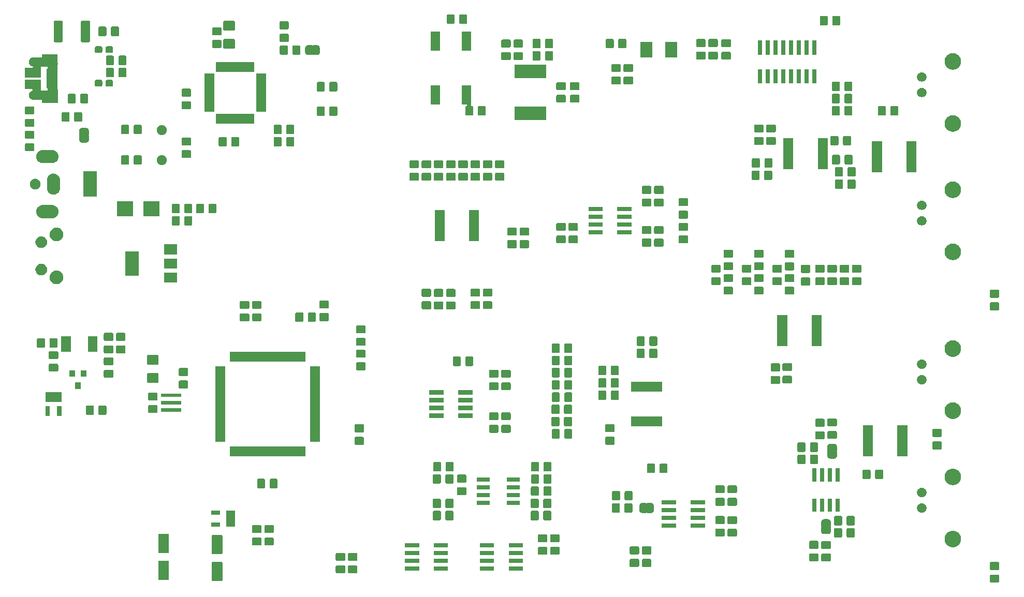
<source format=gts>
%TF.GenerationSoftware,KiCad,Pcbnew,(5.1.0-0)*%
%TF.CreationDate,2019-08-26T10:00:45-05:00*%
%TF.ProjectId,impedance_777,696d7065-6461-46e6-9365-5f3737372e6b,1*%
%TF.SameCoordinates,Original*%
%TF.FileFunction,Soldermask,Top*%
%TF.FilePolarity,Negative*%
%FSLAX46Y46*%
G04 Gerber Fmt 4.6, Leading zero omitted, Abs format (unit mm)*
G04 Created by KiCad (PCBNEW (5.1.0-0)) date 2019-08-26 10:00:45*
%MOMM*%
%LPD*%
G04 APERTURE LIST*
%ADD10C,0.100000*%
G04 APERTURE END LIST*
D10*
G36*
X222505056Y-151903476D02*
G01*
X222544805Y-151915534D01*
X222581431Y-151935111D01*
X222613539Y-151961461D01*
X222639889Y-151993569D01*
X222659466Y-152030195D01*
X222671524Y-152069944D01*
X222676200Y-152117419D01*
X222676200Y-152982581D01*
X222671524Y-153030056D01*
X222659466Y-153069805D01*
X222639889Y-153106431D01*
X222613539Y-153138539D01*
X222581431Y-153164889D01*
X222544805Y-153184466D01*
X222505056Y-153196524D01*
X222457581Y-153201200D01*
X221342419Y-153201200D01*
X221294944Y-153196524D01*
X221255195Y-153184466D01*
X221218569Y-153164889D01*
X221186461Y-153138539D01*
X221160111Y-153106431D01*
X221140534Y-153069805D01*
X221128476Y-153030056D01*
X221123800Y-152982581D01*
X221123800Y-152117419D01*
X221128476Y-152069944D01*
X221140534Y-152030195D01*
X221160111Y-151993569D01*
X221186461Y-151961461D01*
X221218569Y-151935111D01*
X221255195Y-151915534D01*
X221294944Y-151903476D01*
X221342419Y-151898800D01*
X222457581Y-151898800D01*
X222505056Y-151903476D01*
X222505056Y-151903476D01*
G37*
G36*
X95474858Y-149828003D02*
G01*
X95509991Y-149838660D01*
X95542366Y-149855966D01*
X95570745Y-149879255D01*
X95594034Y-149907634D01*
X95611340Y-149940009D01*
X95621997Y-149975142D01*
X95626200Y-150017815D01*
X95626200Y-152782185D01*
X95621997Y-152824858D01*
X95611340Y-152859991D01*
X95594034Y-152892366D01*
X95570745Y-152920745D01*
X95542366Y-152944034D01*
X95509991Y-152961340D01*
X95474858Y-152971997D01*
X95432185Y-152976200D01*
X94067815Y-152976200D01*
X94025142Y-152971997D01*
X93990009Y-152961340D01*
X93957634Y-152944034D01*
X93929255Y-152920745D01*
X93905966Y-152892366D01*
X93888660Y-152859991D01*
X93878003Y-152824858D01*
X93873800Y-152782185D01*
X93873800Y-150017815D01*
X93878003Y-149975142D01*
X93888660Y-149940009D01*
X93905966Y-149907634D01*
X93929255Y-149879255D01*
X93957634Y-149855966D01*
X93990009Y-149838660D01*
X94025142Y-149828003D01*
X94067815Y-149823800D01*
X95432185Y-149823800D01*
X95474858Y-149828003D01*
X95474858Y-149828003D01*
G37*
G36*
X86724858Y-149628003D02*
G01*
X86759991Y-149638660D01*
X86792366Y-149655966D01*
X86820745Y-149679255D01*
X86844034Y-149707634D01*
X86861340Y-149740009D01*
X86871997Y-149775142D01*
X86876200Y-149817815D01*
X86876200Y-152582185D01*
X86871997Y-152624858D01*
X86861340Y-152659991D01*
X86844034Y-152692366D01*
X86820745Y-152720745D01*
X86792366Y-152744034D01*
X86759991Y-152761340D01*
X86724858Y-152771997D01*
X86682185Y-152776200D01*
X85317815Y-152776200D01*
X85275142Y-152771997D01*
X85240009Y-152761340D01*
X85207634Y-152744034D01*
X85179255Y-152720745D01*
X85155966Y-152692366D01*
X85138660Y-152659991D01*
X85128003Y-152624858D01*
X85123800Y-152582185D01*
X85123800Y-149817815D01*
X85128003Y-149775142D01*
X85138660Y-149740009D01*
X85155966Y-149707634D01*
X85179255Y-149679255D01*
X85207634Y-149655966D01*
X85240009Y-149638660D01*
X85275142Y-149628003D01*
X85317815Y-149623800D01*
X86682185Y-149623800D01*
X86724858Y-149628003D01*
X86724858Y-149628003D01*
G37*
G36*
X117538566Y-150410408D02*
G01*
X117578315Y-150422466D01*
X117614941Y-150442043D01*
X117647049Y-150468393D01*
X117673399Y-150500501D01*
X117692976Y-150537127D01*
X117705034Y-150576876D01*
X117709710Y-150624351D01*
X117709710Y-151489513D01*
X117705034Y-151536988D01*
X117692976Y-151576737D01*
X117673399Y-151613363D01*
X117647049Y-151645471D01*
X117614941Y-151671821D01*
X117578315Y-151691398D01*
X117538566Y-151703456D01*
X117491091Y-151708132D01*
X116375929Y-151708132D01*
X116328454Y-151703456D01*
X116288705Y-151691398D01*
X116252079Y-151671821D01*
X116219971Y-151645471D01*
X116193621Y-151613363D01*
X116174044Y-151576737D01*
X116161986Y-151536988D01*
X116157310Y-151489513D01*
X116157310Y-150624351D01*
X116161986Y-150576876D01*
X116174044Y-150537127D01*
X116193621Y-150500501D01*
X116219971Y-150468393D01*
X116252079Y-150442043D01*
X116288705Y-150422466D01*
X116328454Y-150410408D01*
X116375929Y-150405732D01*
X117491091Y-150405732D01*
X117538566Y-150410408D01*
X117538566Y-150410408D01*
G37*
G36*
X115538566Y-150410408D02*
G01*
X115578315Y-150422466D01*
X115614941Y-150442043D01*
X115647049Y-150468393D01*
X115673399Y-150500501D01*
X115692976Y-150537127D01*
X115705034Y-150576876D01*
X115709710Y-150624351D01*
X115709710Y-151489513D01*
X115705034Y-151536988D01*
X115692976Y-151576737D01*
X115673399Y-151613363D01*
X115647049Y-151645471D01*
X115614941Y-151671821D01*
X115578315Y-151691398D01*
X115538566Y-151703456D01*
X115491091Y-151708132D01*
X114375929Y-151708132D01*
X114328454Y-151703456D01*
X114288705Y-151691398D01*
X114252079Y-151671821D01*
X114219971Y-151645471D01*
X114193621Y-151613363D01*
X114174044Y-151576737D01*
X114161986Y-151536988D01*
X114157310Y-151489513D01*
X114157310Y-150624351D01*
X114161986Y-150576876D01*
X114174044Y-150537127D01*
X114193621Y-150500501D01*
X114219971Y-150468393D01*
X114252079Y-150442043D01*
X114288705Y-150422466D01*
X114328454Y-150410408D01*
X114375929Y-150405732D01*
X115491091Y-150405732D01*
X115538566Y-150410408D01*
X115538566Y-150410408D01*
G37*
G36*
X144774999Y-151265200D02*
G01*
X142449401Y-151265200D01*
X142449401Y-150544800D01*
X144774999Y-150544800D01*
X144774999Y-151265200D01*
X144774999Y-151265200D01*
G37*
G36*
X140050599Y-151265200D02*
G01*
X137725001Y-151265200D01*
X137725001Y-150544800D01*
X140050599Y-150544800D01*
X140050599Y-151265200D01*
X140050599Y-151265200D01*
G37*
G36*
X132524999Y-151265200D02*
G01*
X130199401Y-151265200D01*
X130199401Y-150544800D01*
X132524999Y-150544800D01*
X132524999Y-151265200D01*
X132524999Y-151265200D01*
G37*
G36*
X127800599Y-151265200D02*
G01*
X125475001Y-151265200D01*
X125475001Y-150544800D01*
X127800599Y-150544800D01*
X127800599Y-151265200D01*
X127800599Y-151265200D01*
G37*
G36*
X222505056Y-149853476D02*
G01*
X222544805Y-149865534D01*
X222581431Y-149885111D01*
X222613539Y-149911461D01*
X222639889Y-149943569D01*
X222659466Y-149980195D01*
X222671524Y-150019944D01*
X222676200Y-150067419D01*
X222676200Y-150932581D01*
X222671524Y-150980056D01*
X222659466Y-151019805D01*
X222639889Y-151056431D01*
X222613539Y-151088539D01*
X222581431Y-151114889D01*
X222544805Y-151134466D01*
X222505056Y-151146524D01*
X222457581Y-151151200D01*
X221342419Y-151151200D01*
X221294944Y-151146524D01*
X221255195Y-151134466D01*
X221218569Y-151114889D01*
X221186461Y-151088539D01*
X221160111Y-151056431D01*
X221140534Y-151019805D01*
X221128476Y-150980056D01*
X221123800Y-150932581D01*
X221123800Y-150067419D01*
X221128476Y-150019944D01*
X221140534Y-149980195D01*
X221160111Y-149943569D01*
X221186461Y-149911461D01*
X221218569Y-149885111D01*
X221255195Y-149865534D01*
X221294944Y-149853476D01*
X221342419Y-149848800D01*
X222457581Y-149848800D01*
X222505056Y-149853476D01*
X222505056Y-149853476D01*
G37*
G36*
X165605056Y-149353476D02*
G01*
X165644805Y-149365534D01*
X165681431Y-149385111D01*
X165713539Y-149411461D01*
X165739889Y-149443569D01*
X165759466Y-149480195D01*
X165771524Y-149519944D01*
X165776200Y-149567419D01*
X165776200Y-150432581D01*
X165771524Y-150480056D01*
X165759466Y-150519805D01*
X165739889Y-150556431D01*
X165713539Y-150588539D01*
X165681431Y-150614889D01*
X165644805Y-150634466D01*
X165605056Y-150646524D01*
X165557581Y-150651200D01*
X164442419Y-150651200D01*
X164394944Y-150646524D01*
X164355195Y-150634466D01*
X164318569Y-150614889D01*
X164286461Y-150588539D01*
X164260111Y-150556431D01*
X164240534Y-150519805D01*
X164228476Y-150480056D01*
X164223800Y-150432581D01*
X164223800Y-149567419D01*
X164228476Y-149519944D01*
X164240534Y-149480195D01*
X164260111Y-149443569D01*
X164286461Y-149411461D01*
X164318569Y-149385111D01*
X164355195Y-149365534D01*
X164394944Y-149353476D01*
X164442419Y-149348800D01*
X165557581Y-149348800D01*
X165605056Y-149353476D01*
X165605056Y-149353476D01*
G37*
G36*
X163605056Y-149353476D02*
G01*
X163644805Y-149365534D01*
X163681431Y-149385111D01*
X163713539Y-149411461D01*
X163739889Y-149443569D01*
X163759466Y-149480195D01*
X163771524Y-149519944D01*
X163776200Y-149567419D01*
X163776200Y-150432581D01*
X163771524Y-150480056D01*
X163759466Y-150519805D01*
X163739889Y-150556431D01*
X163713539Y-150588539D01*
X163681431Y-150614889D01*
X163644805Y-150634466D01*
X163605056Y-150646524D01*
X163557581Y-150651200D01*
X162442419Y-150651200D01*
X162394944Y-150646524D01*
X162355195Y-150634466D01*
X162318569Y-150614889D01*
X162286461Y-150588539D01*
X162260111Y-150556431D01*
X162240534Y-150519805D01*
X162228476Y-150480056D01*
X162223800Y-150432581D01*
X162223800Y-149567419D01*
X162228476Y-149519944D01*
X162240534Y-149480195D01*
X162260111Y-149443569D01*
X162286461Y-149411461D01*
X162318569Y-149385111D01*
X162355195Y-149365534D01*
X162394944Y-149353476D01*
X162442419Y-149348800D01*
X163557581Y-149348800D01*
X163605056Y-149353476D01*
X163605056Y-149353476D01*
G37*
G36*
X140050599Y-149995200D02*
G01*
X137725001Y-149995200D01*
X137725001Y-149274800D01*
X140050599Y-149274800D01*
X140050599Y-149995200D01*
X140050599Y-149995200D01*
G37*
G36*
X127800599Y-149995200D02*
G01*
X125475001Y-149995200D01*
X125475001Y-149274800D01*
X127800599Y-149274800D01*
X127800599Y-149995200D01*
X127800599Y-149995200D01*
G37*
G36*
X132524999Y-149995200D02*
G01*
X130199401Y-149995200D01*
X130199401Y-149274800D01*
X132524999Y-149274800D01*
X132524999Y-149995200D01*
X132524999Y-149995200D01*
G37*
G36*
X144774999Y-149995200D02*
G01*
X142449401Y-149995200D01*
X142449401Y-149274800D01*
X144774999Y-149274800D01*
X144774999Y-149995200D01*
X144774999Y-149995200D01*
G37*
G36*
X194947604Y-148465104D02*
G01*
X194987353Y-148477162D01*
X195023979Y-148496739D01*
X195056087Y-148523089D01*
X195082437Y-148555197D01*
X195102014Y-148591823D01*
X195114072Y-148631572D01*
X195118748Y-148679047D01*
X195118748Y-149544209D01*
X195114072Y-149591684D01*
X195102014Y-149631433D01*
X195082437Y-149668059D01*
X195056087Y-149700167D01*
X195023979Y-149726517D01*
X194987353Y-149746094D01*
X194947604Y-149758152D01*
X194900129Y-149762828D01*
X193784967Y-149762828D01*
X193737492Y-149758152D01*
X193697743Y-149746094D01*
X193661117Y-149726517D01*
X193629009Y-149700167D01*
X193602659Y-149668059D01*
X193583082Y-149631433D01*
X193571024Y-149591684D01*
X193566348Y-149544209D01*
X193566348Y-148679047D01*
X193571024Y-148631572D01*
X193583082Y-148591823D01*
X193602659Y-148555197D01*
X193629009Y-148523089D01*
X193661117Y-148496739D01*
X193697743Y-148477162D01*
X193737492Y-148465104D01*
X193784967Y-148460428D01*
X194900129Y-148460428D01*
X194947604Y-148465104D01*
X194947604Y-148465104D01*
G37*
G36*
X192947604Y-148440104D02*
G01*
X192987353Y-148452162D01*
X193023979Y-148471739D01*
X193056087Y-148498089D01*
X193082437Y-148530197D01*
X193102014Y-148566823D01*
X193114072Y-148606572D01*
X193118748Y-148654047D01*
X193118748Y-149519209D01*
X193114072Y-149566684D01*
X193102014Y-149606433D01*
X193082437Y-149643059D01*
X193056087Y-149675167D01*
X193023979Y-149701517D01*
X192987353Y-149721094D01*
X192947604Y-149733152D01*
X192900129Y-149737828D01*
X191784967Y-149737828D01*
X191737492Y-149733152D01*
X191697743Y-149721094D01*
X191661117Y-149701517D01*
X191629009Y-149675167D01*
X191602659Y-149643059D01*
X191583082Y-149606433D01*
X191571024Y-149566684D01*
X191566348Y-149519209D01*
X191566348Y-148654047D01*
X191571024Y-148606572D01*
X191583082Y-148566823D01*
X191602659Y-148530197D01*
X191629009Y-148498089D01*
X191661117Y-148471739D01*
X191697743Y-148452162D01*
X191737492Y-148440104D01*
X191784967Y-148435428D01*
X192900129Y-148435428D01*
X192947604Y-148440104D01*
X192947604Y-148440104D01*
G37*
G36*
X115538566Y-148360408D02*
G01*
X115578315Y-148372466D01*
X115614941Y-148392043D01*
X115647049Y-148418393D01*
X115673399Y-148450501D01*
X115692976Y-148487127D01*
X115705034Y-148526876D01*
X115709710Y-148574351D01*
X115709710Y-149439513D01*
X115705034Y-149486988D01*
X115692976Y-149526737D01*
X115673399Y-149563363D01*
X115647049Y-149595471D01*
X115614941Y-149621821D01*
X115578315Y-149641398D01*
X115538566Y-149653456D01*
X115491091Y-149658132D01*
X114375929Y-149658132D01*
X114328454Y-149653456D01*
X114288705Y-149641398D01*
X114252079Y-149621821D01*
X114219971Y-149595471D01*
X114193621Y-149563363D01*
X114174044Y-149526737D01*
X114161986Y-149486988D01*
X114157310Y-149439513D01*
X114157310Y-148574351D01*
X114161986Y-148526876D01*
X114174044Y-148487127D01*
X114193621Y-148450501D01*
X114219971Y-148418393D01*
X114252079Y-148392043D01*
X114288705Y-148372466D01*
X114328454Y-148360408D01*
X114375929Y-148355732D01*
X115491091Y-148355732D01*
X115538566Y-148360408D01*
X115538566Y-148360408D01*
G37*
G36*
X117538566Y-148360408D02*
G01*
X117578315Y-148372466D01*
X117614941Y-148392043D01*
X117647049Y-148418393D01*
X117673399Y-148450501D01*
X117692976Y-148487127D01*
X117705034Y-148526876D01*
X117709710Y-148574351D01*
X117709710Y-149439513D01*
X117705034Y-149486988D01*
X117692976Y-149526737D01*
X117673399Y-149563363D01*
X117647049Y-149595471D01*
X117614941Y-149621821D01*
X117578315Y-149641398D01*
X117538566Y-149653456D01*
X117491091Y-149658132D01*
X116375929Y-149658132D01*
X116328454Y-149653456D01*
X116288705Y-149641398D01*
X116252079Y-149621821D01*
X116219971Y-149595471D01*
X116193621Y-149563363D01*
X116174044Y-149526737D01*
X116161986Y-149486988D01*
X116157310Y-149439513D01*
X116157310Y-148574351D01*
X116161986Y-148526876D01*
X116174044Y-148487127D01*
X116193621Y-148450501D01*
X116219971Y-148418393D01*
X116252079Y-148392043D01*
X116288705Y-148372466D01*
X116328454Y-148360408D01*
X116375929Y-148355732D01*
X117491091Y-148355732D01*
X117538566Y-148360408D01*
X117538566Y-148360408D01*
G37*
G36*
X144774999Y-148725200D02*
G01*
X142449401Y-148725200D01*
X142449401Y-148004800D01*
X144774999Y-148004800D01*
X144774999Y-148725200D01*
X144774999Y-148725200D01*
G37*
G36*
X127800599Y-148725200D02*
G01*
X125475001Y-148725200D01*
X125475001Y-148004800D01*
X127800599Y-148004800D01*
X127800599Y-148725200D01*
X127800599Y-148725200D01*
G37*
G36*
X140050599Y-148725200D02*
G01*
X137725001Y-148725200D01*
X137725001Y-148004800D01*
X140050599Y-148004800D01*
X140050599Y-148725200D01*
X140050599Y-148725200D01*
G37*
G36*
X132524999Y-148725200D02*
G01*
X130199401Y-148725200D01*
X130199401Y-148004800D01*
X132524999Y-148004800D01*
X132524999Y-148725200D01*
X132524999Y-148725200D01*
G37*
G36*
X148605056Y-147378476D02*
G01*
X148644805Y-147390534D01*
X148681431Y-147410111D01*
X148713539Y-147436461D01*
X148739889Y-147468569D01*
X148759466Y-147505195D01*
X148771524Y-147544944D01*
X148776200Y-147592419D01*
X148776200Y-148457581D01*
X148771524Y-148505056D01*
X148759466Y-148544805D01*
X148739889Y-148581431D01*
X148713539Y-148613539D01*
X148681431Y-148639889D01*
X148644805Y-148659466D01*
X148605056Y-148671524D01*
X148557581Y-148676200D01*
X147442419Y-148676200D01*
X147394944Y-148671524D01*
X147355195Y-148659466D01*
X147318569Y-148639889D01*
X147286461Y-148613539D01*
X147260111Y-148581431D01*
X147240534Y-148544805D01*
X147228476Y-148505056D01*
X147223800Y-148457581D01*
X147223800Y-147592419D01*
X147228476Y-147544944D01*
X147240534Y-147505195D01*
X147260111Y-147468569D01*
X147286461Y-147436461D01*
X147318569Y-147410111D01*
X147355195Y-147390534D01*
X147394944Y-147378476D01*
X147442419Y-147373800D01*
X148557581Y-147373800D01*
X148605056Y-147378476D01*
X148605056Y-147378476D01*
G37*
G36*
X150605056Y-147353476D02*
G01*
X150644805Y-147365534D01*
X150681431Y-147385111D01*
X150713539Y-147411461D01*
X150739889Y-147443569D01*
X150759466Y-147480195D01*
X150771524Y-147519944D01*
X150776200Y-147567419D01*
X150776200Y-148432581D01*
X150771524Y-148480056D01*
X150759466Y-148519805D01*
X150739889Y-148556431D01*
X150713539Y-148588539D01*
X150681431Y-148614889D01*
X150644805Y-148634466D01*
X150605056Y-148646524D01*
X150557581Y-148651200D01*
X149442419Y-148651200D01*
X149394944Y-148646524D01*
X149355195Y-148634466D01*
X149318569Y-148614889D01*
X149286461Y-148588539D01*
X149260111Y-148556431D01*
X149240534Y-148519805D01*
X149228476Y-148480056D01*
X149223800Y-148432581D01*
X149223800Y-147567419D01*
X149228476Y-147519944D01*
X149240534Y-147480195D01*
X149260111Y-147443569D01*
X149286461Y-147411461D01*
X149318569Y-147385111D01*
X149355195Y-147365534D01*
X149394944Y-147353476D01*
X149442419Y-147348800D01*
X150557581Y-147348800D01*
X150605056Y-147353476D01*
X150605056Y-147353476D01*
G37*
G36*
X165605056Y-147303476D02*
G01*
X165644805Y-147315534D01*
X165681431Y-147335111D01*
X165713539Y-147361461D01*
X165739889Y-147393569D01*
X165759466Y-147430195D01*
X165771524Y-147469944D01*
X165776200Y-147517419D01*
X165776200Y-148382581D01*
X165771524Y-148430056D01*
X165759466Y-148469805D01*
X165739889Y-148506431D01*
X165713539Y-148538539D01*
X165681431Y-148564889D01*
X165644805Y-148584466D01*
X165605056Y-148596524D01*
X165557581Y-148601200D01*
X164442419Y-148601200D01*
X164394944Y-148596524D01*
X164355195Y-148584466D01*
X164318569Y-148564889D01*
X164286461Y-148538539D01*
X164260111Y-148506431D01*
X164240534Y-148469805D01*
X164228476Y-148430056D01*
X164223800Y-148382581D01*
X164223800Y-147517419D01*
X164228476Y-147469944D01*
X164240534Y-147430195D01*
X164260111Y-147393569D01*
X164286461Y-147361461D01*
X164318569Y-147335111D01*
X164355195Y-147315534D01*
X164394944Y-147303476D01*
X164442419Y-147298800D01*
X165557581Y-147298800D01*
X165605056Y-147303476D01*
X165605056Y-147303476D01*
G37*
G36*
X163605056Y-147303476D02*
G01*
X163644805Y-147315534D01*
X163681431Y-147335111D01*
X163713539Y-147361461D01*
X163739889Y-147393569D01*
X163759466Y-147430195D01*
X163771524Y-147469944D01*
X163776200Y-147517419D01*
X163776200Y-148382581D01*
X163771524Y-148430056D01*
X163759466Y-148469805D01*
X163739889Y-148506431D01*
X163713539Y-148538539D01*
X163681431Y-148564889D01*
X163644805Y-148584466D01*
X163605056Y-148596524D01*
X163557581Y-148601200D01*
X162442419Y-148601200D01*
X162394944Y-148596524D01*
X162355195Y-148584466D01*
X162318569Y-148564889D01*
X162286461Y-148538539D01*
X162260111Y-148506431D01*
X162240534Y-148469805D01*
X162228476Y-148430056D01*
X162223800Y-148382581D01*
X162223800Y-147517419D01*
X162228476Y-147469944D01*
X162240534Y-147430195D01*
X162260111Y-147393569D01*
X162286461Y-147361461D01*
X162318569Y-147335111D01*
X162355195Y-147315534D01*
X162394944Y-147303476D01*
X162442419Y-147298800D01*
X163557581Y-147298800D01*
X163605056Y-147303476D01*
X163605056Y-147303476D01*
G37*
G36*
X95474858Y-145428003D02*
G01*
X95509991Y-145438660D01*
X95542366Y-145455966D01*
X95570745Y-145479255D01*
X95594034Y-145507634D01*
X95611340Y-145540009D01*
X95621997Y-145575142D01*
X95626200Y-145617815D01*
X95626200Y-148382185D01*
X95621997Y-148424858D01*
X95611340Y-148459991D01*
X95594034Y-148492366D01*
X95570745Y-148520745D01*
X95542366Y-148544034D01*
X95509991Y-148561340D01*
X95474858Y-148571997D01*
X95432185Y-148576200D01*
X94067815Y-148576200D01*
X94025142Y-148571997D01*
X93990009Y-148561340D01*
X93957634Y-148544034D01*
X93929255Y-148520745D01*
X93905966Y-148492366D01*
X93888660Y-148459991D01*
X93878003Y-148424858D01*
X93873800Y-148382185D01*
X93873800Y-145617815D01*
X93878003Y-145575142D01*
X93888660Y-145540009D01*
X93905966Y-145507634D01*
X93929255Y-145479255D01*
X93957634Y-145455966D01*
X93990009Y-145438660D01*
X94025142Y-145428003D01*
X94067815Y-145423800D01*
X95432185Y-145423800D01*
X95474858Y-145428003D01*
X95474858Y-145428003D01*
G37*
G36*
X86724858Y-145228003D02*
G01*
X86759991Y-145238660D01*
X86792366Y-145255966D01*
X86820745Y-145279255D01*
X86844034Y-145307634D01*
X86861340Y-145340009D01*
X86871997Y-145375142D01*
X86876200Y-145417815D01*
X86876200Y-148182185D01*
X86871997Y-148224858D01*
X86861340Y-148259991D01*
X86844034Y-148292366D01*
X86820745Y-148320745D01*
X86792366Y-148344034D01*
X86759991Y-148361340D01*
X86724858Y-148371997D01*
X86682185Y-148376200D01*
X85317815Y-148376200D01*
X85275142Y-148371997D01*
X85240009Y-148361340D01*
X85207634Y-148344034D01*
X85179255Y-148320745D01*
X85155966Y-148292366D01*
X85138660Y-148259991D01*
X85128003Y-148224858D01*
X85123800Y-148182185D01*
X85123800Y-145417815D01*
X85128003Y-145375142D01*
X85138660Y-145340009D01*
X85155966Y-145307634D01*
X85179255Y-145279255D01*
X85207634Y-145255966D01*
X85240009Y-145238660D01*
X85275142Y-145228003D01*
X85317815Y-145223800D01*
X86682185Y-145223800D01*
X86724858Y-145228003D01*
X86724858Y-145228003D01*
G37*
G36*
X194947604Y-146415104D02*
G01*
X194987353Y-146427162D01*
X195023979Y-146446739D01*
X195056087Y-146473089D01*
X195082437Y-146505197D01*
X195102014Y-146541823D01*
X195114072Y-146581572D01*
X195118748Y-146629047D01*
X195118748Y-147494209D01*
X195114072Y-147541684D01*
X195102014Y-147581433D01*
X195082437Y-147618059D01*
X195056087Y-147650167D01*
X195023979Y-147676517D01*
X194987353Y-147696094D01*
X194947604Y-147708152D01*
X194900129Y-147712828D01*
X193784967Y-147712828D01*
X193737492Y-147708152D01*
X193697743Y-147696094D01*
X193661117Y-147676517D01*
X193629009Y-147650167D01*
X193602659Y-147618059D01*
X193583082Y-147581433D01*
X193571024Y-147541684D01*
X193566348Y-147494209D01*
X193566348Y-146629047D01*
X193571024Y-146581572D01*
X193583082Y-146541823D01*
X193602659Y-146505197D01*
X193629009Y-146473089D01*
X193661117Y-146446739D01*
X193697743Y-146427162D01*
X193737492Y-146415104D01*
X193784967Y-146410428D01*
X194900129Y-146410428D01*
X194947604Y-146415104D01*
X194947604Y-146415104D01*
G37*
G36*
X192947604Y-146390104D02*
G01*
X192987353Y-146402162D01*
X193023979Y-146421739D01*
X193056087Y-146448089D01*
X193082437Y-146480197D01*
X193102014Y-146516823D01*
X193114072Y-146556572D01*
X193118748Y-146604047D01*
X193118748Y-147469209D01*
X193114072Y-147516684D01*
X193102014Y-147556433D01*
X193082437Y-147593059D01*
X193056087Y-147625167D01*
X193023979Y-147651517D01*
X192987353Y-147671094D01*
X192947604Y-147683152D01*
X192900129Y-147687828D01*
X191784967Y-147687828D01*
X191737492Y-147683152D01*
X191697743Y-147671094D01*
X191661117Y-147651517D01*
X191629009Y-147625167D01*
X191602659Y-147593059D01*
X191583082Y-147556433D01*
X191571024Y-147516684D01*
X191566348Y-147469209D01*
X191566348Y-146604047D01*
X191571024Y-146556572D01*
X191583082Y-146516823D01*
X191602659Y-146480197D01*
X191629009Y-146448089D01*
X191661117Y-146421739D01*
X191697743Y-146402162D01*
X191737492Y-146390104D01*
X191784967Y-146385428D01*
X192900129Y-146385428D01*
X192947604Y-146390104D01*
X192947604Y-146390104D01*
G37*
G36*
X140050599Y-147455200D02*
G01*
X137725001Y-147455200D01*
X137725001Y-146734800D01*
X140050599Y-146734800D01*
X140050599Y-147455200D01*
X140050599Y-147455200D01*
G37*
G36*
X144774999Y-147455200D02*
G01*
X142449401Y-147455200D01*
X142449401Y-146734800D01*
X144774999Y-146734800D01*
X144774999Y-147455200D01*
X144774999Y-147455200D01*
G37*
G36*
X132524999Y-147455200D02*
G01*
X130199401Y-147455200D01*
X130199401Y-146734800D01*
X132524999Y-146734800D01*
X132524999Y-147455200D01*
X132524999Y-147455200D01*
G37*
G36*
X127800599Y-147455200D02*
G01*
X125475001Y-147455200D01*
X125475001Y-146734800D01*
X127800599Y-146734800D01*
X127800599Y-147455200D01*
X127800599Y-147455200D01*
G37*
G36*
X215347510Y-144760637D02*
G01*
X215472672Y-144785533D01*
X215645908Y-144857290D01*
X215706966Y-144882581D01*
X215717665Y-144887013D01*
X215938153Y-145034338D01*
X216125662Y-145221847D01*
X216264875Y-145430195D01*
X216272988Y-145442337D01*
X216295884Y-145497612D01*
X216374467Y-145687328D01*
X216377226Y-145701200D01*
X216423081Y-145931727D01*
X216426200Y-145947411D01*
X216426200Y-146212589D01*
X216374467Y-146472672D01*
X216272987Y-146717665D01*
X216125662Y-146938153D01*
X215938153Y-147125662D01*
X215717665Y-147272987D01*
X215472672Y-147374467D01*
X215419160Y-147385111D01*
X215212591Y-147426200D01*
X214947409Y-147426200D01*
X214740840Y-147385111D01*
X214687328Y-147374467D01*
X214442335Y-147272987D01*
X214221847Y-147125662D01*
X214034338Y-146938153D01*
X213887013Y-146717665D01*
X213785533Y-146472672D01*
X213733800Y-146212589D01*
X213733800Y-145947411D01*
X213736920Y-145931727D01*
X213782774Y-145701200D01*
X213785533Y-145687328D01*
X213864116Y-145497612D01*
X213887012Y-145442337D01*
X213895125Y-145430195D01*
X214034338Y-145221847D01*
X214221847Y-145034338D01*
X214442335Y-144887013D01*
X214453035Y-144882581D01*
X214514092Y-144857290D01*
X214687328Y-144785533D01*
X214812490Y-144760637D01*
X214947409Y-144733800D01*
X215212591Y-144733800D01*
X215347510Y-144760637D01*
X215347510Y-144760637D01*
G37*
G36*
X101855056Y-145853476D02*
G01*
X101894805Y-145865534D01*
X101931431Y-145885111D01*
X101963539Y-145911461D01*
X101989889Y-145943569D01*
X102009466Y-145980195D01*
X102021524Y-146019944D01*
X102026200Y-146067419D01*
X102026200Y-146932581D01*
X102021524Y-146980056D01*
X102009466Y-147019805D01*
X101989889Y-147056431D01*
X101963539Y-147088539D01*
X101931431Y-147114889D01*
X101894805Y-147134466D01*
X101855056Y-147146524D01*
X101807581Y-147151200D01*
X100692419Y-147151200D01*
X100644944Y-147146524D01*
X100605195Y-147134466D01*
X100568569Y-147114889D01*
X100536461Y-147088539D01*
X100510111Y-147056431D01*
X100490534Y-147019805D01*
X100478476Y-146980056D01*
X100473800Y-146932581D01*
X100473800Y-146067419D01*
X100478476Y-146019944D01*
X100490534Y-145980195D01*
X100510111Y-145943569D01*
X100536461Y-145911461D01*
X100568569Y-145885111D01*
X100605195Y-145865534D01*
X100644944Y-145853476D01*
X100692419Y-145848800D01*
X101807581Y-145848800D01*
X101855056Y-145853476D01*
X101855056Y-145853476D01*
G37*
G36*
X103855056Y-145853476D02*
G01*
X103894805Y-145865534D01*
X103931431Y-145885111D01*
X103963539Y-145911461D01*
X103989889Y-145943569D01*
X104009466Y-145980195D01*
X104021524Y-146019944D01*
X104026200Y-146067419D01*
X104026200Y-146932581D01*
X104021524Y-146980056D01*
X104009466Y-147019805D01*
X103989889Y-147056431D01*
X103963539Y-147088539D01*
X103931431Y-147114889D01*
X103894805Y-147134466D01*
X103855056Y-147146524D01*
X103807581Y-147151200D01*
X102692419Y-147151200D01*
X102644944Y-147146524D01*
X102605195Y-147134466D01*
X102568569Y-147114889D01*
X102536461Y-147088539D01*
X102510111Y-147056431D01*
X102490534Y-147019805D01*
X102478476Y-146980056D01*
X102473800Y-146932581D01*
X102473800Y-146067419D01*
X102478476Y-146019944D01*
X102490534Y-145980195D01*
X102510111Y-145943569D01*
X102536461Y-145911461D01*
X102568569Y-145885111D01*
X102605195Y-145865534D01*
X102644944Y-145853476D01*
X102692419Y-145848800D01*
X103807581Y-145848800D01*
X103855056Y-145853476D01*
X103855056Y-145853476D01*
G37*
G36*
X148605056Y-145328476D02*
G01*
X148644805Y-145340534D01*
X148681431Y-145360111D01*
X148713539Y-145386461D01*
X148739889Y-145418569D01*
X148759466Y-145455195D01*
X148771524Y-145494944D01*
X148776200Y-145542419D01*
X148776200Y-146407581D01*
X148771524Y-146455056D01*
X148759466Y-146494805D01*
X148739889Y-146531431D01*
X148713539Y-146563539D01*
X148681431Y-146589889D01*
X148644805Y-146609466D01*
X148605056Y-146621524D01*
X148557581Y-146626200D01*
X147442419Y-146626200D01*
X147394944Y-146621524D01*
X147355195Y-146609466D01*
X147318569Y-146589889D01*
X147286461Y-146563539D01*
X147260111Y-146531431D01*
X147240534Y-146494805D01*
X147228476Y-146455056D01*
X147223800Y-146407581D01*
X147223800Y-145542419D01*
X147228476Y-145494944D01*
X147240534Y-145455195D01*
X147260111Y-145418569D01*
X147286461Y-145386461D01*
X147318569Y-145360111D01*
X147355195Y-145340534D01*
X147394944Y-145328476D01*
X147442419Y-145323800D01*
X148557581Y-145323800D01*
X148605056Y-145328476D01*
X148605056Y-145328476D01*
G37*
G36*
X150605056Y-145303476D02*
G01*
X150644805Y-145315534D01*
X150681431Y-145335111D01*
X150713539Y-145361461D01*
X150739889Y-145393569D01*
X150759466Y-145430195D01*
X150771524Y-145469944D01*
X150776200Y-145517419D01*
X150776200Y-146382581D01*
X150771524Y-146430056D01*
X150759466Y-146469805D01*
X150739889Y-146506431D01*
X150713539Y-146538539D01*
X150681431Y-146564889D01*
X150644805Y-146584466D01*
X150605056Y-146596524D01*
X150557581Y-146601200D01*
X149442419Y-146601200D01*
X149394944Y-146596524D01*
X149355195Y-146584466D01*
X149318569Y-146564889D01*
X149286461Y-146538539D01*
X149260111Y-146506431D01*
X149240534Y-146469805D01*
X149228476Y-146430056D01*
X149223800Y-146382581D01*
X149223800Y-145517419D01*
X149228476Y-145469944D01*
X149240534Y-145430195D01*
X149260111Y-145393569D01*
X149286461Y-145361461D01*
X149318569Y-145335111D01*
X149355195Y-145315534D01*
X149394944Y-145303476D01*
X149442419Y-145298800D01*
X150557581Y-145298800D01*
X150605056Y-145303476D01*
X150605056Y-145303476D01*
G37*
G36*
X198847604Y-144290104D02*
G01*
X198887353Y-144302162D01*
X198923979Y-144321739D01*
X198956087Y-144348089D01*
X198982437Y-144380197D01*
X199002014Y-144416823D01*
X199014072Y-144456572D01*
X199018748Y-144504047D01*
X199018748Y-145619209D01*
X199014072Y-145666684D01*
X199002014Y-145706433D01*
X198982437Y-145743059D01*
X198956087Y-145775167D01*
X198923979Y-145801517D01*
X198887353Y-145821094D01*
X198847604Y-145833152D01*
X198800129Y-145837828D01*
X197934967Y-145837828D01*
X197887492Y-145833152D01*
X197847743Y-145821094D01*
X197811117Y-145801517D01*
X197779009Y-145775167D01*
X197752659Y-145743059D01*
X197733082Y-145706433D01*
X197721024Y-145666684D01*
X197716348Y-145619209D01*
X197716348Y-144504047D01*
X197721024Y-144456572D01*
X197733082Y-144416823D01*
X197752659Y-144380197D01*
X197779009Y-144348089D01*
X197811117Y-144321739D01*
X197847743Y-144302162D01*
X197887492Y-144290104D01*
X197934967Y-144285428D01*
X198800129Y-144285428D01*
X198847604Y-144290104D01*
X198847604Y-144290104D01*
G37*
G36*
X196797604Y-144290104D02*
G01*
X196837353Y-144302162D01*
X196873979Y-144321739D01*
X196906087Y-144348089D01*
X196932437Y-144380197D01*
X196952014Y-144416823D01*
X196964072Y-144456572D01*
X196968748Y-144504047D01*
X196968748Y-145619209D01*
X196964072Y-145666684D01*
X196952014Y-145706433D01*
X196932437Y-145743059D01*
X196906087Y-145775167D01*
X196873979Y-145801517D01*
X196837353Y-145821094D01*
X196797604Y-145833152D01*
X196750129Y-145837828D01*
X195884967Y-145837828D01*
X195837492Y-145833152D01*
X195797743Y-145821094D01*
X195761117Y-145801517D01*
X195729009Y-145775167D01*
X195702659Y-145743059D01*
X195683082Y-145706433D01*
X195671024Y-145666684D01*
X195666348Y-145619209D01*
X195666348Y-144504047D01*
X195671024Y-144456572D01*
X195683082Y-144416823D01*
X195702659Y-144380197D01*
X195729009Y-144348089D01*
X195761117Y-144321739D01*
X195797743Y-144302162D01*
X195837492Y-144290104D01*
X195884967Y-144285428D01*
X196750129Y-144285428D01*
X196797604Y-144290104D01*
X196797604Y-144290104D01*
G37*
G36*
X179605056Y-144403476D02*
G01*
X179644805Y-144415534D01*
X179681431Y-144435111D01*
X179713539Y-144461461D01*
X179739889Y-144493569D01*
X179759466Y-144530195D01*
X179771524Y-144569944D01*
X179776200Y-144617419D01*
X179776200Y-145482581D01*
X179771524Y-145530056D01*
X179759466Y-145569805D01*
X179739889Y-145606431D01*
X179713539Y-145638539D01*
X179681431Y-145664889D01*
X179644805Y-145684466D01*
X179605056Y-145696524D01*
X179557581Y-145701200D01*
X178442419Y-145701200D01*
X178394944Y-145696524D01*
X178355195Y-145684466D01*
X178318569Y-145664889D01*
X178286461Y-145638539D01*
X178260111Y-145606431D01*
X178240534Y-145569805D01*
X178228476Y-145530056D01*
X178223800Y-145482581D01*
X178223800Y-144617419D01*
X178228476Y-144569944D01*
X178240534Y-144530195D01*
X178260111Y-144493569D01*
X178286461Y-144461461D01*
X178318569Y-144435111D01*
X178355195Y-144415534D01*
X178394944Y-144403476D01*
X178442419Y-144398800D01*
X179557581Y-144398800D01*
X179605056Y-144403476D01*
X179605056Y-144403476D01*
G37*
G36*
X177605056Y-144378476D02*
G01*
X177644805Y-144390534D01*
X177681431Y-144410111D01*
X177713539Y-144436461D01*
X177739889Y-144468569D01*
X177759466Y-144505195D01*
X177771524Y-144544944D01*
X177776200Y-144592419D01*
X177776200Y-145457581D01*
X177771524Y-145505056D01*
X177759466Y-145544805D01*
X177739889Y-145581431D01*
X177713539Y-145613539D01*
X177681431Y-145639889D01*
X177644805Y-145659466D01*
X177605056Y-145671524D01*
X177557581Y-145676200D01*
X176442419Y-145676200D01*
X176394944Y-145671524D01*
X176355195Y-145659466D01*
X176318569Y-145639889D01*
X176286461Y-145613539D01*
X176260111Y-145581431D01*
X176240534Y-145544805D01*
X176228476Y-145505056D01*
X176223800Y-145457581D01*
X176223800Y-144592419D01*
X176228476Y-144544944D01*
X176240534Y-144505195D01*
X176260111Y-144468569D01*
X176286461Y-144436461D01*
X176318569Y-144410111D01*
X176355195Y-144390534D01*
X176394944Y-144378476D01*
X176442419Y-144373800D01*
X177557581Y-144373800D01*
X177605056Y-144378476D01*
X177605056Y-144378476D01*
G37*
G36*
X194596733Y-142835471D02*
G01*
X194604746Y-142836260D01*
X194616995Y-142836862D01*
X194635416Y-142836862D01*
X194652021Y-142838497D01*
X194656495Y-142838938D01*
X194656496Y-142838938D01*
X194662637Y-142839543D01*
X194746722Y-142856269D01*
X194752623Y-142858059D01*
X194752628Y-142858060D01*
X194766991Y-142862417D01*
X194766996Y-142862419D01*
X194772900Y-142864210D01*
X194852100Y-142897015D01*
X194857544Y-142899925D01*
X194857547Y-142899926D01*
X194870786Y-142907002D01*
X194870789Y-142907004D01*
X194876226Y-142909910D01*
X194947516Y-142957545D01*
X194952280Y-142961455D01*
X194952285Y-142961458D01*
X194954820Y-142963539D01*
X194968654Y-142974892D01*
X195029284Y-143035522D01*
X195038925Y-143047270D01*
X195042718Y-143051891D01*
X195042721Y-143051896D01*
X195046631Y-143056660D01*
X195094266Y-143127950D01*
X195107161Y-143152076D01*
X195139966Y-143231276D01*
X195141757Y-143237180D01*
X195141759Y-143237185D01*
X195146116Y-143251548D01*
X195146117Y-143251553D01*
X195147907Y-143257454D01*
X195164633Y-143341539D01*
X195167314Y-143368760D01*
X195167314Y-143387181D01*
X195167916Y-143399434D01*
X195169722Y-143417769D01*
X195169722Y-143905487D01*
X195169117Y-143911628D01*
X195167646Y-143926566D01*
X195163289Y-143940930D01*
X195159751Y-143947548D01*
X195156214Y-143954167D01*
X195145923Y-143966706D01*
X195130301Y-143982328D01*
X195116687Y-144002702D01*
X195107309Y-144025341D01*
X195102528Y-144049374D01*
X195102528Y-144073878D01*
X195107308Y-144097911D01*
X195116685Y-144120550D01*
X195130298Y-144140925D01*
X195145923Y-144156550D01*
X195156214Y-144169089D01*
X195159751Y-144175707D01*
X195163289Y-144182326D01*
X195166632Y-144193346D01*
X195167646Y-144196689D01*
X195169722Y-144217769D01*
X195169722Y-144705487D01*
X195167916Y-144723822D01*
X195167314Y-144736075D01*
X195167314Y-144754496D01*
X195164633Y-144781717D01*
X195147907Y-144865802D01*
X195146117Y-144871703D01*
X195146116Y-144871708D01*
X195141759Y-144886071D01*
X195141757Y-144886076D01*
X195139966Y-144891980D01*
X195107161Y-144971180D01*
X195094266Y-144995306D01*
X195046631Y-145066596D01*
X195042721Y-145071360D01*
X195042718Y-145071365D01*
X195038925Y-145075986D01*
X195029284Y-145087734D01*
X194968654Y-145148364D01*
X194956906Y-145158005D01*
X194952285Y-145161798D01*
X194952280Y-145161801D01*
X194947516Y-145165711D01*
X194876226Y-145213346D01*
X194870789Y-145216252D01*
X194870786Y-145216254D01*
X194857547Y-145223330D01*
X194857544Y-145223331D01*
X194852100Y-145226241D01*
X194772900Y-145259046D01*
X194766996Y-145260837D01*
X194766991Y-145260839D01*
X194752628Y-145265196D01*
X194752623Y-145265197D01*
X194746722Y-145266987D01*
X194662637Y-145283713D01*
X194656496Y-145284318D01*
X194656495Y-145284318D01*
X194652021Y-145284759D01*
X194635416Y-145286394D01*
X194616995Y-145286394D01*
X194604746Y-145286996D01*
X194596733Y-145287785D01*
X194586407Y-145288802D01*
X194098689Y-145288802D01*
X194088363Y-145287785D01*
X194080350Y-145286996D01*
X194068101Y-145286394D01*
X194049680Y-145286394D01*
X194033075Y-145284759D01*
X194028601Y-145284318D01*
X194028600Y-145284318D01*
X194022459Y-145283713D01*
X193938374Y-145266987D01*
X193932473Y-145265197D01*
X193932468Y-145265196D01*
X193918105Y-145260839D01*
X193918100Y-145260837D01*
X193912196Y-145259046D01*
X193832996Y-145226241D01*
X193827552Y-145223331D01*
X193827549Y-145223330D01*
X193814310Y-145216254D01*
X193814307Y-145216252D01*
X193808870Y-145213346D01*
X193737580Y-145165711D01*
X193732816Y-145161801D01*
X193732811Y-145161798D01*
X193728190Y-145158005D01*
X193716442Y-145148364D01*
X193655812Y-145087734D01*
X193646171Y-145075986D01*
X193642378Y-145071365D01*
X193642375Y-145071360D01*
X193638465Y-145066596D01*
X193590830Y-144995306D01*
X193577935Y-144971180D01*
X193545130Y-144891980D01*
X193543339Y-144886076D01*
X193543337Y-144886071D01*
X193538980Y-144871708D01*
X193538979Y-144871703D01*
X193537189Y-144865802D01*
X193520463Y-144781717D01*
X193517782Y-144754496D01*
X193517782Y-144736075D01*
X193517180Y-144723822D01*
X193515374Y-144705487D01*
X193515374Y-144217769D01*
X193517450Y-144196689D01*
X193518464Y-144193346D01*
X193521807Y-144182326D01*
X193525345Y-144175707D01*
X193528882Y-144169089D01*
X193539173Y-144156550D01*
X193554795Y-144140928D01*
X193568409Y-144120554D01*
X193577787Y-144097915D01*
X193582568Y-144073882D01*
X193582568Y-144049378D01*
X193577788Y-144025345D01*
X193568411Y-144002706D01*
X193554798Y-143982331D01*
X193539173Y-143966706D01*
X193528882Y-143954167D01*
X193525345Y-143947548D01*
X193521807Y-143940930D01*
X193517450Y-143926566D01*
X193515979Y-143911628D01*
X193515374Y-143905487D01*
X193515374Y-143417769D01*
X193517180Y-143399434D01*
X193517782Y-143387181D01*
X193517782Y-143368760D01*
X193520463Y-143341539D01*
X193537189Y-143257454D01*
X193538979Y-143251553D01*
X193538980Y-143251548D01*
X193543337Y-143237185D01*
X193543339Y-143237180D01*
X193545130Y-143231276D01*
X193577935Y-143152076D01*
X193590830Y-143127950D01*
X193638465Y-143056660D01*
X193642375Y-143051896D01*
X193642378Y-143051891D01*
X193646171Y-143047270D01*
X193655812Y-143035522D01*
X193716442Y-142974892D01*
X193730276Y-142963539D01*
X193732811Y-142961458D01*
X193732816Y-142961455D01*
X193737580Y-142957545D01*
X193808870Y-142909910D01*
X193814307Y-142907004D01*
X193814310Y-142907002D01*
X193827549Y-142899926D01*
X193827552Y-142899925D01*
X193832996Y-142897015D01*
X193912196Y-142864210D01*
X193918100Y-142862419D01*
X193918105Y-142862417D01*
X193932468Y-142858060D01*
X193932473Y-142858059D01*
X193938374Y-142856269D01*
X194022459Y-142839543D01*
X194028600Y-142838938D01*
X194028601Y-142838938D01*
X194033075Y-142838497D01*
X194049680Y-142836862D01*
X194068101Y-142836862D01*
X194080350Y-142836260D01*
X194088363Y-142835471D01*
X194098689Y-142834454D01*
X194586407Y-142834454D01*
X194596733Y-142835471D01*
X194596733Y-142835471D01*
G37*
G36*
X103855056Y-143803476D02*
G01*
X103894805Y-143815534D01*
X103931431Y-143835111D01*
X103963539Y-143861461D01*
X103989889Y-143893569D01*
X104009466Y-143930195D01*
X104021524Y-143969944D01*
X104026200Y-144017419D01*
X104026200Y-144882581D01*
X104021524Y-144930056D01*
X104009466Y-144969805D01*
X103989889Y-145006431D01*
X103963539Y-145038539D01*
X103931431Y-145064889D01*
X103894805Y-145084466D01*
X103855056Y-145096524D01*
X103807581Y-145101200D01*
X102692419Y-145101200D01*
X102644944Y-145096524D01*
X102605195Y-145084466D01*
X102568569Y-145064889D01*
X102536461Y-145038539D01*
X102510111Y-145006431D01*
X102490534Y-144969805D01*
X102478476Y-144930056D01*
X102473800Y-144882581D01*
X102473800Y-144017419D01*
X102478476Y-143969944D01*
X102490534Y-143930195D01*
X102510111Y-143893569D01*
X102536461Y-143861461D01*
X102568569Y-143835111D01*
X102605195Y-143815534D01*
X102644944Y-143803476D01*
X102692419Y-143798800D01*
X103807581Y-143798800D01*
X103855056Y-143803476D01*
X103855056Y-143803476D01*
G37*
G36*
X101855056Y-143803476D02*
G01*
X101894805Y-143815534D01*
X101931431Y-143835111D01*
X101963539Y-143861461D01*
X101989889Y-143893569D01*
X102009466Y-143930195D01*
X102021524Y-143969944D01*
X102026200Y-144017419D01*
X102026200Y-144882581D01*
X102021524Y-144930056D01*
X102009466Y-144969805D01*
X101989889Y-145006431D01*
X101963539Y-145038539D01*
X101931431Y-145064889D01*
X101894805Y-145084466D01*
X101855056Y-145096524D01*
X101807581Y-145101200D01*
X100692419Y-145101200D01*
X100644944Y-145096524D01*
X100605195Y-145084466D01*
X100568569Y-145064889D01*
X100536461Y-145038539D01*
X100510111Y-145006431D01*
X100490534Y-144969805D01*
X100478476Y-144930056D01*
X100473800Y-144882581D01*
X100473800Y-144017419D01*
X100478476Y-143969944D01*
X100490534Y-143930195D01*
X100510111Y-143893569D01*
X100536461Y-143861461D01*
X100568569Y-143835111D01*
X100605195Y-143815534D01*
X100644944Y-143803476D01*
X100692419Y-143798800D01*
X101807581Y-143798800D01*
X101855056Y-143803476D01*
X101855056Y-143803476D01*
G37*
G36*
X174524999Y-144265200D02*
G01*
X172203801Y-144265200D01*
X172203801Y-143544800D01*
X174524999Y-143544800D01*
X174524999Y-144265200D01*
X174524999Y-144265200D01*
G37*
G36*
X169796199Y-144265200D02*
G01*
X167475001Y-144265200D01*
X167475001Y-143544800D01*
X169796199Y-143544800D01*
X169796199Y-144265200D01*
X169796199Y-144265200D01*
G37*
G36*
X97680400Y-144058100D02*
G01*
X96258000Y-144058100D01*
X96258000Y-141441900D01*
X97680400Y-141441900D01*
X97680400Y-144058100D01*
X97680400Y-144058100D01*
G37*
G36*
X95242000Y-144058100D02*
G01*
X93819600Y-144058100D01*
X93819600Y-143346900D01*
X95242000Y-143346900D01*
X95242000Y-144058100D01*
X95242000Y-144058100D01*
G37*
G36*
X196797604Y-142315104D02*
G01*
X196837353Y-142327162D01*
X196873979Y-142346739D01*
X196906087Y-142373089D01*
X196932437Y-142405197D01*
X196952014Y-142441823D01*
X196964072Y-142481572D01*
X196968748Y-142529047D01*
X196968748Y-143644209D01*
X196964072Y-143691684D01*
X196952014Y-143731433D01*
X196932437Y-143768059D01*
X196906087Y-143800167D01*
X196873979Y-143826517D01*
X196837353Y-143846094D01*
X196797604Y-143858152D01*
X196750129Y-143862828D01*
X195884967Y-143862828D01*
X195837492Y-143858152D01*
X195797743Y-143846094D01*
X195761117Y-143826517D01*
X195729009Y-143800167D01*
X195702659Y-143768059D01*
X195683082Y-143731433D01*
X195671024Y-143691684D01*
X195666348Y-143644209D01*
X195666348Y-142529047D01*
X195671024Y-142481572D01*
X195683082Y-142441823D01*
X195702659Y-142405197D01*
X195729009Y-142373089D01*
X195761117Y-142346739D01*
X195797743Y-142327162D01*
X195837492Y-142315104D01*
X195884967Y-142310428D01*
X196750129Y-142310428D01*
X196797604Y-142315104D01*
X196797604Y-142315104D01*
G37*
G36*
X198847604Y-142315104D02*
G01*
X198887353Y-142327162D01*
X198923979Y-142346739D01*
X198956087Y-142373089D01*
X198982437Y-142405197D01*
X199002014Y-142441823D01*
X199014072Y-142481572D01*
X199018748Y-142529047D01*
X199018748Y-143644209D01*
X199014072Y-143691684D01*
X199002014Y-143731433D01*
X198982437Y-143768059D01*
X198956087Y-143800167D01*
X198923979Y-143826517D01*
X198887353Y-143846094D01*
X198847604Y-143858152D01*
X198800129Y-143862828D01*
X197934967Y-143862828D01*
X197887492Y-143858152D01*
X197847743Y-143846094D01*
X197811117Y-143826517D01*
X197779009Y-143800167D01*
X197752659Y-143768059D01*
X197733082Y-143731433D01*
X197721024Y-143691684D01*
X197716348Y-143644209D01*
X197716348Y-142529047D01*
X197721024Y-142481572D01*
X197733082Y-142441823D01*
X197752659Y-142405197D01*
X197779009Y-142373089D01*
X197811117Y-142346739D01*
X197847743Y-142327162D01*
X197887492Y-142315104D01*
X197934967Y-142310428D01*
X198800129Y-142310428D01*
X198847604Y-142315104D01*
X198847604Y-142315104D01*
G37*
G36*
X179605056Y-142353476D02*
G01*
X179644805Y-142365534D01*
X179681431Y-142385111D01*
X179713539Y-142411461D01*
X179739889Y-142443569D01*
X179759466Y-142480195D01*
X179771524Y-142519944D01*
X179776200Y-142567419D01*
X179776200Y-143432581D01*
X179771524Y-143480056D01*
X179759466Y-143519805D01*
X179739889Y-143556431D01*
X179713539Y-143588539D01*
X179681431Y-143614889D01*
X179644805Y-143634466D01*
X179605056Y-143646524D01*
X179557581Y-143651200D01*
X178442419Y-143651200D01*
X178394944Y-143646524D01*
X178355195Y-143634466D01*
X178318569Y-143614889D01*
X178286461Y-143588539D01*
X178260111Y-143556431D01*
X178240534Y-143519805D01*
X178228476Y-143480056D01*
X178223800Y-143432581D01*
X178223800Y-142567419D01*
X178228476Y-142519944D01*
X178240534Y-142480195D01*
X178260111Y-142443569D01*
X178286461Y-142411461D01*
X178318569Y-142385111D01*
X178355195Y-142365534D01*
X178394944Y-142353476D01*
X178442419Y-142348800D01*
X179557581Y-142348800D01*
X179605056Y-142353476D01*
X179605056Y-142353476D01*
G37*
G36*
X177605056Y-142328476D02*
G01*
X177644805Y-142340534D01*
X177681431Y-142360111D01*
X177713539Y-142386461D01*
X177739889Y-142418569D01*
X177759466Y-142455195D01*
X177771524Y-142494944D01*
X177776200Y-142542419D01*
X177776200Y-143407581D01*
X177771524Y-143455056D01*
X177759466Y-143494805D01*
X177739889Y-143531431D01*
X177713539Y-143563539D01*
X177681431Y-143589889D01*
X177644805Y-143609466D01*
X177605056Y-143621524D01*
X177557581Y-143626200D01*
X176442419Y-143626200D01*
X176394944Y-143621524D01*
X176355195Y-143609466D01*
X176318569Y-143589889D01*
X176286461Y-143563539D01*
X176260111Y-143531431D01*
X176240534Y-143494805D01*
X176228476Y-143455056D01*
X176223800Y-143407581D01*
X176223800Y-142542419D01*
X176228476Y-142494944D01*
X176240534Y-142455195D01*
X176260111Y-142418569D01*
X176286461Y-142386461D01*
X176318569Y-142360111D01*
X176355195Y-142340534D01*
X176394944Y-142328476D01*
X176442419Y-142323800D01*
X177557581Y-142323800D01*
X177605056Y-142328476D01*
X177605056Y-142328476D01*
G37*
G36*
X147180056Y-141478476D02*
G01*
X147219805Y-141490534D01*
X147256431Y-141510111D01*
X147288539Y-141536461D01*
X147314889Y-141568569D01*
X147334466Y-141605195D01*
X147346524Y-141644944D01*
X147351200Y-141692419D01*
X147351200Y-142807581D01*
X147346524Y-142855056D01*
X147334466Y-142894805D01*
X147314889Y-142931431D01*
X147288539Y-142963539D01*
X147256431Y-142989889D01*
X147219805Y-143009466D01*
X147180056Y-143021524D01*
X147132581Y-143026200D01*
X146267419Y-143026200D01*
X146219944Y-143021524D01*
X146180195Y-143009466D01*
X146143569Y-142989889D01*
X146111461Y-142963539D01*
X146085111Y-142931431D01*
X146065534Y-142894805D01*
X146053476Y-142855056D01*
X146048800Y-142807581D01*
X146048800Y-141692419D01*
X146053476Y-141644944D01*
X146065534Y-141605195D01*
X146085111Y-141568569D01*
X146111461Y-141536461D01*
X146143569Y-141510111D01*
X146180195Y-141490534D01*
X146219944Y-141478476D01*
X146267419Y-141473800D01*
X147132581Y-141473800D01*
X147180056Y-141478476D01*
X147180056Y-141478476D01*
G37*
G36*
X131180056Y-141478476D02*
G01*
X131219805Y-141490534D01*
X131256431Y-141510111D01*
X131288539Y-141536461D01*
X131314889Y-141568569D01*
X131334466Y-141605195D01*
X131346524Y-141644944D01*
X131351200Y-141692419D01*
X131351200Y-142807581D01*
X131346524Y-142855056D01*
X131334466Y-142894805D01*
X131314889Y-142931431D01*
X131288539Y-142963539D01*
X131256431Y-142989889D01*
X131219805Y-143009466D01*
X131180056Y-143021524D01*
X131132581Y-143026200D01*
X130267419Y-143026200D01*
X130219944Y-143021524D01*
X130180195Y-143009466D01*
X130143569Y-142989889D01*
X130111461Y-142963539D01*
X130085111Y-142931431D01*
X130065534Y-142894805D01*
X130053476Y-142855056D01*
X130048800Y-142807581D01*
X130048800Y-141692419D01*
X130053476Y-141644944D01*
X130065534Y-141605195D01*
X130085111Y-141568569D01*
X130111461Y-141536461D01*
X130143569Y-141510111D01*
X130180195Y-141490534D01*
X130219944Y-141478476D01*
X130267419Y-141473800D01*
X131132581Y-141473800D01*
X131180056Y-141478476D01*
X131180056Y-141478476D01*
G37*
G36*
X133230056Y-141478476D02*
G01*
X133269805Y-141490534D01*
X133306431Y-141510111D01*
X133338539Y-141536461D01*
X133364889Y-141568569D01*
X133384466Y-141605195D01*
X133396524Y-141644944D01*
X133401200Y-141692419D01*
X133401200Y-142807581D01*
X133396524Y-142855056D01*
X133384466Y-142894805D01*
X133364889Y-142931431D01*
X133338539Y-142963539D01*
X133306431Y-142989889D01*
X133269805Y-143009466D01*
X133230056Y-143021524D01*
X133182581Y-143026200D01*
X132317419Y-143026200D01*
X132269944Y-143021524D01*
X132230195Y-143009466D01*
X132193569Y-142989889D01*
X132161461Y-142963539D01*
X132135111Y-142931431D01*
X132115534Y-142894805D01*
X132103476Y-142855056D01*
X132098800Y-142807581D01*
X132098800Y-141692419D01*
X132103476Y-141644944D01*
X132115534Y-141605195D01*
X132135111Y-141568569D01*
X132161461Y-141536461D01*
X132193569Y-141510111D01*
X132230195Y-141490534D01*
X132269944Y-141478476D01*
X132317419Y-141473800D01*
X133182581Y-141473800D01*
X133230056Y-141478476D01*
X133230056Y-141478476D01*
G37*
G36*
X149230056Y-141478476D02*
G01*
X149269805Y-141490534D01*
X149306431Y-141510111D01*
X149338539Y-141536461D01*
X149364889Y-141568569D01*
X149384466Y-141605195D01*
X149396524Y-141644944D01*
X149401200Y-141692419D01*
X149401200Y-142807581D01*
X149396524Y-142855056D01*
X149384466Y-142894805D01*
X149364889Y-142931431D01*
X149338539Y-142963539D01*
X149306431Y-142989889D01*
X149269805Y-143009466D01*
X149230056Y-143021524D01*
X149182581Y-143026200D01*
X148317419Y-143026200D01*
X148269944Y-143021524D01*
X148230195Y-143009466D01*
X148193569Y-142989889D01*
X148161461Y-142963539D01*
X148135111Y-142931431D01*
X148115534Y-142894805D01*
X148103476Y-142855056D01*
X148098800Y-142807581D01*
X148098800Y-141692419D01*
X148103476Y-141644944D01*
X148115534Y-141605195D01*
X148135111Y-141568569D01*
X148161461Y-141536461D01*
X148193569Y-141510111D01*
X148230195Y-141490534D01*
X148269944Y-141478476D01*
X148317419Y-141473800D01*
X149182581Y-141473800D01*
X149230056Y-141478476D01*
X149230056Y-141478476D01*
G37*
G36*
X174524999Y-142995200D02*
G01*
X172203801Y-142995200D01*
X172203801Y-142274800D01*
X174524999Y-142274800D01*
X174524999Y-142995200D01*
X174524999Y-142995200D01*
G37*
G36*
X169796199Y-142995200D02*
G01*
X167475001Y-142995200D01*
X167475001Y-142274800D01*
X169796199Y-142274800D01*
X169796199Y-142995200D01*
X169796199Y-142995200D01*
G37*
G36*
X95242000Y-142153100D02*
G01*
X93819600Y-142153100D01*
X93819600Y-141441900D01*
X95242000Y-141441900D01*
X95242000Y-142153100D01*
X95242000Y-142153100D01*
G37*
G36*
X164864939Y-140174902D02*
G01*
X164866033Y-140175234D01*
X164879302Y-140179259D01*
X164885920Y-140182797D01*
X164892539Y-140186334D01*
X164905078Y-140196625D01*
X164920700Y-140212247D01*
X164941074Y-140225861D01*
X164963713Y-140235239D01*
X164987746Y-140240020D01*
X165012250Y-140240020D01*
X165036283Y-140235240D01*
X165058922Y-140225863D01*
X165079297Y-140212250D01*
X165094922Y-140196625D01*
X165107461Y-140186334D01*
X165114080Y-140182797D01*
X165120698Y-140179259D01*
X165133967Y-140175234D01*
X165135061Y-140174902D01*
X165156141Y-140172826D01*
X165643859Y-140172826D01*
X165654185Y-140173843D01*
X165662198Y-140174632D01*
X165674447Y-140175234D01*
X165692868Y-140175234D01*
X165709473Y-140176869D01*
X165713947Y-140177310D01*
X165713948Y-140177310D01*
X165720089Y-140177915D01*
X165804174Y-140194641D01*
X165810075Y-140196431D01*
X165810080Y-140196432D01*
X165824443Y-140200789D01*
X165824448Y-140200791D01*
X165830352Y-140202582D01*
X165909552Y-140235387D01*
X165914996Y-140238297D01*
X165914999Y-140238298D01*
X165928238Y-140245374D01*
X165928241Y-140245376D01*
X165933678Y-140248282D01*
X166004968Y-140295917D01*
X166009732Y-140299827D01*
X166009737Y-140299830D01*
X166014358Y-140303623D01*
X166026106Y-140313264D01*
X166086736Y-140373894D01*
X166096377Y-140385642D01*
X166100170Y-140390263D01*
X166100173Y-140390268D01*
X166104083Y-140395032D01*
X166151718Y-140466322D01*
X166164613Y-140490448D01*
X166197418Y-140569648D01*
X166199209Y-140575552D01*
X166199211Y-140575557D01*
X166203568Y-140589920D01*
X166203569Y-140589925D01*
X166205359Y-140595826D01*
X166222085Y-140679911D01*
X166224766Y-140707132D01*
X166224766Y-140725553D01*
X166225368Y-140737806D01*
X166227174Y-140756141D01*
X166227174Y-141243859D01*
X166225368Y-141262194D01*
X166224766Y-141274447D01*
X166224766Y-141292868D01*
X166222085Y-141320089D01*
X166205359Y-141404174D01*
X166203569Y-141410075D01*
X166203568Y-141410080D01*
X166199211Y-141424443D01*
X166199209Y-141424448D01*
X166197418Y-141430352D01*
X166164613Y-141509552D01*
X166161703Y-141514996D01*
X166161702Y-141514999D01*
X166158219Y-141521516D01*
X166151718Y-141533678D01*
X166104083Y-141604968D01*
X166100173Y-141609732D01*
X166100170Y-141609737D01*
X166096377Y-141614358D01*
X166086736Y-141626106D01*
X166026106Y-141686736D01*
X166018140Y-141693273D01*
X166009737Y-141700170D01*
X166009732Y-141700173D01*
X166004968Y-141704083D01*
X165933678Y-141751718D01*
X165928241Y-141754624D01*
X165928238Y-141754626D01*
X165914999Y-141761702D01*
X165914996Y-141761703D01*
X165909552Y-141764613D01*
X165830352Y-141797418D01*
X165824448Y-141799209D01*
X165824443Y-141799211D01*
X165810080Y-141803568D01*
X165810075Y-141803569D01*
X165804174Y-141805359D01*
X165720089Y-141822085D01*
X165713948Y-141822690D01*
X165713947Y-141822690D01*
X165709473Y-141823131D01*
X165692868Y-141824766D01*
X165674447Y-141824766D01*
X165662198Y-141825368D01*
X165654185Y-141826157D01*
X165643859Y-141827174D01*
X165156141Y-141827174D01*
X165135061Y-141825098D01*
X165131718Y-141824084D01*
X165120698Y-141820741D01*
X165114079Y-141817203D01*
X165107461Y-141813666D01*
X165094922Y-141803375D01*
X165079300Y-141787753D01*
X165058926Y-141774139D01*
X165036287Y-141764761D01*
X165012254Y-141759980D01*
X164987750Y-141759980D01*
X164963717Y-141764760D01*
X164941078Y-141774137D01*
X164920703Y-141787750D01*
X164905078Y-141803375D01*
X164892539Y-141813666D01*
X164885920Y-141817203D01*
X164879302Y-141820741D01*
X164868282Y-141824084D01*
X164864939Y-141825098D01*
X164843859Y-141827174D01*
X164356141Y-141827174D01*
X164345815Y-141826157D01*
X164337802Y-141825368D01*
X164325553Y-141824766D01*
X164307132Y-141824766D01*
X164290527Y-141823131D01*
X164286053Y-141822690D01*
X164286052Y-141822690D01*
X164279911Y-141822085D01*
X164195826Y-141805359D01*
X164189925Y-141803569D01*
X164189920Y-141803568D01*
X164175557Y-141799211D01*
X164175552Y-141799209D01*
X164169648Y-141797418D01*
X164090448Y-141764613D01*
X164085004Y-141761703D01*
X164085001Y-141761702D01*
X164071762Y-141754626D01*
X164071759Y-141754624D01*
X164066322Y-141751718D01*
X163995032Y-141704083D01*
X163990268Y-141700173D01*
X163990263Y-141700170D01*
X163981860Y-141693273D01*
X163973894Y-141686736D01*
X163913264Y-141626106D01*
X163903623Y-141614358D01*
X163899830Y-141609737D01*
X163899827Y-141609732D01*
X163895917Y-141604968D01*
X163848282Y-141533678D01*
X163841782Y-141521516D01*
X163838298Y-141514999D01*
X163838297Y-141514996D01*
X163835387Y-141509552D01*
X163802582Y-141430352D01*
X163800791Y-141424448D01*
X163800789Y-141424443D01*
X163796432Y-141410080D01*
X163796431Y-141410075D01*
X163794641Y-141404174D01*
X163777915Y-141320089D01*
X163775234Y-141292868D01*
X163775234Y-141274447D01*
X163774632Y-141262194D01*
X163772826Y-141243859D01*
X163772826Y-140756141D01*
X163774632Y-140737806D01*
X163775234Y-140725553D01*
X163775234Y-140707132D01*
X163777915Y-140679911D01*
X163794641Y-140595826D01*
X163796431Y-140589925D01*
X163796432Y-140589920D01*
X163800789Y-140575557D01*
X163800791Y-140575552D01*
X163802582Y-140569648D01*
X163835387Y-140490448D01*
X163848282Y-140466322D01*
X163895917Y-140395032D01*
X163899827Y-140390268D01*
X163899830Y-140390263D01*
X163903623Y-140385642D01*
X163913264Y-140373894D01*
X163973894Y-140313264D01*
X163985642Y-140303623D01*
X163990263Y-140299830D01*
X163990268Y-140299827D01*
X163995032Y-140295917D01*
X164066322Y-140248282D01*
X164071759Y-140245376D01*
X164071762Y-140245374D01*
X164085001Y-140238298D01*
X164085004Y-140238297D01*
X164090448Y-140235387D01*
X164169648Y-140202582D01*
X164175552Y-140200791D01*
X164175557Y-140200789D01*
X164189920Y-140196432D01*
X164189925Y-140196431D01*
X164195826Y-140194641D01*
X164279911Y-140177915D01*
X164286052Y-140177310D01*
X164286053Y-140177310D01*
X164290527Y-140176869D01*
X164307132Y-140175234D01*
X164325553Y-140175234D01*
X164337802Y-140174632D01*
X164345815Y-140173843D01*
X164356141Y-140172826D01*
X164843859Y-140172826D01*
X164864939Y-140174902D01*
X164864939Y-140174902D01*
G37*
G36*
X160455056Y-140228476D02*
G01*
X160494805Y-140240534D01*
X160531431Y-140260111D01*
X160563539Y-140286461D01*
X160589889Y-140318569D01*
X160609466Y-140355195D01*
X160621524Y-140394944D01*
X160626200Y-140442419D01*
X160626200Y-141557581D01*
X160621524Y-141605056D01*
X160609466Y-141644805D01*
X160589889Y-141681431D01*
X160563539Y-141713539D01*
X160531431Y-141739889D01*
X160494805Y-141759466D01*
X160455056Y-141771524D01*
X160407581Y-141776200D01*
X159542419Y-141776200D01*
X159494944Y-141771524D01*
X159455195Y-141759466D01*
X159418569Y-141739889D01*
X159386461Y-141713539D01*
X159360111Y-141681431D01*
X159340534Y-141644805D01*
X159328476Y-141605056D01*
X159323800Y-141557581D01*
X159323800Y-140442419D01*
X159328476Y-140394944D01*
X159340534Y-140355195D01*
X159360111Y-140318569D01*
X159386461Y-140286461D01*
X159418569Y-140260111D01*
X159455195Y-140240534D01*
X159494944Y-140228476D01*
X159542419Y-140223800D01*
X160407581Y-140223800D01*
X160455056Y-140228476D01*
X160455056Y-140228476D01*
G37*
G36*
X162505056Y-140228476D02*
G01*
X162544805Y-140240534D01*
X162581431Y-140260111D01*
X162613539Y-140286461D01*
X162639889Y-140318569D01*
X162659466Y-140355195D01*
X162671524Y-140394944D01*
X162676200Y-140442419D01*
X162676200Y-141557581D01*
X162671524Y-141605056D01*
X162659466Y-141644805D01*
X162639889Y-141681431D01*
X162613539Y-141713539D01*
X162581431Y-141739889D01*
X162544805Y-141759466D01*
X162505056Y-141771524D01*
X162457581Y-141776200D01*
X161592419Y-141776200D01*
X161544944Y-141771524D01*
X161505195Y-141759466D01*
X161468569Y-141739889D01*
X161436461Y-141713539D01*
X161410111Y-141681431D01*
X161390534Y-141644805D01*
X161378476Y-141605056D01*
X161373800Y-141557581D01*
X161373800Y-140442419D01*
X161378476Y-140394944D01*
X161390534Y-140355195D01*
X161410111Y-140318569D01*
X161436461Y-140286461D01*
X161468569Y-140260111D01*
X161505195Y-140240534D01*
X161544944Y-140228476D01*
X161592419Y-140223800D01*
X162457581Y-140223800D01*
X162505056Y-140228476D01*
X162505056Y-140228476D01*
G37*
G36*
X210225970Y-140255071D02*
G01*
X210366959Y-140313470D01*
X210493840Y-140398249D01*
X210601751Y-140506160D01*
X210686530Y-140633041D01*
X210744929Y-140774030D01*
X210774700Y-140923697D01*
X210774700Y-141076303D01*
X210744929Y-141225970D01*
X210686530Y-141366959D01*
X210601751Y-141493840D01*
X210493840Y-141601751D01*
X210366959Y-141686530D01*
X210225970Y-141744929D01*
X210076303Y-141774700D01*
X209923697Y-141774700D01*
X209774030Y-141744929D01*
X209633041Y-141686530D01*
X209506160Y-141601751D01*
X209398249Y-141493840D01*
X209313470Y-141366959D01*
X209255071Y-141225970D01*
X209225300Y-141076303D01*
X209225300Y-140923697D01*
X209255071Y-140774030D01*
X209313470Y-140633041D01*
X209398249Y-140506160D01*
X209506160Y-140398249D01*
X209633041Y-140313470D01*
X209774030Y-140255071D01*
X209923697Y-140225300D01*
X210076303Y-140225300D01*
X210225970Y-140255071D01*
X210225970Y-140255071D01*
G37*
G36*
X174524999Y-141725200D02*
G01*
X172203801Y-141725200D01*
X172203801Y-141004800D01*
X174524999Y-141004800D01*
X174524999Y-141725200D01*
X174524999Y-141725200D01*
G37*
G36*
X169796199Y-141725200D02*
G01*
X167475001Y-141725200D01*
X167475001Y-141004800D01*
X169796199Y-141004800D01*
X169796199Y-141725200D01*
X169796199Y-141725200D01*
G37*
G36*
X196607748Y-141586627D02*
G01*
X195887348Y-141586627D01*
X195887348Y-139464229D01*
X196607748Y-139464229D01*
X196607748Y-141586627D01*
X196607748Y-141586627D01*
G37*
G36*
X192797748Y-141586627D02*
G01*
X192077348Y-141586627D01*
X192077348Y-139464229D01*
X192797748Y-139464229D01*
X192797748Y-141586627D01*
X192797748Y-141586627D01*
G37*
G36*
X194067748Y-141586627D02*
G01*
X193347348Y-141586627D01*
X193347348Y-139464229D01*
X194067748Y-139464229D01*
X194067748Y-141586627D01*
X194067748Y-141586627D01*
G37*
G36*
X195337748Y-141586627D02*
G01*
X194617348Y-141586627D01*
X194617348Y-139464229D01*
X195337748Y-139464229D01*
X195337748Y-141586627D01*
X195337748Y-141586627D01*
G37*
G36*
X133230056Y-139478476D02*
G01*
X133269805Y-139490534D01*
X133306431Y-139510111D01*
X133338539Y-139536461D01*
X133364889Y-139568569D01*
X133384466Y-139605195D01*
X133396524Y-139644944D01*
X133401200Y-139692419D01*
X133401200Y-140807581D01*
X133396524Y-140855056D01*
X133384466Y-140894805D01*
X133364889Y-140931431D01*
X133338539Y-140963539D01*
X133306431Y-140989889D01*
X133269805Y-141009466D01*
X133230056Y-141021524D01*
X133182581Y-141026200D01*
X132317419Y-141026200D01*
X132269944Y-141021524D01*
X132230195Y-141009466D01*
X132193569Y-140989889D01*
X132161461Y-140963539D01*
X132135111Y-140931431D01*
X132115534Y-140894805D01*
X132103476Y-140855056D01*
X132098800Y-140807581D01*
X132098800Y-139692419D01*
X132103476Y-139644944D01*
X132115534Y-139605195D01*
X132135111Y-139568569D01*
X132161461Y-139536461D01*
X132193569Y-139510111D01*
X132230195Y-139490534D01*
X132269944Y-139478476D01*
X132317419Y-139473800D01*
X133182581Y-139473800D01*
X133230056Y-139478476D01*
X133230056Y-139478476D01*
G37*
G36*
X131180056Y-139478476D02*
G01*
X131219805Y-139490534D01*
X131256431Y-139510111D01*
X131288539Y-139536461D01*
X131314889Y-139568569D01*
X131334466Y-139605195D01*
X131346524Y-139644944D01*
X131351200Y-139692419D01*
X131351200Y-140807581D01*
X131346524Y-140855056D01*
X131334466Y-140894805D01*
X131314889Y-140931431D01*
X131288539Y-140963539D01*
X131256431Y-140989889D01*
X131219805Y-141009466D01*
X131180056Y-141021524D01*
X131132581Y-141026200D01*
X130267419Y-141026200D01*
X130219944Y-141021524D01*
X130180195Y-141009466D01*
X130143569Y-140989889D01*
X130111461Y-140963539D01*
X130085111Y-140931431D01*
X130065534Y-140894805D01*
X130053476Y-140855056D01*
X130048800Y-140807581D01*
X130048800Y-139692419D01*
X130053476Y-139644944D01*
X130065534Y-139605195D01*
X130085111Y-139568569D01*
X130111461Y-139536461D01*
X130143569Y-139510111D01*
X130180195Y-139490534D01*
X130219944Y-139478476D01*
X130267419Y-139473800D01*
X131132581Y-139473800D01*
X131180056Y-139478476D01*
X131180056Y-139478476D01*
G37*
G36*
X149230056Y-139478476D02*
G01*
X149269805Y-139490534D01*
X149306431Y-139510111D01*
X149338539Y-139536461D01*
X149364889Y-139568569D01*
X149384466Y-139605195D01*
X149396524Y-139644944D01*
X149401200Y-139692419D01*
X149401200Y-140807581D01*
X149396524Y-140855056D01*
X149384466Y-140894805D01*
X149364889Y-140931431D01*
X149338539Y-140963539D01*
X149306431Y-140989889D01*
X149269805Y-141009466D01*
X149230056Y-141021524D01*
X149182581Y-141026200D01*
X148317419Y-141026200D01*
X148269944Y-141021524D01*
X148230195Y-141009466D01*
X148193569Y-140989889D01*
X148161461Y-140963539D01*
X148135111Y-140931431D01*
X148115534Y-140894805D01*
X148103476Y-140855056D01*
X148098800Y-140807581D01*
X148098800Y-139692419D01*
X148103476Y-139644944D01*
X148115534Y-139605195D01*
X148135111Y-139568569D01*
X148161461Y-139536461D01*
X148193569Y-139510111D01*
X148230195Y-139490534D01*
X148269944Y-139478476D01*
X148317419Y-139473800D01*
X149182581Y-139473800D01*
X149230056Y-139478476D01*
X149230056Y-139478476D01*
G37*
G36*
X147180056Y-139478476D02*
G01*
X147219805Y-139490534D01*
X147256431Y-139510111D01*
X147288539Y-139536461D01*
X147314889Y-139568569D01*
X147334466Y-139605195D01*
X147346524Y-139644944D01*
X147351200Y-139692419D01*
X147351200Y-140807581D01*
X147346524Y-140855056D01*
X147334466Y-140894805D01*
X147314889Y-140931431D01*
X147288539Y-140963539D01*
X147256431Y-140989889D01*
X147219805Y-141009466D01*
X147180056Y-141021524D01*
X147132581Y-141026200D01*
X146267419Y-141026200D01*
X146219944Y-141021524D01*
X146180195Y-141009466D01*
X146143569Y-140989889D01*
X146111461Y-140963539D01*
X146085111Y-140931431D01*
X146065534Y-140894805D01*
X146053476Y-140855056D01*
X146048800Y-140807581D01*
X146048800Y-139692419D01*
X146053476Y-139644944D01*
X146065534Y-139605195D01*
X146085111Y-139568569D01*
X146111461Y-139536461D01*
X146143569Y-139510111D01*
X146180195Y-139490534D01*
X146219944Y-139478476D01*
X146267419Y-139473800D01*
X147132581Y-139473800D01*
X147180056Y-139478476D01*
X147180056Y-139478476D01*
G37*
G36*
X179605056Y-139353476D02*
G01*
X179644805Y-139365534D01*
X179681431Y-139385111D01*
X179713539Y-139411461D01*
X179739889Y-139443569D01*
X179759466Y-139480195D01*
X179771524Y-139519944D01*
X179776200Y-139567419D01*
X179776200Y-140432581D01*
X179771524Y-140480056D01*
X179759466Y-140519805D01*
X179739889Y-140556431D01*
X179713539Y-140588539D01*
X179681431Y-140614889D01*
X179644805Y-140634466D01*
X179605056Y-140646524D01*
X179557581Y-140651200D01*
X178442419Y-140651200D01*
X178394944Y-140646524D01*
X178355195Y-140634466D01*
X178318569Y-140614889D01*
X178286461Y-140588539D01*
X178260111Y-140556431D01*
X178240534Y-140519805D01*
X178228476Y-140480056D01*
X178223800Y-140432581D01*
X178223800Y-139567419D01*
X178228476Y-139519944D01*
X178240534Y-139480195D01*
X178260111Y-139443569D01*
X178286461Y-139411461D01*
X178318569Y-139385111D01*
X178355195Y-139365534D01*
X178394944Y-139353476D01*
X178442419Y-139348800D01*
X179557581Y-139348800D01*
X179605056Y-139353476D01*
X179605056Y-139353476D01*
G37*
G36*
X177605056Y-139353476D02*
G01*
X177644805Y-139365534D01*
X177681431Y-139385111D01*
X177713539Y-139411461D01*
X177739889Y-139443569D01*
X177759466Y-139480195D01*
X177771524Y-139519944D01*
X177776200Y-139567419D01*
X177776200Y-140432581D01*
X177771524Y-140480056D01*
X177759466Y-140519805D01*
X177739889Y-140556431D01*
X177713539Y-140588539D01*
X177681431Y-140614889D01*
X177644805Y-140634466D01*
X177605056Y-140646524D01*
X177557581Y-140651200D01*
X176442419Y-140651200D01*
X176394944Y-140646524D01*
X176355195Y-140634466D01*
X176318569Y-140614889D01*
X176286461Y-140588539D01*
X176260111Y-140556431D01*
X176240534Y-140519805D01*
X176228476Y-140480056D01*
X176223800Y-140432581D01*
X176223800Y-139567419D01*
X176228476Y-139519944D01*
X176240534Y-139480195D01*
X176260111Y-139443569D01*
X176286461Y-139411461D01*
X176318569Y-139385111D01*
X176355195Y-139365534D01*
X176394944Y-139353476D01*
X176442419Y-139348800D01*
X177557581Y-139348800D01*
X177605056Y-139353476D01*
X177605056Y-139353476D01*
G37*
G36*
X139347399Y-140515200D02*
G01*
X137225001Y-140515200D01*
X137225001Y-139794800D01*
X139347399Y-139794800D01*
X139347399Y-140515200D01*
X139347399Y-140515200D01*
G37*
G36*
X144274999Y-140515200D02*
G01*
X142152601Y-140515200D01*
X142152601Y-139794800D01*
X144274999Y-139794800D01*
X144274999Y-140515200D01*
X144274999Y-140515200D01*
G37*
G36*
X174524999Y-140455200D02*
G01*
X172203801Y-140455200D01*
X172203801Y-139734800D01*
X174524999Y-139734800D01*
X174524999Y-140455200D01*
X174524999Y-140455200D01*
G37*
G36*
X169796199Y-140455200D02*
G01*
X167475001Y-140455200D01*
X167475001Y-139734800D01*
X169796199Y-139734800D01*
X169796199Y-140455200D01*
X169796199Y-140455200D01*
G37*
G36*
X162530056Y-138228476D02*
G01*
X162569805Y-138240534D01*
X162606431Y-138260111D01*
X162638539Y-138286461D01*
X162664889Y-138318569D01*
X162684466Y-138355195D01*
X162696524Y-138394944D01*
X162701200Y-138442419D01*
X162701200Y-139557581D01*
X162696524Y-139605056D01*
X162684466Y-139644805D01*
X162664889Y-139681431D01*
X162638539Y-139713539D01*
X162606431Y-139739889D01*
X162569805Y-139759466D01*
X162530056Y-139771524D01*
X162482581Y-139776200D01*
X161617419Y-139776200D01*
X161569944Y-139771524D01*
X161530195Y-139759466D01*
X161493569Y-139739889D01*
X161461461Y-139713539D01*
X161435111Y-139681431D01*
X161415534Y-139644805D01*
X161403476Y-139605056D01*
X161398800Y-139557581D01*
X161398800Y-138442419D01*
X161403476Y-138394944D01*
X161415534Y-138355195D01*
X161435111Y-138318569D01*
X161461461Y-138286461D01*
X161493569Y-138260111D01*
X161530195Y-138240534D01*
X161569944Y-138228476D01*
X161617419Y-138223800D01*
X162482581Y-138223800D01*
X162530056Y-138228476D01*
X162530056Y-138228476D01*
G37*
G36*
X160480056Y-138228476D02*
G01*
X160519805Y-138240534D01*
X160556431Y-138260111D01*
X160588539Y-138286461D01*
X160614889Y-138318569D01*
X160634466Y-138355195D01*
X160646524Y-138394944D01*
X160651200Y-138442419D01*
X160651200Y-139557581D01*
X160646524Y-139605056D01*
X160634466Y-139644805D01*
X160614889Y-139681431D01*
X160588539Y-139713539D01*
X160556431Y-139739889D01*
X160519805Y-139759466D01*
X160480056Y-139771524D01*
X160432581Y-139776200D01*
X159567419Y-139776200D01*
X159519944Y-139771524D01*
X159480195Y-139759466D01*
X159443569Y-139739889D01*
X159411461Y-139713539D01*
X159385111Y-139681431D01*
X159365534Y-139644805D01*
X159353476Y-139605056D01*
X159348800Y-139557581D01*
X159348800Y-138442419D01*
X159353476Y-138394944D01*
X159365534Y-138355195D01*
X159385111Y-138318569D01*
X159411461Y-138286461D01*
X159443569Y-138260111D01*
X159480195Y-138240534D01*
X159519944Y-138228476D01*
X159567419Y-138223800D01*
X160432581Y-138223800D01*
X160480056Y-138228476D01*
X160480056Y-138228476D01*
G37*
G36*
X139347399Y-139245200D02*
G01*
X137225001Y-139245200D01*
X137225001Y-138524800D01*
X139347399Y-138524800D01*
X139347399Y-139245200D01*
X139347399Y-139245200D01*
G37*
G36*
X144274999Y-139245200D02*
G01*
X142152601Y-139245200D01*
X142152601Y-138524800D01*
X144274999Y-138524800D01*
X144274999Y-139245200D01*
X144274999Y-139245200D01*
G37*
G36*
X210225970Y-137715071D02*
G01*
X210366959Y-137773470D01*
X210493840Y-137858249D01*
X210601751Y-137966160D01*
X210686530Y-138093041D01*
X210744929Y-138234030D01*
X210774700Y-138383697D01*
X210774700Y-138536303D01*
X210744929Y-138685970D01*
X210686530Y-138826959D01*
X210601751Y-138953840D01*
X210493840Y-139061751D01*
X210366959Y-139146530D01*
X210225970Y-139204929D01*
X210076303Y-139234700D01*
X209923697Y-139234700D01*
X209774030Y-139204929D01*
X209633041Y-139146530D01*
X209506160Y-139061751D01*
X209398249Y-138953840D01*
X209313470Y-138826959D01*
X209255071Y-138685970D01*
X209225300Y-138536303D01*
X209225300Y-138383697D01*
X209255071Y-138234030D01*
X209313470Y-138093041D01*
X209398249Y-137966160D01*
X209506160Y-137858249D01*
X209633041Y-137773470D01*
X209774030Y-137715071D01*
X209923697Y-137685300D01*
X210076303Y-137685300D01*
X210225970Y-137715071D01*
X210225970Y-137715071D01*
G37*
G36*
X149255056Y-137478476D02*
G01*
X149294805Y-137490534D01*
X149331431Y-137510111D01*
X149363539Y-137536461D01*
X149389889Y-137568569D01*
X149409466Y-137605195D01*
X149421524Y-137644944D01*
X149426200Y-137692419D01*
X149426200Y-138807581D01*
X149421524Y-138855056D01*
X149409466Y-138894805D01*
X149389889Y-138931431D01*
X149363539Y-138963539D01*
X149331431Y-138989889D01*
X149294805Y-139009466D01*
X149255056Y-139021524D01*
X149207581Y-139026200D01*
X148342419Y-139026200D01*
X148294944Y-139021524D01*
X148255195Y-139009466D01*
X148218569Y-138989889D01*
X148186461Y-138963539D01*
X148160111Y-138931431D01*
X148140534Y-138894805D01*
X148128476Y-138855056D01*
X148123800Y-138807581D01*
X148123800Y-137692419D01*
X148128476Y-137644944D01*
X148140534Y-137605195D01*
X148160111Y-137568569D01*
X148186461Y-137536461D01*
X148218569Y-137510111D01*
X148255195Y-137490534D01*
X148294944Y-137478476D01*
X148342419Y-137473800D01*
X149207581Y-137473800D01*
X149255056Y-137478476D01*
X149255056Y-137478476D01*
G37*
G36*
X147205056Y-137478476D02*
G01*
X147244805Y-137490534D01*
X147281431Y-137510111D01*
X147313539Y-137536461D01*
X147339889Y-137568569D01*
X147359466Y-137605195D01*
X147371524Y-137644944D01*
X147376200Y-137692419D01*
X147376200Y-138807581D01*
X147371524Y-138855056D01*
X147359466Y-138894805D01*
X147339889Y-138931431D01*
X147313539Y-138963539D01*
X147281431Y-138989889D01*
X147244805Y-139009466D01*
X147205056Y-139021524D01*
X147157581Y-139026200D01*
X146292419Y-139026200D01*
X146244944Y-139021524D01*
X146205195Y-139009466D01*
X146168569Y-138989889D01*
X146136461Y-138963539D01*
X146110111Y-138931431D01*
X146090534Y-138894805D01*
X146078476Y-138855056D01*
X146073800Y-138807581D01*
X146073800Y-137692419D01*
X146078476Y-137644944D01*
X146090534Y-137605195D01*
X146110111Y-137568569D01*
X146136461Y-137536461D01*
X146168569Y-137510111D01*
X146205195Y-137490534D01*
X146244944Y-137478476D01*
X146292419Y-137473800D01*
X147157581Y-137473800D01*
X147205056Y-137478476D01*
X147205056Y-137478476D01*
G37*
G36*
X135355056Y-137603476D02*
G01*
X135394805Y-137615534D01*
X135431431Y-137635111D01*
X135463539Y-137661461D01*
X135489889Y-137693569D01*
X135509466Y-137730195D01*
X135521524Y-137769944D01*
X135526200Y-137817419D01*
X135526200Y-138682581D01*
X135521524Y-138730056D01*
X135509466Y-138769805D01*
X135489889Y-138806431D01*
X135463539Y-138838539D01*
X135431431Y-138864889D01*
X135394805Y-138884466D01*
X135355056Y-138896524D01*
X135307581Y-138901200D01*
X134192419Y-138901200D01*
X134144944Y-138896524D01*
X134105195Y-138884466D01*
X134068569Y-138864889D01*
X134036461Y-138838539D01*
X134010111Y-138806431D01*
X133990534Y-138769805D01*
X133978476Y-138730056D01*
X133973800Y-138682581D01*
X133973800Y-137817419D01*
X133978476Y-137769944D01*
X133990534Y-137730195D01*
X134010111Y-137693569D01*
X134036461Y-137661461D01*
X134068569Y-137635111D01*
X134105195Y-137615534D01*
X134144944Y-137603476D01*
X134192419Y-137598800D01*
X135307581Y-137598800D01*
X135355056Y-137603476D01*
X135355056Y-137603476D01*
G37*
G36*
X177605056Y-137303476D02*
G01*
X177644805Y-137315534D01*
X177681431Y-137335111D01*
X177713539Y-137361461D01*
X177739889Y-137393569D01*
X177759466Y-137430195D01*
X177771524Y-137469944D01*
X177776200Y-137517419D01*
X177776200Y-138382581D01*
X177771524Y-138430056D01*
X177759466Y-138469805D01*
X177739889Y-138506431D01*
X177713539Y-138538539D01*
X177681431Y-138564889D01*
X177644805Y-138584466D01*
X177605056Y-138596524D01*
X177557581Y-138601200D01*
X176442419Y-138601200D01*
X176394944Y-138596524D01*
X176355195Y-138584466D01*
X176318569Y-138564889D01*
X176286461Y-138538539D01*
X176260111Y-138506431D01*
X176240534Y-138469805D01*
X176228476Y-138430056D01*
X176223800Y-138382581D01*
X176223800Y-137517419D01*
X176228476Y-137469944D01*
X176240534Y-137430195D01*
X176260111Y-137393569D01*
X176286461Y-137361461D01*
X176318569Y-137335111D01*
X176355195Y-137315534D01*
X176394944Y-137303476D01*
X176442419Y-137298800D01*
X177557581Y-137298800D01*
X177605056Y-137303476D01*
X177605056Y-137303476D01*
G37*
G36*
X179605056Y-137303476D02*
G01*
X179644805Y-137315534D01*
X179681431Y-137335111D01*
X179713539Y-137361461D01*
X179739889Y-137393569D01*
X179759466Y-137430195D01*
X179771524Y-137469944D01*
X179776200Y-137517419D01*
X179776200Y-138382581D01*
X179771524Y-138430056D01*
X179759466Y-138469805D01*
X179739889Y-138506431D01*
X179713539Y-138538539D01*
X179681431Y-138564889D01*
X179644805Y-138584466D01*
X179605056Y-138596524D01*
X179557581Y-138601200D01*
X178442419Y-138601200D01*
X178394944Y-138596524D01*
X178355195Y-138584466D01*
X178318569Y-138564889D01*
X178286461Y-138538539D01*
X178260111Y-138506431D01*
X178240534Y-138469805D01*
X178228476Y-138430056D01*
X178223800Y-138382581D01*
X178223800Y-137517419D01*
X178228476Y-137469944D01*
X178240534Y-137430195D01*
X178260111Y-137393569D01*
X178286461Y-137361461D01*
X178318569Y-137335111D01*
X178355195Y-137315534D01*
X178394944Y-137303476D01*
X178442419Y-137298800D01*
X179557581Y-137298800D01*
X179605056Y-137303476D01*
X179605056Y-137303476D01*
G37*
G36*
X139347399Y-137975200D02*
G01*
X137225001Y-137975200D01*
X137225001Y-137254800D01*
X139347399Y-137254800D01*
X139347399Y-137975200D01*
X139347399Y-137975200D01*
G37*
G36*
X144274999Y-137975200D02*
G01*
X142152601Y-137975200D01*
X142152601Y-137254800D01*
X144274999Y-137254800D01*
X144274999Y-137975200D01*
X144274999Y-137975200D01*
G37*
G36*
X102430056Y-136228476D02*
G01*
X102469805Y-136240534D01*
X102506431Y-136260111D01*
X102538539Y-136286461D01*
X102564889Y-136318569D01*
X102584466Y-136355195D01*
X102596524Y-136394944D01*
X102601200Y-136442419D01*
X102601200Y-137557581D01*
X102596524Y-137605056D01*
X102584466Y-137644805D01*
X102564889Y-137681431D01*
X102538539Y-137713539D01*
X102506431Y-137739889D01*
X102469805Y-137759466D01*
X102430056Y-137771524D01*
X102382581Y-137776200D01*
X101517419Y-137776200D01*
X101469944Y-137771524D01*
X101430195Y-137759466D01*
X101393569Y-137739889D01*
X101361461Y-137713539D01*
X101335111Y-137681431D01*
X101315534Y-137644805D01*
X101303476Y-137605056D01*
X101298800Y-137557581D01*
X101298800Y-136442419D01*
X101303476Y-136394944D01*
X101315534Y-136355195D01*
X101335111Y-136318569D01*
X101361461Y-136286461D01*
X101393569Y-136260111D01*
X101430195Y-136240534D01*
X101469944Y-136228476D01*
X101517419Y-136223800D01*
X102382581Y-136223800D01*
X102430056Y-136228476D01*
X102430056Y-136228476D01*
G37*
G36*
X104480056Y-136228476D02*
G01*
X104519805Y-136240534D01*
X104556431Y-136260111D01*
X104588539Y-136286461D01*
X104614889Y-136318569D01*
X104634466Y-136355195D01*
X104646524Y-136394944D01*
X104651200Y-136442419D01*
X104651200Y-137557581D01*
X104646524Y-137605056D01*
X104634466Y-137644805D01*
X104614889Y-137681431D01*
X104588539Y-137713539D01*
X104556431Y-137739889D01*
X104519805Y-137759466D01*
X104480056Y-137771524D01*
X104432581Y-137776200D01*
X103567419Y-137776200D01*
X103519944Y-137771524D01*
X103480195Y-137759466D01*
X103443569Y-137739889D01*
X103411461Y-137713539D01*
X103385111Y-137681431D01*
X103365534Y-137644805D01*
X103353476Y-137605056D01*
X103348800Y-137557581D01*
X103348800Y-136442419D01*
X103353476Y-136394944D01*
X103365534Y-136355195D01*
X103385111Y-136318569D01*
X103411461Y-136286461D01*
X103443569Y-136260111D01*
X103480195Y-136240534D01*
X103519944Y-136228476D01*
X103567419Y-136223800D01*
X104432581Y-136223800D01*
X104480056Y-136228476D01*
X104480056Y-136228476D01*
G37*
G36*
X215385978Y-134608289D02*
G01*
X215472672Y-134625533D01*
X215645908Y-134697290D01*
X215709909Y-134723800D01*
X215717665Y-134727013D01*
X215938153Y-134874338D01*
X216125662Y-135061847D01*
X216269393Y-135276956D01*
X216272988Y-135282337D01*
X216302710Y-135354092D01*
X216374467Y-135527328D01*
X216382670Y-135568569D01*
X216426200Y-135787409D01*
X216426200Y-136052591D01*
X216406751Y-136150369D01*
X216374467Y-136312672D01*
X216272987Y-136557665D01*
X216125662Y-136778153D01*
X215938153Y-136965662D01*
X215717665Y-137112987D01*
X215472672Y-137214467D01*
X215385978Y-137231711D01*
X215212591Y-137266200D01*
X214947409Y-137266200D01*
X214774022Y-137231711D01*
X214687328Y-137214467D01*
X214442335Y-137112987D01*
X214221847Y-136965662D01*
X214034338Y-136778153D01*
X213887013Y-136557665D01*
X213785533Y-136312672D01*
X213753249Y-136150369D01*
X213733800Y-136052591D01*
X213733800Y-135787409D01*
X213777330Y-135568569D01*
X213785533Y-135527328D01*
X213857290Y-135354092D01*
X213887012Y-135282337D01*
X213890607Y-135276956D01*
X214034338Y-135061847D01*
X214221847Y-134874338D01*
X214442335Y-134727013D01*
X214450092Y-134723800D01*
X214514092Y-134697290D01*
X214687328Y-134625533D01*
X214774022Y-134608289D01*
X214947409Y-134573800D01*
X215212591Y-134573800D01*
X215385978Y-134608289D01*
X215385978Y-134608289D01*
G37*
G36*
X147230056Y-135478476D02*
G01*
X147269805Y-135490534D01*
X147306431Y-135510111D01*
X147338539Y-135536461D01*
X147364889Y-135568569D01*
X147384466Y-135605195D01*
X147396524Y-135644944D01*
X147401200Y-135692419D01*
X147401200Y-136807581D01*
X147396524Y-136855056D01*
X147384466Y-136894805D01*
X147364889Y-136931431D01*
X147338539Y-136963539D01*
X147306431Y-136989889D01*
X147269805Y-137009466D01*
X147230056Y-137021524D01*
X147182581Y-137026200D01*
X146317419Y-137026200D01*
X146269944Y-137021524D01*
X146230195Y-137009466D01*
X146193569Y-136989889D01*
X146161461Y-136963539D01*
X146135111Y-136931431D01*
X146115534Y-136894805D01*
X146103476Y-136855056D01*
X146098800Y-136807581D01*
X146098800Y-135692419D01*
X146103476Y-135644944D01*
X146115534Y-135605195D01*
X146135111Y-135568569D01*
X146161461Y-135536461D01*
X146193569Y-135510111D01*
X146230195Y-135490534D01*
X146269944Y-135478476D01*
X146317419Y-135473800D01*
X147182581Y-135473800D01*
X147230056Y-135478476D01*
X147230056Y-135478476D01*
G37*
G36*
X131180056Y-135478476D02*
G01*
X131219805Y-135490534D01*
X131256431Y-135510111D01*
X131288539Y-135536461D01*
X131314889Y-135568569D01*
X131334466Y-135605195D01*
X131346524Y-135644944D01*
X131351200Y-135692419D01*
X131351200Y-136807581D01*
X131346524Y-136855056D01*
X131334466Y-136894805D01*
X131314889Y-136931431D01*
X131288539Y-136963539D01*
X131256431Y-136989889D01*
X131219805Y-137009466D01*
X131180056Y-137021524D01*
X131132581Y-137026200D01*
X130267419Y-137026200D01*
X130219944Y-137021524D01*
X130180195Y-137009466D01*
X130143569Y-136989889D01*
X130111461Y-136963539D01*
X130085111Y-136931431D01*
X130065534Y-136894805D01*
X130053476Y-136855056D01*
X130048800Y-136807581D01*
X130048800Y-135692419D01*
X130053476Y-135644944D01*
X130065534Y-135605195D01*
X130085111Y-135568569D01*
X130111461Y-135536461D01*
X130143569Y-135510111D01*
X130180195Y-135490534D01*
X130219944Y-135478476D01*
X130267419Y-135473800D01*
X131132581Y-135473800D01*
X131180056Y-135478476D01*
X131180056Y-135478476D01*
G37*
G36*
X133230056Y-135478476D02*
G01*
X133269805Y-135490534D01*
X133306431Y-135510111D01*
X133338539Y-135536461D01*
X133364889Y-135568569D01*
X133384466Y-135605195D01*
X133396524Y-135644944D01*
X133401200Y-135692419D01*
X133401200Y-136807581D01*
X133396524Y-136855056D01*
X133384466Y-136894805D01*
X133364889Y-136931431D01*
X133338539Y-136963539D01*
X133306431Y-136989889D01*
X133269805Y-137009466D01*
X133230056Y-137021524D01*
X133182581Y-137026200D01*
X132317419Y-137026200D01*
X132269944Y-137021524D01*
X132230195Y-137009466D01*
X132193569Y-136989889D01*
X132161461Y-136963539D01*
X132135111Y-136931431D01*
X132115534Y-136894805D01*
X132103476Y-136855056D01*
X132098800Y-136807581D01*
X132098800Y-135692419D01*
X132103476Y-135644944D01*
X132115534Y-135605195D01*
X132135111Y-135568569D01*
X132161461Y-135536461D01*
X132193569Y-135510111D01*
X132230195Y-135490534D01*
X132269944Y-135478476D01*
X132317419Y-135473800D01*
X133182581Y-135473800D01*
X133230056Y-135478476D01*
X133230056Y-135478476D01*
G37*
G36*
X149280056Y-135478476D02*
G01*
X149319805Y-135490534D01*
X149356431Y-135510111D01*
X149388539Y-135536461D01*
X149414889Y-135568569D01*
X149434466Y-135605195D01*
X149446524Y-135644944D01*
X149451200Y-135692419D01*
X149451200Y-136807581D01*
X149446524Y-136855056D01*
X149434466Y-136894805D01*
X149414889Y-136931431D01*
X149388539Y-136963539D01*
X149356431Y-136989889D01*
X149319805Y-137009466D01*
X149280056Y-137021524D01*
X149232581Y-137026200D01*
X148367419Y-137026200D01*
X148319944Y-137021524D01*
X148280195Y-137009466D01*
X148243569Y-136989889D01*
X148211461Y-136963539D01*
X148185111Y-136931431D01*
X148165534Y-136894805D01*
X148153476Y-136855056D01*
X148148800Y-136807581D01*
X148148800Y-135692419D01*
X148153476Y-135644944D01*
X148165534Y-135605195D01*
X148185111Y-135568569D01*
X148211461Y-135536461D01*
X148243569Y-135510111D01*
X148280195Y-135490534D01*
X148319944Y-135478476D01*
X148367419Y-135473800D01*
X149232581Y-135473800D01*
X149280056Y-135478476D01*
X149280056Y-135478476D01*
G37*
G36*
X135355056Y-135553476D02*
G01*
X135394805Y-135565534D01*
X135431431Y-135585111D01*
X135463539Y-135611461D01*
X135489889Y-135643569D01*
X135509466Y-135680195D01*
X135521524Y-135719944D01*
X135526200Y-135767419D01*
X135526200Y-136632581D01*
X135521524Y-136680056D01*
X135509466Y-136719805D01*
X135489889Y-136756431D01*
X135463539Y-136788539D01*
X135431431Y-136814889D01*
X135394805Y-136834466D01*
X135355056Y-136846524D01*
X135307581Y-136851200D01*
X134192419Y-136851200D01*
X134144944Y-136846524D01*
X134105195Y-136834466D01*
X134068569Y-136814889D01*
X134036461Y-136788539D01*
X134010111Y-136756431D01*
X133990534Y-136719805D01*
X133978476Y-136680056D01*
X133973800Y-136632581D01*
X133973800Y-135767419D01*
X133978476Y-135719944D01*
X133990534Y-135680195D01*
X134010111Y-135643569D01*
X134036461Y-135611461D01*
X134068569Y-135585111D01*
X134105195Y-135565534D01*
X134144944Y-135553476D01*
X134192419Y-135548800D01*
X135307581Y-135548800D01*
X135355056Y-135553476D01*
X135355056Y-135553476D01*
G37*
G36*
X144274999Y-136705200D02*
G01*
X142152601Y-136705200D01*
X142152601Y-135984800D01*
X144274999Y-135984800D01*
X144274999Y-136705200D01*
X144274999Y-136705200D01*
G37*
G36*
X139347399Y-136705200D02*
G01*
X137225001Y-136705200D01*
X137225001Y-135984800D01*
X139347399Y-135984800D01*
X139347399Y-136705200D01*
X139347399Y-136705200D01*
G37*
G36*
X196607748Y-136659027D02*
G01*
X195887348Y-136659027D01*
X195887348Y-134536629D01*
X196607748Y-134536629D01*
X196607748Y-136659027D01*
X196607748Y-136659027D01*
G37*
G36*
X195337748Y-136659027D02*
G01*
X194617348Y-136659027D01*
X194617348Y-134536629D01*
X195337748Y-134536629D01*
X195337748Y-136659027D01*
X195337748Y-136659027D01*
G37*
G36*
X194067748Y-136659027D02*
G01*
X193347348Y-136659027D01*
X193347348Y-134536629D01*
X194067748Y-134536629D01*
X194067748Y-136659027D01*
X194067748Y-136659027D01*
G37*
G36*
X192797748Y-136659027D02*
G01*
X192077348Y-136659027D01*
X192077348Y-134536629D01*
X192797748Y-134536629D01*
X192797748Y-136659027D01*
X192797748Y-136659027D01*
G37*
G36*
X201455056Y-134728476D02*
G01*
X201494805Y-134740534D01*
X201531431Y-134760111D01*
X201563539Y-134786461D01*
X201589889Y-134818569D01*
X201609466Y-134855195D01*
X201621524Y-134894944D01*
X201626200Y-134942419D01*
X201626200Y-136057581D01*
X201621524Y-136105056D01*
X201609466Y-136144805D01*
X201589889Y-136181431D01*
X201563539Y-136213539D01*
X201531431Y-136239889D01*
X201494805Y-136259466D01*
X201455056Y-136271524D01*
X201407581Y-136276200D01*
X200542419Y-136276200D01*
X200494944Y-136271524D01*
X200455195Y-136259466D01*
X200418569Y-136239889D01*
X200386461Y-136213539D01*
X200360111Y-136181431D01*
X200340534Y-136144805D01*
X200328476Y-136105056D01*
X200323800Y-136057581D01*
X200323800Y-134942419D01*
X200328476Y-134894944D01*
X200340534Y-134855195D01*
X200360111Y-134818569D01*
X200386461Y-134786461D01*
X200418569Y-134760111D01*
X200455195Y-134740534D01*
X200494944Y-134728476D01*
X200542419Y-134723800D01*
X201407581Y-134723800D01*
X201455056Y-134728476D01*
X201455056Y-134728476D01*
G37*
G36*
X203505056Y-134728476D02*
G01*
X203544805Y-134740534D01*
X203581431Y-134760111D01*
X203613539Y-134786461D01*
X203639889Y-134818569D01*
X203659466Y-134855195D01*
X203671524Y-134894944D01*
X203676200Y-134942419D01*
X203676200Y-136057581D01*
X203671524Y-136105056D01*
X203659466Y-136144805D01*
X203639889Y-136181431D01*
X203613539Y-136213539D01*
X203581431Y-136239889D01*
X203544805Y-136259466D01*
X203505056Y-136271524D01*
X203457581Y-136276200D01*
X202592419Y-136276200D01*
X202544944Y-136271524D01*
X202505195Y-136259466D01*
X202468569Y-136239889D01*
X202436461Y-136213539D01*
X202410111Y-136181431D01*
X202390534Y-136144805D01*
X202378476Y-136105056D01*
X202373800Y-136057581D01*
X202373800Y-134942419D01*
X202378476Y-134894944D01*
X202390534Y-134855195D01*
X202410111Y-134818569D01*
X202436461Y-134786461D01*
X202468569Y-134760111D01*
X202505195Y-134740534D01*
X202544944Y-134728476D01*
X202592419Y-134723800D01*
X203457581Y-134723800D01*
X203505056Y-134728476D01*
X203505056Y-134728476D01*
G37*
G36*
X168252088Y-133745966D02*
G01*
X168291837Y-133758024D01*
X168328463Y-133777601D01*
X168360571Y-133803951D01*
X168386921Y-133836059D01*
X168406498Y-133872685D01*
X168418556Y-133912434D01*
X168423232Y-133959909D01*
X168423232Y-135075071D01*
X168418556Y-135122546D01*
X168406498Y-135162295D01*
X168386921Y-135198921D01*
X168360571Y-135231029D01*
X168328463Y-135257379D01*
X168291837Y-135276956D01*
X168252088Y-135289014D01*
X168204613Y-135293690D01*
X167339451Y-135293690D01*
X167291976Y-135289014D01*
X167252227Y-135276956D01*
X167215601Y-135257379D01*
X167183493Y-135231029D01*
X167157143Y-135198921D01*
X167137566Y-135162295D01*
X167125508Y-135122546D01*
X167120832Y-135075071D01*
X167120832Y-133959909D01*
X167125508Y-133912434D01*
X167137566Y-133872685D01*
X167157143Y-133836059D01*
X167183493Y-133803951D01*
X167215601Y-133777601D01*
X167252227Y-133758024D01*
X167291976Y-133745966D01*
X167339451Y-133741290D01*
X168204613Y-133741290D01*
X168252088Y-133745966D01*
X168252088Y-133745966D01*
G37*
G36*
X166202088Y-133745966D02*
G01*
X166241837Y-133758024D01*
X166278463Y-133777601D01*
X166310571Y-133803951D01*
X166336921Y-133836059D01*
X166356498Y-133872685D01*
X166368556Y-133912434D01*
X166373232Y-133959909D01*
X166373232Y-135075071D01*
X166368556Y-135122546D01*
X166356498Y-135162295D01*
X166336921Y-135198921D01*
X166310571Y-135231029D01*
X166278463Y-135257379D01*
X166241837Y-135276956D01*
X166202088Y-135289014D01*
X166154613Y-135293690D01*
X165289451Y-135293690D01*
X165241976Y-135289014D01*
X165202227Y-135276956D01*
X165165601Y-135257379D01*
X165133493Y-135231029D01*
X165107143Y-135198921D01*
X165087566Y-135162295D01*
X165075508Y-135122546D01*
X165070832Y-135075071D01*
X165070832Y-133959909D01*
X165075508Y-133912434D01*
X165087566Y-133872685D01*
X165107143Y-133836059D01*
X165133493Y-133803951D01*
X165165601Y-133777601D01*
X165202227Y-133758024D01*
X165241976Y-133745966D01*
X165289451Y-133741290D01*
X166154613Y-133741290D01*
X166202088Y-133745966D01*
X166202088Y-133745966D01*
G37*
G36*
X149280056Y-133478476D02*
G01*
X149319805Y-133490534D01*
X149356431Y-133510111D01*
X149388539Y-133536461D01*
X149414889Y-133568569D01*
X149434466Y-133605195D01*
X149446524Y-133644944D01*
X149451200Y-133692419D01*
X149451200Y-134807581D01*
X149446524Y-134855056D01*
X149434466Y-134894805D01*
X149414889Y-134931431D01*
X149388539Y-134963539D01*
X149356431Y-134989889D01*
X149319805Y-135009466D01*
X149280056Y-135021524D01*
X149232581Y-135026200D01*
X148367419Y-135026200D01*
X148319944Y-135021524D01*
X148280195Y-135009466D01*
X148243569Y-134989889D01*
X148211461Y-134963539D01*
X148185111Y-134931431D01*
X148165534Y-134894805D01*
X148153476Y-134855056D01*
X148148800Y-134807581D01*
X148148800Y-133692419D01*
X148153476Y-133644944D01*
X148165534Y-133605195D01*
X148185111Y-133568569D01*
X148211461Y-133536461D01*
X148243569Y-133510111D01*
X148280195Y-133490534D01*
X148319944Y-133478476D01*
X148367419Y-133473800D01*
X149232581Y-133473800D01*
X149280056Y-133478476D01*
X149280056Y-133478476D01*
G37*
G36*
X147230056Y-133478476D02*
G01*
X147269805Y-133490534D01*
X147306431Y-133510111D01*
X147338539Y-133536461D01*
X147364889Y-133568569D01*
X147384466Y-133605195D01*
X147396524Y-133644944D01*
X147401200Y-133692419D01*
X147401200Y-134807581D01*
X147396524Y-134855056D01*
X147384466Y-134894805D01*
X147364889Y-134931431D01*
X147338539Y-134963539D01*
X147306431Y-134989889D01*
X147269805Y-135009466D01*
X147230056Y-135021524D01*
X147182581Y-135026200D01*
X146317419Y-135026200D01*
X146269944Y-135021524D01*
X146230195Y-135009466D01*
X146193569Y-134989889D01*
X146161461Y-134963539D01*
X146135111Y-134931431D01*
X146115534Y-134894805D01*
X146103476Y-134855056D01*
X146098800Y-134807581D01*
X146098800Y-133692419D01*
X146103476Y-133644944D01*
X146115534Y-133605195D01*
X146135111Y-133568569D01*
X146161461Y-133536461D01*
X146193569Y-133510111D01*
X146230195Y-133490534D01*
X146269944Y-133478476D01*
X146317419Y-133473800D01*
X147182581Y-133473800D01*
X147230056Y-133478476D01*
X147230056Y-133478476D01*
G37*
G36*
X133280056Y-133478476D02*
G01*
X133319805Y-133490534D01*
X133356431Y-133510111D01*
X133388539Y-133536461D01*
X133414889Y-133568569D01*
X133434466Y-133605195D01*
X133446524Y-133644944D01*
X133451200Y-133692419D01*
X133451200Y-134807581D01*
X133446524Y-134855056D01*
X133434466Y-134894805D01*
X133414889Y-134931431D01*
X133388539Y-134963539D01*
X133356431Y-134989889D01*
X133319805Y-135009466D01*
X133280056Y-135021524D01*
X133232581Y-135026200D01*
X132367419Y-135026200D01*
X132319944Y-135021524D01*
X132280195Y-135009466D01*
X132243569Y-134989889D01*
X132211461Y-134963539D01*
X132185111Y-134931431D01*
X132165534Y-134894805D01*
X132153476Y-134855056D01*
X132148800Y-134807581D01*
X132148800Y-133692419D01*
X132153476Y-133644944D01*
X132165534Y-133605195D01*
X132185111Y-133568569D01*
X132211461Y-133536461D01*
X132243569Y-133510111D01*
X132280195Y-133490534D01*
X132319944Y-133478476D01*
X132367419Y-133473800D01*
X133232581Y-133473800D01*
X133280056Y-133478476D01*
X133280056Y-133478476D01*
G37*
G36*
X131230056Y-133478476D02*
G01*
X131269805Y-133490534D01*
X131306431Y-133510111D01*
X131338539Y-133536461D01*
X131364889Y-133568569D01*
X131384466Y-133605195D01*
X131396524Y-133644944D01*
X131401200Y-133692419D01*
X131401200Y-134807581D01*
X131396524Y-134855056D01*
X131384466Y-134894805D01*
X131364889Y-134931431D01*
X131338539Y-134963539D01*
X131306431Y-134989889D01*
X131269805Y-135009466D01*
X131230056Y-135021524D01*
X131182581Y-135026200D01*
X130317419Y-135026200D01*
X130269944Y-135021524D01*
X130230195Y-135009466D01*
X130193569Y-134989889D01*
X130161461Y-134963539D01*
X130135111Y-134931431D01*
X130115534Y-134894805D01*
X130103476Y-134855056D01*
X130098800Y-134807581D01*
X130098800Y-133692419D01*
X130103476Y-133644944D01*
X130115534Y-133605195D01*
X130135111Y-133568569D01*
X130161461Y-133536461D01*
X130193569Y-133510111D01*
X130230195Y-133490534D01*
X130269944Y-133478476D01*
X130317419Y-133473800D01*
X131182581Y-133473800D01*
X131230056Y-133478476D01*
X131230056Y-133478476D01*
G37*
G36*
X192847604Y-132265104D02*
G01*
X192887353Y-132277162D01*
X192923979Y-132296739D01*
X192956087Y-132323089D01*
X192982437Y-132355197D01*
X193002014Y-132391823D01*
X193014072Y-132431572D01*
X193018748Y-132479047D01*
X193018748Y-133594209D01*
X193014072Y-133641684D01*
X193002014Y-133681433D01*
X192982437Y-133718059D01*
X192956087Y-133750167D01*
X192923979Y-133776517D01*
X192887353Y-133796094D01*
X192847604Y-133808152D01*
X192800129Y-133812828D01*
X191934967Y-133812828D01*
X191887492Y-133808152D01*
X191847743Y-133796094D01*
X191811117Y-133776517D01*
X191779009Y-133750167D01*
X191752659Y-133718059D01*
X191733082Y-133681433D01*
X191721024Y-133641684D01*
X191716348Y-133594209D01*
X191716348Y-132479047D01*
X191721024Y-132431572D01*
X191733082Y-132391823D01*
X191752659Y-132355197D01*
X191779009Y-132323089D01*
X191811117Y-132296739D01*
X191847743Y-132277162D01*
X191887492Y-132265104D01*
X191934967Y-132260428D01*
X192800129Y-132260428D01*
X192847604Y-132265104D01*
X192847604Y-132265104D01*
G37*
G36*
X190797604Y-132265104D02*
G01*
X190837353Y-132277162D01*
X190873979Y-132296739D01*
X190906087Y-132323089D01*
X190932437Y-132355197D01*
X190952014Y-132391823D01*
X190964072Y-132431572D01*
X190968748Y-132479047D01*
X190968748Y-133594209D01*
X190964072Y-133641684D01*
X190952014Y-133681433D01*
X190932437Y-133718059D01*
X190906087Y-133750167D01*
X190873979Y-133776517D01*
X190837353Y-133796094D01*
X190797604Y-133808152D01*
X190750129Y-133812828D01*
X189884967Y-133812828D01*
X189837492Y-133808152D01*
X189797743Y-133796094D01*
X189761117Y-133776517D01*
X189729009Y-133750167D01*
X189702659Y-133718059D01*
X189683082Y-133681433D01*
X189671024Y-133641684D01*
X189666348Y-133594209D01*
X189666348Y-132479047D01*
X189671024Y-132431572D01*
X189683082Y-132391823D01*
X189702659Y-132355197D01*
X189729009Y-132323089D01*
X189761117Y-132296739D01*
X189797743Y-132277162D01*
X189837492Y-132265104D01*
X189884967Y-132260428D01*
X190750129Y-132260428D01*
X190797604Y-132265104D01*
X190797604Y-132265104D01*
G37*
G36*
X195596733Y-130485471D02*
G01*
X195604746Y-130486260D01*
X195616995Y-130486862D01*
X195635416Y-130486862D01*
X195652021Y-130488497D01*
X195656495Y-130488938D01*
X195656496Y-130488938D01*
X195662637Y-130489543D01*
X195746722Y-130506269D01*
X195752623Y-130508059D01*
X195752628Y-130508060D01*
X195766991Y-130512417D01*
X195766996Y-130512419D01*
X195772900Y-130514210D01*
X195852100Y-130547015D01*
X195857544Y-130549925D01*
X195857547Y-130549926D01*
X195870786Y-130557002D01*
X195870789Y-130557004D01*
X195876226Y-130559910D01*
X195947516Y-130607545D01*
X195952280Y-130611455D01*
X195952285Y-130611458D01*
X195954820Y-130613539D01*
X195968654Y-130624892D01*
X196029284Y-130685522D01*
X196038925Y-130697270D01*
X196042718Y-130701891D01*
X196042721Y-130701896D01*
X196046631Y-130706660D01*
X196094266Y-130777950D01*
X196107161Y-130802076D01*
X196139966Y-130881276D01*
X196141757Y-130887180D01*
X196141759Y-130887185D01*
X196146116Y-130901548D01*
X196146117Y-130901553D01*
X196147907Y-130907454D01*
X196164633Y-130991539D01*
X196167314Y-131018760D01*
X196167314Y-131037181D01*
X196167916Y-131049434D01*
X196169722Y-131067769D01*
X196169722Y-131555487D01*
X196169117Y-131561628D01*
X196167646Y-131576566D01*
X196163289Y-131590930D01*
X196159751Y-131597548D01*
X196156214Y-131604167D01*
X196145923Y-131616706D01*
X196130301Y-131632328D01*
X196116687Y-131652702D01*
X196107309Y-131675341D01*
X196102528Y-131699374D01*
X196102528Y-131723878D01*
X196107308Y-131747911D01*
X196116685Y-131770550D01*
X196130298Y-131790925D01*
X196145923Y-131806550D01*
X196156214Y-131819089D01*
X196157285Y-131821094D01*
X196163289Y-131832326D01*
X196166632Y-131843346D01*
X196167646Y-131846689D01*
X196169722Y-131867769D01*
X196169722Y-132355487D01*
X196167916Y-132373822D01*
X196167314Y-132386075D01*
X196167314Y-132404496D01*
X196164633Y-132431717D01*
X196147907Y-132515802D01*
X196146117Y-132521703D01*
X196146116Y-132521708D01*
X196141759Y-132536071D01*
X196141757Y-132536076D01*
X196139966Y-132541980D01*
X196107161Y-132621180D01*
X196094266Y-132645306D01*
X196046631Y-132716596D01*
X196042721Y-132721360D01*
X196042718Y-132721365D01*
X196038925Y-132725986D01*
X196029284Y-132737734D01*
X195968654Y-132798364D01*
X195956906Y-132808005D01*
X195952285Y-132811798D01*
X195952280Y-132811801D01*
X195947516Y-132815711D01*
X195876226Y-132863346D01*
X195870789Y-132866252D01*
X195870786Y-132866254D01*
X195857547Y-132873330D01*
X195857544Y-132873331D01*
X195852100Y-132876241D01*
X195772900Y-132909046D01*
X195766996Y-132910837D01*
X195766991Y-132910839D01*
X195752628Y-132915196D01*
X195752623Y-132915197D01*
X195746722Y-132916987D01*
X195662637Y-132933713D01*
X195656496Y-132934318D01*
X195656495Y-132934318D01*
X195652021Y-132934759D01*
X195635416Y-132936394D01*
X195616995Y-132936394D01*
X195604746Y-132936996D01*
X195596733Y-132937785D01*
X195586407Y-132938802D01*
X195098689Y-132938802D01*
X195088363Y-132937785D01*
X195080350Y-132936996D01*
X195068101Y-132936394D01*
X195049680Y-132936394D01*
X195033075Y-132934759D01*
X195028601Y-132934318D01*
X195028600Y-132934318D01*
X195022459Y-132933713D01*
X194938374Y-132916987D01*
X194932473Y-132915197D01*
X194932468Y-132915196D01*
X194918105Y-132910839D01*
X194918100Y-132910837D01*
X194912196Y-132909046D01*
X194832996Y-132876241D01*
X194827552Y-132873331D01*
X194827549Y-132873330D01*
X194814310Y-132866254D01*
X194814307Y-132866252D01*
X194808870Y-132863346D01*
X194737580Y-132815711D01*
X194732816Y-132811801D01*
X194732811Y-132811798D01*
X194728190Y-132808005D01*
X194716442Y-132798364D01*
X194655812Y-132737734D01*
X194646171Y-132725986D01*
X194642378Y-132721365D01*
X194642375Y-132721360D01*
X194638465Y-132716596D01*
X194590830Y-132645306D01*
X194577935Y-132621180D01*
X194545130Y-132541980D01*
X194543339Y-132536076D01*
X194543337Y-132536071D01*
X194538980Y-132521708D01*
X194538979Y-132521703D01*
X194537189Y-132515802D01*
X194520463Y-132431717D01*
X194517782Y-132404496D01*
X194517782Y-132386075D01*
X194517180Y-132373822D01*
X194515374Y-132355487D01*
X194515374Y-131867769D01*
X194517450Y-131846689D01*
X194518464Y-131843346D01*
X194521807Y-131832326D01*
X194527811Y-131821094D01*
X194528882Y-131819089D01*
X194539173Y-131806550D01*
X194554795Y-131790928D01*
X194568409Y-131770554D01*
X194577787Y-131747915D01*
X194582568Y-131723882D01*
X194582568Y-131699378D01*
X194577788Y-131675345D01*
X194568411Y-131652706D01*
X194554798Y-131632331D01*
X194539173Y-131616706D01*
X194528882Y-131604167D01*
X194525345Y-131597549D01*
X194521807Y-131590930D01*
X194517450Y-131576566D01*
X194515979Y-131561628D01*
X194515374Y-131555487D01*
X194515374Y-131067769D01*
X194517180Y-131049434D01*
X194517782Y-131037181D01*
X194517782Y-131018760D01*
X194520463Y-130991539D01*
X194537189Y-130907454D01*
X194538979Y-130901553D01*
X194538980Y-130901548D01*
X194543337Y-130887185D01*
X194543339Y-130887180D01*
X194545130Y-130881276D01*
X194577935Y-130802076D01*
X194590830Y-130777950D01*
X194638465Y-130706660D01*
X194642375Y-130701896D01*
X194642378Y-130701891D01*
X194646171Y-130697270D01*
X194655812Y-130685522D01*
X194716442Y-130624892D01*
X194730276Y-130613539D01*
X194732811Y-130611458D01*
X194732816Y-130611455D01*
X194737580Y-130607545D01*
X194808870Y-130559910D01*
X194814307Y-130557004D01*
X194814310Y-130557002D01*
X194827549Y-130549926D01*
X194827552Y-130549925D01*
X194832996Y-130547015D01*
X194912196Y-130514210D01*
X194918100Y-130512419D01*
X194918105Y-130512417D01*
X194932468Y-130508060D01*
X194932473Y-130508059D01*
X194938374Y-130506269D01*
X195022459Y-130489543D01*
X195028600Y-130488938D01*
X195028601Y-130488938D01*
X195033075Y-130488497D01*
X195049680Y-130486862D01*
X195068101Y-130486862D01*
X195080350Y-130486260D01*
X195088363Y-130485471D01*
X195098689Y-130484454D01*
X195586407Y-130484454D01*
X195596733Y-130485471D01*
X195596733Y-130485471D01*
G37*
G36*
X109195901Y-132554199D02*
G01*
X96804099Y-132554199D01*
X96804099Y-130939801D01*
X109195901Y-130939801D01*
X109195901Y-132554199D01*
X109195901Y-132554199D01*
G37*
G36*
X207631801Y-132526599D02*
G01*
X206018201Y-132526599D01*
X206018201Y-127473401D01*
X207631801Y-127473401D01*
X207631801Y-132526599D01*
X207631801Y-132526599D01*
G37*
G36*
X201981799Y-132526599D02*
G01*
X200368199Y-132526599D01*
X200368199Y-127473401D01*
X201981799Y-127473401D01*
X201981799Y-132526599D01*
X201981799Y-132526599D01*
G37*
G36*
X190797604Y-130290104D02*
G01*
X190837353Y-130302162D01*
X190873979Y-130321739D01*
X190906087Y-130348089D01*
X190932437Y-130380197D01*
X190952014Y-130416823D01*
X190964072Y-130456572D01*
X190968748Y-130504047D01*
X190968748Y-131619209D01*
X190964072Y-131666684D01*
X190952014Y-131706433D01*
X190932437Y-131743059D01*
X190906087Y-131775167D01*
X190873979Y-131801517D01*
X190837353Y-131821094D01*
X190797604Y-131833152D01*
X190750129Y-131837828D01*
X189884967Y-131837828D01*
X189837492Y-131833152D01*
X189797743Y-131821094D01*
X189761117Y-131801517D01*
X189729009Y-131775167D01*
X189702659Y-131743059D01*
X189683082Y-131706433D01*
X189671024Y-131666684D01*
X189666348Y-131619209D01*
X189666348Y-130504047D01*
X189671024Y-130456572D01*
X189683082Y-130416823D01*
X189702659Y-130380197D01*
X189729009Y-130348089D01*
X189761117Y-130321739D01*
X189797743Y-130302162D01*
X189837492Y-130290104D01*
X189884967Y-130285428D01*
X190750129Y-130285428D01*
X190797604Y-130290104D01*
X190797604Y-130290104D01*
G37*
G36*
X192847604Y-130290104D02*
G01*
X192887353Y-130302162D01*
X192923979Y-130321739D01*
X192956087Y-130348089D01*
X192982437Y-130380197D01*
X193002014Y-130416823D01*
X193014072Y-130456572D01*
X193018748Y-130504047D01*
X193018748Y-131619209D01*
X193014072Y-131666684D01*
X193002014Y-131706433D01*
X192982437Y-131743059D01*
X192956087Y-131775167D01*
X192923979Y-131801517D01*
X192887353Y-131821094D01*
X192847604Y-131833152D01*
X192800129Y-131837828D01*
X191934967Y-131837828D01*
X191887492Y-131833152D01*
X191847743Y-131821094D01*
X191811117Y-131801517D01*
X191779009Y-131775167D01*
X191752659Y-131743059D01*
X191733082Y-131706433D01*
X191721024Y-131666684D01*
X191716348Y-131619209D01*
X191716348Y-130504047D01*
X191721024Y-130456572D01*
X191733082Y-130416823D01*
X191752659Y-130380197D01*
X191779009Y-130348089D01*
X191811117Y-130321739D01*
X191847743Y-130302162D01*
X191887492Y-130290104D01*
X191934967Y-130285428D01*
X192800129Y-130285428D01*
X192847604Y-130290104D01*
X192847604Y-130290104D01*
G37*
G36*
X213105056Y-130128476D02*
G01*
X213144805Y-130140534D01*
X213181431Y-130160111D01*
X213213539Y-130186461D01*
X213239889Y-130218569D01*
X213259466Y-130255195D01*
X213271524Y-130294944D01*
X213276200Y-130342419D01*
X213276200Y-131207581D01*
X213271524Y-131255056D01*
X213259466Y-131294805D01*
X213239889Y-131331431D01*
X213213539Y-131363539D01*
X213181431Y-131389889D01*
X213144805Y-131409466D01*
X213105056Y-131421524D01*
X213057581Y-131426200D01*
X211942419Y-131426200D01*
X211894944Y-131421524D01*
X211855195Y-131409466D01*
X211818569Y-131389889D01*
X211786461Y-131363539D01*
X211760111Y-131331431D01*
X211740534Y-131294805D01*
X211728476Y-131255056D01*
X211723800Y-131207581D01*
X211723800Y-130342419D01*
X211728476Y-130294944D01*
X211740534Y-130255195D01*
X211760111Y-130218569D01*
X211786461Y-130186461D01*
X211818569Y-130160111D01*
X211855195Y-130140534D01*
X211894944Y-130128476D01*
X211942419Y-130123800D01*
X213057581Y-130123800D01*
X213105056Y-130128476D01*
X213105056Y-130128476D01*
G37*
G36*
X118605056Y-129378476D02*
G01*
X118644805Y-129390534D01*
X118681431Y-129410111D01*
X118713539Y-129436461D01*
X118739889Y-129468569D01*
X118759466Y-129505195D01*
X118771524Y-129544944D01*
X118776200Y-129592419D01*
X118776200Y-130457581D01*
X118771524Y-130505056D01*
X118759466Y-130544805D01*
X118739889Y-130581431D01*
X118713539Y-130613539D01*
X118681431Y-130639889D01*
X118644805Y-130659466D01*
X118605056Y-130671524D01*
X118557581Y-130676200D01*
X117442419Y-130676200D01*
X117394944Y-130671524D01*
X117355195Y-130659466D01*
X117318569Y-130639889D01*
X117286461Y-130613539D01*
X117260111Y-130581431D01*
X117240534Y-130544805D01*
X117228476Y-130505056D01*
X117223800Y-130457581D01*
X117223800Y-129592419D01*
X117228476Y-129544944D01*
X117240534Y-129505195D01*
X117260111Y-129468569D01*
X117286461Y-129436461D01*
X117318569Y-129410111D01*
X117355195Y-129390534D01*
X117394944Y-129378476D01*
X117442419Y-129373800D01*
X118557581Y-129373800D01*
X118605056Y-129378476D01*
X118605056Y-129378476D01*
G37*
G36*
X159605056Y-129353476D02*
G01*
X159644805Y-129365534D01*
X159681431Y-129385111D01*
X159713539Y-129411461D01*
X159739889Y-129443569D01*
X159759466Y-129480195D01*
X159771524Y-129519944D01*
X159776200Y-129567419D01*
X159776200Y-130432581D01*
X159771524Y-130480056D01*
X159759466Y-130519805D01*
X159739889Y-130556431D01*
X159713539Y-130588539D01*
X159681431Y-130614889D01*
X159644805Y-130634466D01*
X159605056Y-130646524D01*
X159557581Y-130651200D01*
X158442419Y-130651200D01*
X158394944Y-130646524D01*
X158355195Y-130634466D01*
X158318569Y-130614889D01*
X158286461Y-130588539D01*
X158260111Y-130556431D01*
X158240534Y-130519805D01*
X158228476Y-130480056D01*
X158223800Y-130432581D01*
X158223800Y-129567419D01*
X158228476Y-129519944D01*
X158240534Y-129480195D01*
X158260111Y-129443569D01*
X158286461Y-129411461D01*
X158318569Y-129385111D01*
X158355195Y-129365534D01*
X158394944Y-129353476D01*
X158442419Y-129348800D01*
X159557581Y-129348800D01*
X159605056Y-129353476D01*
X159605056Y-129353476D01*
G37*
G36*
X96060199Y-130195901D02*
G01*
X94445801Y-130195901D01*
X94445801Y-117804099D01*
X96060199Y-117804099D01*
X96060199Y-130195901D01*
X96060199Y-130195901D01*
G37*
G36*
X111554199Y-130195901D02*
G01*
X109939801Y-130195901D01*
X109939801Y-117804099D01*
X111554199Y-117804099D01*
X111554199Y-130195901D01*
X111554199Y-130195901D01*
G37*
G36*
X193947604Y-128465104D02*
G01*
X193987353Y-128477162D01*
X194023979Y-128496739D01*
X194056087Y-128523089D01*
X194082437Y-128555197D01*
X194102014Y-128591823D01*
X194114072Y-128631572D01*
X194118748Y-128679047D01*
X194118748Y-129544209D01*
X194114072Y-129591684D01*
X194102014Y-129631433D01*
X194082437Y-129668059D01*
X194056087Y-129700167D01*
X194023979Y-129726517D01*
X193987353Y-129746094D01*
X193947604Y-129758152D01*
X193900129Y-129762828D01*
X192784967Y-129762828D01*
X192737492Y-129758152D01*
X192697743Y-129746094D01*
X192661117Y-129726517D01*
X192629009Y-129700167D01*
X192602659Y-129668059D01*
X192583082Y-129631433D01*
X192571024Y-129591684D01*
X192566348Y-129544209D01*
X192566348Y-128679047D01*
X192571024Y-128631572D01*
X192583082Y-128591823D01*
X192602659Y-128555197D01*
X192629009Y-128523089D01*
X192661117Y-128496739D01*
X192697743Y-128477162D01*
X192737492Y-128465104D01*
X192784967Y-128460428D01*
X193900129Y-128460428D01*
X193947604Y-128465104D01*
X193947604Y-128465104D01*
G37*
G36*
X195947604Y-128415104D02*
G01*
X195987353Y-128427162D01*
X196023979Y-128446739D01*
X196056087Y-128473089D01*
X196082437Y-128505197D01*
X196102014Y-128541823D01*
X196114072Y-128581572D01*
X196118748Y-128629047D01*
X196118748Y-129494209D01*
X196114072Y-129541684D01*
X196102014Y-129581433D01*
X196082437Y-129618059D01*
X196056087Y-129650167D01*
X196023979Y-129676517D01*
X195987353Y-129696094D01*
X195947604Y-129708152D01*
X195900129Y-129712828D01*
X194784967Y-129712828D01*
X194737492Y-129708152D01*
X194697743Y-129696094D01*
X194661117Y-129676517D01*
X194629009Y-129650167D01*
X194602659Y-129618059D01*
X194583082Y-129581433D01*
X194571024Y-129541684D01*
X194566348Y-129494209D01*
X194566348Y-128629047D01*
X194571024Y-128581572D01*
X194583082Y-128541823D01*
X194602659Y-128505197D01*
X194629009Y-128473089D01*
X194661117Y-128446739D01*
X194697743Y-128427162D01*
X194737492Y-128415104D01*
X194784967Y-128410428D01*
X195900129Y-128410428D01*
X195947604Y-128415104D01*
X195947604Y-128415104D01*
G37*
G36*
X152672607Y-128093166D02*
G01*
X152712356Y-128105224D01*
X152748982Y-128124801D01*
X152781090Y-128151151D01*
X152807440Y-128183259D01*
X152827017Y-128219885D01*
X152839075Y-128259634D01*
X152843751Y-128307109D01*
X152843751Y-129422271D01*
X152839075Y-129469746D01*
X152827017Y-129509495D01*
X152807440Y-129546121D01*
X152781090Y-129578229D01*
X152748982Y-129604579D01*
X152712356Y-129624156D01*
X152672607Y-129636214D01*
X152625132Y-129640890D01*
X151759970Y-129640890D01*
X151712495Y-129636214D01*
X151672746Y-129624156D01*
X151636120Y-129604579D01*
X151604012Y-129578229D01*
X151577662Y-129546121D01*
X151558085Y-129509495D01*
X151546027Y-129469746D01*
X151541351Y-129422271D01*
X151541351Y-128307109D01*
X151546027Y-128259634D01*
X151558085Y-128219885D01*
X151577662Y-128183259D01*
X151604012Y-128151151D01*
X151636120Y-128124801D01*
X151672746Y-128105224D01*
X151712495Y-128093166D01*
X151759970Y-128088490D01*
X152625132Y-128088490D01*
X152672607Y-128093166D01*
X152672607Y-128093166D01*
G37*
G36*
X150622607Y-128093166D02*
G01*
X150662356Y-128105224D01*
X150698982Y-128124801D01*
X150731090Y-128151151D01*
X150757440Y-128183259D01*
X150777017Y-128219885D01*
X150789075Y-128259634D01*
X150793751Y-128307109D01*
X150793751Y-129422271D01*
X150789075Y-129469746D01*
X150777017Y-129509495D01*
X150757440Y-129546121D01*
X150731090Y-129578229D01*
X150698982Y-129604579D01*
X150662356Y-129624156D01*
X150622607Y-129636214D01*
X150575132Y-129640890D01*
X149709970Y-129640890D01*
X149662495Y-129636214D01*
X149622746Y-129624156D01*
X149586120Y-129604579D01*
X149554012Y-129578229D01*
X149527662Y-129546121D01*
X149508085Y-129509495D01*
X149496027Y-129469746D01*
X149491351Y-129422271D01*
X149491351Y-128307109D01*
X149496027Y-128259634D01*
X149508085Y-128219885D01*
X149527662Y-128183259D01*
X149554012Y-128151151D01*
X149586120Y-128124801D01*
X149622746Y-128105224D01*
X149662495Y-128093166D01*
X149709970Y-128088490D01*
X150575132Y-128088490D01*
X150622607Y-128093166D01*
X150622607Y-128093166D01*
G37*
G36*
X213105056Y-128078476D02*
G01*
X213144805Y-128090534D01*
X213181431Y-128110111D01*
X213213539Y-128136461D01*
X213239889Y-128168569D01*
X213259466Y-128205195D01*
X213271524Y-128244944D01*
X213276200Y-128292419D01*
X213276200Y-129157581D01*
X213271524Y-129205056D01*
X213259466Y-129244805D01*
X213239889Y-129281431D01*
X213213539Y-129313539D01*
X213181431Y-129339889D01*
X213144805Y-129359466D01*
X213105056Y-129371524D01*
X213057581Y-129376200D01*
X211942419Y-129376200D01*
X211894944Y-129371524D01*
X211855195Y-129359466D01*
X211818569Y-129339889D01*
X211786461Y-129313539D01*
X211760111Y-129281431D01*
X211740534Y-129244805D01*
X211728476Y-129205056D01*
X211723800Y-129157581D01*
X211723800Y-128292419D01*
X211728476Y-128244944D01*
X211740534Y-128205195D01*
X211760111Y-128168569D01*
X211786461Y-128136461D01*
X211818569Y-128110111D01*
X211855195Y-128090534D01*
X211894944Y-128078476D01*
X211942419Y-128073800D01*
X213057581Y-128073800D01*
X213105056Y-128078476D01*
X213105056Y-128078476D01*
G37*
G36*
X140605056Y-127403476D02*
G01*
X140644805Y-127415534D01*
X140681431Y-127435111D01*
X140713539Y-127461461D01*
X140739889Y-127493569D01*
X140759466Y-127530195D01*
X140771524Y-127569944D01*
X140776200Y-127617419D01*
X140776200Y-128482581D01*
X140771524Y-128530056D01*
X140759466Y-128569805D01*
X140739889Y-128606431D01*
X140713539Y-128638539D01*
X140681431Y-128664889D01*
X140644805Y-128684466D01*
X140605056Y-128696524D01*
X140557581Y-128701200D01*
X139442419Y-128701200D01*
X139394944Y-128696524D01*
X139355195Y-128684466D01*
X139318569Y-128664889D01*
X139286461Y-128638539D01*
X139260111Y-128606431D01*
X139240534Y-128569805D01*
X139228476Y-128530056D01*
X139223800Y-128482581D01*
X139223800Y-127617419D01*
X139228476Y-127569944D01*
X139240534Y-127530195D01*
X139260111Y-127493569D01*
X139286461Y-127461461D01*
X139318569Y-127435111D01*
X139355195Y-127415534D01*
X139394944Y-127403476D01*
X139442419Y-127398800D01*
X140557581Y-127398800D01*
X140605056Y-127403476D01*
X140605056Y-127403476D01*
G37*
G36*
X142605056Y-127403476D02*
G01*
X142644805Y-127415534D01*
X142681431Y-127435111D01*
X142713539Y-127461461D01*
X142739889Y-127493569D01*
X142759466Y-127530195D01*
X142771524Y-127569944D01*
X142776200Y-127617419D01*
X142776200Y-128482581D01*
X142771524Y-128530056D01*
X142759466Y-128569805D01*
X142739889Y-128606431D01*
X142713539Y-128638539D01*
X142681431Y-128664889D01*
X142644805Y-128684466D01*
X142605056Y-128696524D01*
X142557581Y-128701200D01*
X141442419Y-128701200D01*
X141394944Y-128696524D01*
X141355195Y-128684466D01*
X141318569Y-128664889D01*
X141286461Y-128638539D01*
X141260111Y-128606431D01*
X141240534Y-128569805D01*
X141228476Y-128530056D01*
X141223800Y-128482581D01*
X141223800Y-127617419D01*
X141228476Y-127569944D01*
X141240534Y-127530195D01*
X141260111Y-127493569D01*
X141286461Y-127461461D01*
X141318569Y-127435111D01*
X141355195Y-127415534D01*
X141394944Y-127403476D01*
X141442419Y-127398800D01*
X142557581Y-127398800D01*
X142605056Y-127403476D01*
X142605056Y-127403476D01*
G37*
G36*
X118605056Y-127328476D02*
G01*
X118644805Y-127340534D01*
X118681431Y-127360111D01*
X118713539Y-127386461D01*
X118739889Y-127418569D01*
X118759466Y-127455195D01*
X118771524Y-127494944D01*
X118776200Y-127542419D01*
X118776200Y-128407581D01*
X118771524Y-128455056D01*
X118759466Y-128494805D01*
X118739889Y-128531431D01*
X118713539Y-128563539D01*
X118681431Y-128589889D01*
X118644805Y-128609466D01*
X118605056Y-128621524D01*
X118557581Y-128626200D01*
X117442419Y-128626200D01*
X117394944Y-128621524D01*
X117355195Y-128609466D01*
X117318569Y-128589889D01*
X117286461Y-128563539D01*
X117260111Y-128531431D01*
X117240534Y-128494805D01*
X117228476Y-128455056D01*
X117223800Y-128407581D01*
X117223800Y-127542419D01*
X117228476Y-127494944D01*
X117240534Y-127455195D01*
X117260111Y-127418569D01*
X117286461Y-127386461D01*
X117318569Y-127360111D01*
X117355195Y-127340534D01*
X117394944Y-127328476D01*
X117442419Y-127323800D01*
X118557581Y-127323800D01*
X118605056Y-127328476D01*
X118605056Y-127328476D01*
G37*
G36*
X159605056Y-127303476D02*
G01*
X159644805Y-127315534D01*
X159681431Y-127335111D01*
X159713539Y-127361461D01*
X159739889Y-127393569D01*
X159759466Y-127430195D01*
X159771524Y-127469944D01*
X159776200Y-127517419D01*
X159776200Y-128382581D01*
X159771524Y-128430056D01*
X159759466Y-128469805D01*
X159739889Y-128506431D01*
X159713539Y-128538539D01*
X159681431Y-128564889D01*
X159644805Y-128584466D01*
X159605056Y-128596524D01*
X159557581Y-128601200D01*
X158442419Y-128601200D01*
X158394944Y-128596524D01*
X158355195Y-128584466D01*
X158318569Y-128564889D01*
X158286461Y-128538539D01*
X158260111Y-128506431D01*
X158240534Y-128469805D01*
X158228476Y-128430056D01*
X158223800Y-128382581D01*
X158223800Y-127517419D01*
X158228476Y-127469944D01*
X158240534Y-127430195D01*
X158260111Y-127393569D01*
X158286461Y-127361461D01*
X158318569Y-127335111D01*
X158355195Y-127315534D01*
X158394944Y-127303476D01*
X158442419Y-127298800D01*
X159557581Y-127298800D01*
X159605056Y-127303476D01*
X159605056Y-127303476D01*
G37*
G36*
X193947604Y-126415104D02*
G01*
X193987353Y-126427162D01*
X194023979Y-126446739D01*
X194056087Y-126473089D01*
X194082437Y-126505197D01*
X194102014Y-126541823D01*
X194114072Y-126581572D01*
X194118748Y-126629047D01*
X194118748Y-127494209D01*
X194114072Y-127541684D01*
X194102014Y-127581433D01*
X194082437Y-127618059D01*
X194056087Y-127650167D01*
X194023979Y-127676517D01*
X193987353Y-127696094D01*
X193947604Y-127708152D01*
X193900129Y-127712828D01*
X192784967Y-127712828D01*
X192737492Y-127708152D01*
X192697743Y-127696094D01*
X192661117Y-127676517D01*
X192629009Y-127650167D01*
X192602659Y-127618059D01*
X192583082Y-127581433D01*
X192571024Y-127541684D01*
X192566348Y-127494209D01*
X192566348Y-126629047D01*
X192571024Y-126581572D01*
X192583082Y-126541823D01*
X192602659Y-126505197D01*
X192629009Y-126473089D01*
X192661117Y-126446739D01*
X192697743Y-126427162D01*
X192737492Y-126415104D01*
X192784967Y-126410428D01*
X193900129Y-126410428D01*
X193947604Y-126415104D01*
X193947604Y-126415104D01*
G37*
G36*
X195947604Y-126365104D02*
G01*
X195987353Y-126377162D01*
X196023979Y-126396739D01*
X196056087Y-126423089D01*
X196082437Y-126455197D01*
X196102014Y-126491823D01*
X196114072Y-126531572D01*
X196118748Y-126579047D01*
X196118748Y-127444209D01*
X196114072Y-127491684D01*
X196102014Y-127531433D01*
X196082437Y-127568059D01*
X196056087Y-127600167D01*
X196023979Y-127626517D01*
X195987353Y-127646094D01*
X195947604Y-127658152D01*
X195900129Y-127662828D01*
X194784967Y-127662828D01*
X194737492Y-127658152D01*
X194697743Y-127646094D01*
X194661117Y-127626517D01*
X194629009Y-127600167D01*
X194602659Y-127568059D01*
X194583082Y-127531433D01*
X194571024Y-127491684D01*
X194566348Y-127444209D01*
X194566348Y-126579047D01*
X194571024Y-126531572D01*
X194583082Y-126491823D01*
X194602659Y-126455197D01*
X194629009Y-126423089D01*
X194661117Y-126396739D01*
X194697743Y-126377162D01*
X194737492Y-126365104D01*
X194784967Y-126360428D01*
X195900129Y-126360428D01*
X195947604Y-126365104D01*
X195947604Y-126365104D01*
G37*
G36*
X152622607Y-126093166D02*
G01*
X152662356Y-126105224D01*
X152698982Y-126124801D01*
X152731090Y-126151151D01*
X152757440Y-126183259D01*
X152777017Y-126219885D01*
X152789075Y-126259634D01*
X152793751Y-126307109D01*
X152793751Y-127422271D01*
X152789075Y-127469746D01*
X152777017Y-127509495D01*
X152757440Y-127546121D01*
X152731090Y-127578229D01*
X152698982Y-127604579D01*
X152662356Y-127624156D01*
X152622607Y-127636214D01*
X152575132Y-127640890D01*
X151709970Y-127640890D01*
X151662495Y-127636214D01*
X151622746Y-127624156D01*
X151586120Y-127604579D01*
X151554012Y-127578229D01*
X151527662Y-127546121D01*
X151508085Y-127509495D01*
X151496027Y-127469746D01*
X151491351Y-127422271D01*
X151491351Y-126307109D01*
X151496027Y-126259634D01*
X151508085Y-126219885D01*
X151527662Y-126183259D01*
X151554012Y-126151151D01*
X151586120Y-126124801D01*
X151622746Y-126105224D01*
X151662495Y-126093166D01*
X151709970Y-126088490D01*
X152575132Y-126088490D01*
X152622607Y-126093166D01*
X152622607Y-126093166D01*
G37*
G36*
X150572607Y-126093166D02*
G01*
X150612356Y-126105224D01*
X150648982Y-126124801D01*
X150681090Y-126151151D01*
X150707440Y-126183259D01*
X150727017Y-126219885D01*
X150739075Y-126259634D01*
X150743751Y-126307109D01*
X150743751Y-127422271D01*
X150739075Y-127469746D01*
X150727017Y-127509495D01*
X150707440Y-127546121D01*
X150681090Y-127578229D01*
X150648982Y-127604579D01*
X150612356Y-127624156D01*
X150572607Y-127636214D01*
X150525132Y-127640890D01*
X149659970Y-127640890D01*
X149612495Y-127636214D01*
X149572746Y-127624156D01*
X149536120Y-127604579D01*
X149504012Y-127578229D01*
X149477662Y-127546121D01*
X149458085Y-127509495D01*
X149446027Y-127469746D01*
X149441351Y-127422271D01*
X149441351Y-126307109D01*
X149446027Y-126259634D01*
X149458085Y-126219885D01*
X149477662Y-126183259D01*
X149504012Y-126151151D01*
X149536120Y-126124801D01*
X149572746Y-126105224D01*
X149612495Y-126093166D01*
X149659970Y-126088490D01*
X150525132Y-126088490D01*
X150572607Y-126093166D01*
X150572607Y-126093166D01*
G37*
G36*
X167533599Y-127626599D02*
G01*
X162466401Y-127626599D01*
X162466401Y-126012201D01*
X167533599Y-126012201D01*
X167533599Y-127626599D01*
X167533599Y-127626599D01*
G37*
G36*
X142605056Y-125353476D02*
G01*
X142644805Y-125365534D01*
X142681431Y-125385111D01*
X142713539Y-125411461D01*
X142739889Y-125443569D01*
X142759466Y-125480195D01*
X142771524Y-125519944D01*
X142776200Y-125567419D01*
X142776200Y-126432581D01*
X142771524Y-126480056D01*
X142759466Y-126519805D01*
X142739889Y-126556431D01*
X142713539Y-126588539D01*
X142681431Y-126614889D01*
X142644805Y-126634466D01*
X142605056Y-126646524D01*
X142557581Y-126651200D01*
X141442419Y-126651200D01*
X141394944Y-126646524D01*
X141355195Y-126634466D01*
X141318569Y-126614889D01*
X141286461Y-126588539D01*
X141260111Y-126556431D01*
X141240534Y-126519805D01*
X141228476Y-126480056D01*
X141223800Y-126432581D01*
X141223800Y-125567419D01*
X141228476Y-125519944D01*
X141240534Y-125480195D01*
X141260111Y-125443569D01*
X141286461Y-125411461D01*
X141318569Y-125385111D01*
X141355195Y-125365534D01*
X141394944Y-125353476D01*
X141442419Y-125348800D01*
X142557581Y-125348800D01*
X142605056Y-125353476D01*
X142605056Y-125353476D01*
G37*
G36*
X140605056Y-125353476D02*
G01*
X140644805Y-125365534D01*
X140681431Y-125385111D01*
X140713539Y-125411461D01*
X140739889Y-125443569D01*
X140759466Y-125480195D01*
X140771524Y-125519944D01*
X140776200Y-125567419D01*
X140776200Y-126432581D01*
X140771524Y-126480056D01*
X140759466Y-126519805D01*
X140739889Y-126556431D01*
X140713539Y-126588539D01*
X140681431Y-126614889D01*
X140644805Y-126634466D01*
X140605056Y-126646524D01*
X140557581Y-126651200D01*
X139442419Y-126651200D01*
X139394944Y-126646524D01*
X139355195Y-126634466D01*
X139318569Y-126614889D01*
X139286461Y-126588539D01*
X139260111Y-126556431D01*
X139240534Y-126519805D01*
X139228476Y-126480056D01*
X139223800Y-126432581D01*
X139223800Y-125567419D01*
X139228476Y-125519944D01*
X139240534Y-125480195D01*
X139260111Y-125443569D01*
X139286461Y-125411461D01*
X139318569Y-125385111D01*
X139355195Y-125365534D01*
X139394944Y-125353476D01*
X139442419Y-125348800D01*
X140557581Y-125348800D01*
X140605056Y-125353476D01*
X140605056Y-125353476D01*
G37*
G36*
X215385978Y-123768289D02*
G01*
X215472672Y-123785533D01*
X215717665Y-123887013D01*
X215938153Y-124034338D01*
X216125662Y-124221847D01*
X216272987Y-124442335D01*
X216272988Y-124442337D01*
X216374467Y-124687329D01*
X216426200Y-124947409D01*
X216426200Y-125212591D01*
X216409855Y-125294764D01*
X216374467Y-125472672D01*
X216324553Y-125593174D01*
X216282003Y-125695900D01*
X216272987Y-125717665D01*
X216125662Y-125938153D01*
X215938153Y-126125662D01*
X215717665Y-126272987D01*
X215472672Y-126374467D01*
X215434901Y-126381980D01*
X215212591Y-126426200D01*
X214947409Y-126426200D01*
X214725099Y-126381980D01*
X214687328Y-126374467D01*
X214442335Y-126272987D01*
X214221847Y-126125662D01*
X214034338Y-125938153D01*
X213887013Y-125717665D01*
X213877998Y-125695900D01*
X213835447Y-125593174D01*
X213785533Y-125472672D01*
X213750145Y-125294764D01*
X213733800Y-125212591D01*
X213733800Y-124947409D01*
X213785533Y-124687329D01*
X213887012Y-124442337D01*
X213887013Y-124442335D01*
X214034338Y-124221847D01*
X214221847Y-124034338D01*
X214442335Y-123887013D01*
X214687328Y-123785533D01*
X214774022Y-123768289D01*
X214947409Y-123733800D01*
X215212591Y-123733800D01*
X215385978Y-123768289D01*
X215385978Y-123768289D01*
G37*
G36*
X136524999Y-126265200D02*
G01*
X134199401Y-126265200D01*
X134199401Y-125544800D01*
X136524999Y-125544800D01*
X136524999Y-126265200D01*
X136524999Y-126265200D01*
G37*
G36*
X131800599Y-126265200D02*
G01*
X129475001Y-126265200D01*
X129475001Y-125544800D01*
X131800599Y-125544800D01*
X131800599Y-126265200D01*
X131800599Y-126265200D01*
G37*
G36*
X67410199Y-125924799D02*
G01*
X66689799Y-125924799D01*
X66689799Y-124310401D01*
X67410199Y-124310401D01*
X67410199Y-125924799D01*
X67410199Y-125924799D01*
G37*
G36*
X69310201Y-125924799D02*
G01*
X68589801Y-125924799D01*
X68589801Y-124310401D01*
X69310201Y-124310401D01*
X69310201Y-125924799D01*
X69310201Y-125924799D01*
G37*
G36*
X74430056Y-124228476D02*
G01*
X74469805Y-124240534D01*
X74506431Y-124260111D01*
X74538539Y-124286461D01*
X74564889Y-124318569D01*
X74584466Y-124355195D01*
X74596524Y-124394944D01*
X74601200Y-124442419D01*
X74601200Y-125557581D01*
X74596524Y-125605056D01*
X74584466Y-125644805D01*
X74564889Y-125681431D01*
X74538539Y-125713539D01*
X74506431Y-125739889D01*
X74469805Y-125759466D01*
X74430056Y-125771524D01*
X74382581Y-125776200D01*
X73517419Y-125776200D01*
X73469944Y-125771524D01*
X73430195Y-125759466D01*
X73393569Y-125739889D01*
X73361461Y-125713539D01*
X73335111Y-125681431D01*
X73315534Y-125644805D01*
X73303476Y-125605056D01*
X73298800Y-125557581D01*
X73298800Y-124442419D01*
X73303476Y-124394944D01*
X73315534Y-124355195D01*
X73335111Y-124318569D01*
X73361461Y-124286461D01*
X73393569Y-124260111D01*
X73430195Y-124240534D01*
X73469944Y-124228476D01*
X73517419Y-124223800D01*
X74382581Y-124223800D01*
X74430056Y-124228476D01*
X74430056Y-124228476D01*
G37*
G36*
X76480056Y-124228476D02*
G01*
X76519805Y-124240534D01*
X76556431Y-124260111D01*
X76588539Y-124286461D01*
X76614889Y-124318569D01*
X76634466Y-124355195D01*
X76646524Y-124394944D01*
X76651200Y-124442419D01*
X76651200Y-125557581D01*
X76646524Y-125605056D01*
X76634466Y-125644805D01*
X76614889Y-125681431D01*
X76588539Y-125713539D01*
X76556431Y-125739889D01*
X76519805Y-125759466D01*
X76480056Y-125771524D01*
X76432581Y-125776200D01*
X75567419Y-125776200D01*
X75519944Y-125771524D01*
X75480195Y-125759466D01*
X75443569Y-125739889D01*
X75411461Y-125713539D01*
X75385111Y-125681431D01*
X75365534Y-125644805D01*
X75353476Y-125605056D01*
X75348800Y-125557581D01*
X75348800Y-124442419D01*
X75353476Y-124394944D01*
X75365534Y-124355195D01*
X75385111Y-124318569D01*
X75411461Y-124286461D01*
X75443569Y-124260111D01*
X75480195Y-124240534D01*
X75519944Y-124228476D01*
X75567419Y-124223800D01*
X76432581Y-124223800D01*
X76480056Y-124228476D01*
X76480056Y-124228476D01*
G37*
G36*
X150572607Y-124093166D02*
G01*
X150612356Y-124105224D01*
X150648982Y-124124801D01*
X150681090Y-124151151D01*
X150707440Y-124183259D01*
X150727017Y-124219885D01*
X150739075Y-124259634D01*
X150743751Y-124307109D01*
X150743751Y-125422271D01*
X150739075Y-125469746D01*
X150727017Y-125509495D01*
X150707440Y-125546121D01*
X150681090Y-125578229D01*
X150648982Y-125604579D01*
X150612356Y-125624156D01*
X150572607Y-125636214D01*
X150525132Y-125640890D01*
X149659970Y-125640890D01*
X149612495Y-125636214D01*
X149572746Y-125624156D01*
X149536120Y-125604579D01*
X149504012Y-125578229D01*
X149477662Y-125546121D01*
X149458085Y-125509495D01*
X149446027Y-125469746D01*
X149441351Y-125422271D01*
X149441351Y-124307109D01*
X149446027Y-124259634D01*
X149458085Y-124219885D01*
X149477662Y-124183259D01*
X149504012Y-124151151D01*
X149536120Y-124124801D01*
X149572746Y-124105224D01*
X149612495Y-124093166D01*
X149659970Y-124088490D01*
X150525132Y-124088490D01*
X150572607Y-124093166D01*
X150572607Y-124093166D01*
G37*
G36*
X152622607Y-124093166D02*
G01*
X152662356Y-124105224D01*
X152698982Y-124124801D01*
X152731090Y-124151151D01*
X152757440Y-124183259D01*
X152777017Y-124219885D01*
X152789075Y-124259634D01*
X152793751Y-124307109D01*
X152793751Y-125422271D01*
X152789075Y-125469746D01*
X152777017Y-125509495D01*
X152757440Y-125546121D01*
X152731090Y-125578229D01*
X152698982Y-125604579D01*
X152662356Y-125624156D01*
X152622607Y-125636214D01*
X152575132Y-125640890D01*
X151709970Y-125640890D01*
X151662495Y-125636214D01*
X151622746Y-125624156D01*
X151586120Y-125604579D01*
X151554012Y-125578229D01*
X151527662Y-125546121D01*
X151508085Y-125509495D01*
X151496027Y-125469746D01*
X151491351Y-125422271D01*
X151491351Y-124307109D01*
X151496027Y-124259634D01*
X151508085Y-124219885D01*
X151527662Y-124183259D01*
X151554012Y-124151151D01*
X151586120Y-124124801D01*
X151622746Y-124105224D01*
X151662495Y-124093166D01*
X151709970Y-124088490D01*
X152575132Y-124088490D01*
X152622607Y-124093166D01*
X152622607Y-124093166D01*
G37*
G36*
X84853192Y-124171821D02*
G01*
X84892941Y-124183879D01*
X84929567Y-124203456D01*
X84961675Y-124229806D01*
X84988025Y-124261914D01*
X85007602Y-124298540D01*
X85019660Y-124338289D01*
X85024336Y-124385764D01*
X85024336Y-125250926D01*
X85019660Y-125298401D01*
X85007602Y-125338150D01*
X84988025Y-125374776D01*
X84961675Y-125406884D01*
X84929567Y-125433234D01*
X84892941Y-125452811D01*
X84853192Y-125464869D01*
X84805717Y-125469545D01*
X83690555Y-125469545D01*
X83643080Y-125464869D01*
X83603331Y-125452811D01*
X83566705Y-125433234D01*
X83534597Y-125406884D01*
X83508247Y-125374776D01*
X83488670Y-125338150D01*
X83476612Y-125298401D01*
X83471936Y-125250926D01*
X83471936Y-124385764D01*
X83476612Y-124338289D01*
X83488670Y-124298540D01*
X83508247Y-124261914D01*
X83534597Y-124229806D01*
X83566705Y-124203456D01*
X83603331Y-124183879D01*
X83643080Y-124171821D01*
X83690555Y-124167145D01*
X84805717Y-124167145D01*
X84853192Y-124171821D01*
X84853192Y-124171821D01*
G37*
G36*
X88924336Y-125244545D02*
G01*
X85571936Y-125244545D01*
X85571936Y-124692145D01*
X88924336Y-124692145D01*
X88924336Y-125244545D01*
X88924336Y-125244545D01*
G37*
G36*
X131800599Y-124995200D02*
G01*
X129475001Y-124995200D01*
X129475001Y-124274800D01*
X131800599Y-124274800D01*
X131800599Y-124995200D01*
X131800599Y-124995200D01*
G37*
G36*
X136524999Y-124995200D02*
G01*
X134199401Y-124995200D01*
X134199401Y-124274800D01*
X136524999Y-124274800D01*
X136524999Y-124995200D01*
X136524999Y-124995200D01*
G37*
G36*
X88924336Y-124044545D02*
G01*
X85571936Y-124044545D01*
X85571936Y-123492145D01*
X88924336Y-123492145D01*
X88924336Y-124044545D01*
X88924336Y-124044545D01*
G37*
G36*
X131800599Y-123725200D02*
G01*
X129475001Y-123725200D01*
X129475001Y-123004800D01*
X131800599Y-123004800D01*
X131800599Y-123725200D01*
X131800599Y-123725200D01*
G37*
G36*
X136524999Y-123725200D02*
G01*
X134199401Y-123725200D01*
X134199401Y-123004800D01*
X136524999Y-123004800D01*
X136524999Y-123725200D01*
X136524999Y-123725200D01*
G37*
G36*
X69310201Y-123689599D02*
G01*
X66689799Y-123689599D01*
X66689799Y-122075201D01*
X69310201Y-122075201D01*
X69310201Y-123689599D01*
X69310201Y-123689599D01*
G37*
G36*
X150622607Y-122093166D02*
G01*
X150662356Y-122105224D01*
X150698982Y-122124801D01*
X150731090Y-122151151D01*
X150757440Y-122183259D01*
X150777017Y-122219885D01*
X150789075Y-122259634D01*
X150793751Y-122307109D01*
X150793751Y-123422271D01*
X150789075Y-123469746D01*
X150777017Y-123509495D01*
X150757440Y-123546121D01*
X150731090Y-123578229D01*
X150698982Y-123604579D01*
X150662356Y-123624156D01*
X150622607Y-123636214D01*
X150575132Y-123640890D01*
X149709970Y-123640890D01*
X149662495Y-123636214D01*
X149622746Y-123624156D01*
X149586120Y-123604579D01*
X149554012Y-123578229D01*
X149527662Y-123546121D01*
X149508085Y-123509495D01*
X149496027Y-123469746D01*
X149491351Y-123422271D01*
X149491351Y-122307109D01*
X149496027Y-122259634D01*
X149508085Y-122219885D01*
X149527662Y-122183259D01*
X149554012Y-122151151D01*
X149586120Y-122124801D01*
X149622746Y-122105224D01*
X149662495Y-122093166D01*
X149709970Y-122088490D01*
X150575132Y-122088490D01*
X150622607Y-122093166D01*
X150622607Y-122093166D01*
G37*
G36*
X152672607Y-122093166D02*
G01*
X152712356Y-122105224D01*
X152748982Y-122124801D01*
X152781090Y-122151151D01*
X152807440Y-122183259D01*
X152827017Y-122219885D01*
X152839075Y-122259634D01*
X152843751Y-122307109D01*
X152843751Y-123422271D01*
X152839075Y-123469746D01*
X152827017Y-123509495D01*
X152807440Y-123546121D01*
X152781090Y-123578229D01*
X152748982Y-123604579D01*
X152712356Y-123624156D01*
X152672607Y-123636214D01*
X152625132Y-123640890D01*
X151759970Y-123640890D01*
X151712495Y-123636214D01*
X151672746Y-123624156D01*
X151636120Y-123604579D01*
X151604012Y-123578229D01*
X151577662Y-123546121D01*
X151558085Y-123509495D01*
X151546027Y-123469746D01*
X151541351Y-123422271D01*
X151541351Y-122307109D01*
X151546027Y-122259634D01*
X151558085Y-122219885D01*
X151577662Y-122183259D01*
X151604012Y-122151151D01*
X151636120Y-122124801D01*
X151672746Y-122105224D01*
X151712495Y-122093166D01*
X151759970Y-122088490D01*
X152625132Y-122088490D01*
X152672607Y-122093166D01*
X152672607Y-122093166D01*
G37*
G36*
X84853192Y-122121821D02*
G01*
X84892941Y-122133879D01*
X84929567Y-122153456D01*
X84961675Y-122179806D01*
X84988025Y-122211914D01*
X85007602Y-122248540D01*
X85019660Y-122288289D01*
X85024336Y-122335764D01*
X85024336Y-123200926D01*
X85019660Y-123248401D01*
X85007602Y-123288150D01*
X84988025Y-123324776D01*
X84961675Y-123356884D01*
X84929567Y-123383234D01*
X84892941Y-123402811D01*
X84853192Y-123414869D01*
X84805717Y-123419545D01*
X83690555Y-123419545D01*
X83643080Y-123414869D01*
X83603331Y-123402811D01*
X83566705Y-123383234D01*
X83534597Y-123356884D01*
X83508247Y-123324776D01*
X83488670Y-123288150D01*
X83476612Y-123248401D01*
X83471936Y-123200926D01*
X83471936Y-122335764D01*
X83476612Y-122288289D01*
X83488670Y-122248540D01*
X83508247Y-122211914D01*
X83534597Y-122179806D01*
X83566705Y-122153456D01*
X83603331Y-122133879D01*
X83643080Y-122121821D01*
X83690555Y-122117145D01*
X84805717Y-122117145D01*
X84853192Y-122121821D01*
X84853192Y-122121821D01*
G37*
G36*
X158227088Y-121770966D02*
G01*
X158266837Y-121783024D01*
X158303463Y-121802601D01*
X158335571Y-121828951D01*
X158361921Y-121861059D01*
X158381498Y-121897685D01*
X158393556Y-121937434D01*
X158398232Y-121984909D01*
X158398232Y-123100071D01*
X158393556Y-123147546D01*
X158381498Y-123187295D01*
X158361921Y-123223921D01*
X158335571Y-123256029D01*
X158303463Y-123282379D01*
X158266837Y-123301956D01*
X158227088Y-123314014D01*
X158179613Y-123318690D01*
X157314451Y-123318690D01*
X157266976Y-123314014D01*
X157227227Y-123301956D01*
X157190601Y-123282379D01*
X157158493Y-123256029D01*
X157132143Y-123223921D01*
X157112566Y-123187295D01*
X157100508Y-123147546D01*
X157095832Y-123100071D01*
X157095832Y-121984909D01*
X157100508Y-121937434D01*
X157112566Y-121897685D01*
X157132143Y-121861059D01*
X157158493Y-121828951D01*
X157190601Y-121802601D01*
X157227227Y-121783024D01*
X157266976Y-121770966D01*
X157314451Y-121766290D01*
X158179613Y-121766290D01*
X158227088Y-121770966D01*
X158227088Y-121770966D01*
G37*
G36*
X160277088Y-121770966D02*
G01*
X160316837Y-121783024D01*
X160353463Y-121802601D01*
X160385571Y-121828951D01*
X160411921Y-121861059D01*
X160431498Y-121897685D01*
X160443556Y-121937434D01*
X160448232Y-121984909D01*
X160448232Y-123100071D01*
X160443556Y-123147546D01*
X160431498Y-123187295D01*
X160411921Y-123223921D01*
X160385571Y-123256029D01*
X160353463Y-123282379D01*
X160316837Y-123301956D01*
X160277088Y-123314014D01*
X160229613Y-123318690D01*
X159364451Y-123318690D01*
X159316976Y-123314014D01*
X159277227Y-123301956D01*
X159240601Y-123282379D01*
X159208493Y-123256029D01*
X159182143Y-123223921D01*
X159162566Y-123187295D01*
X159150508Y-123147546D01*
X159145832Y-123100071D01*
X159145832Y-121984909D01*
X159150508Y-121937434D01*
X159162566Y-121897685D01*
X159182143Y-121861059D01*
X159208493Y-121828951D01*
X159240601Y-121802601D01*
X159277227Y-121783024D01*
X159316976Y-121770966D01*
X159364451Y-121766290D01*
X160229613Y-121766290D01*
X160277088Y-121770966D01*
X160277088Y-121770966D01*
G37*
G36*
X88924336Y-122844545D02*
G01*
X85571936Y-122844545D01*
X85571936Y-122292145D01*
X88924336Y-122292145D01*
X88924336Y-122844545D01*
X88924336Y-122844545D01*
G37*
G36*
X131800599Y-122455200D02*
G01*
X129475001Y-122455200D01*
X129475001Y-121734800D01*
X131800599Y-121734800D01*
X131800599Y-122455200D01*
X131800599Y-122455200D01*
G37*
G36*
X136524999Y-122455200D02*
G01*
X134199401Y-122455200D01*
X134199401Y-121734800D01*
X136524999Y-121734800D01*
X136524999Y-122455200D01*
X136524999Y-122455200D01*
G37*
G36*
X167533599Y-121987799D02*
G01*
X162466401Y-121987799D01*
X162466401Y-120373401D01*
X167533599Y-120373401D01*
X167533599Y-121987799D01*
X167533599Y-121987799D01*
G37*
G36*
X142605056Y-120455717D02*
G01*
X142644805Y-120467775D01*
X142681431Y-120487352D01*
X142713539Y-120513702D01*
X142739889Y-120545810D01*
X142759466Y-120582436D01*
X142771524Y-120622185D01*
X142776200Y-120669660D01*
X142776200Y-121534822D01*
X142771524Y-121582297D01*
X142759466Y-121622046D01*
X142739889Y-121658672D01*
X142713539Y-121690780D01*
X142681431Y-121717130D01*
X142644805Y-121736707D01*
X142605056Y-121748765D01*
X142557581Y-121753441D01*
X141442419Y-121753441D01*
X141394944Y-121748765D01*
X141355195Y-121736707D01*
X141318569Y-121717130D01*
X141286461Y-121690780D01*
X141260111Y-121658672D01*
X141240534Y-121622046D01*
X141228476Y-121582297D01*
X141223800Y-121534822D01*
X141223800Y-120669660D01*
X141228476Y-120622185D01*
X141240534Y-120582436D01*
X141260111Y-120545810D01*
X141286461Y-120513702D01*
X141318569Y-120487352D01*
X141355195Y-120467775D01*
X141394944Y-120455717D01*
X141442419Y-120451041D01*
X142557581Y-120451041D01*
X142605056Y-120455717D01*
X142605056Y-120455717D01*
G37*
G36*
X140605056Y-120430717D02*
G01*
X140644805Y-120442775D01*
X140681431Y-120462352D01*
X140713539Y-120488702D01*
X140739889Y-120520810D01*
X140759466Y-120557436D01*
X140771524Y-120597185D01*
X140776200Y-120644660D01*
X140776200Y-121509822D01*
X140771524Y-121557297D01*
X140759466Y-121597046D01*
X140739889Y-121633672D01*
X140713539Y-121665780D01*
X140681431Y-121692130D01*
X140644805Y-121711707D01*
X140605056Y-121723765D01*
X140557581Y-121728441D01*
X139442419Y-121728441D01*
X139394944Y-121723765D01*
X139355195Y-121711707D01*
X139318569Y-121692130D01*
X139286461Y-121665780D01*
X139260111Y-121633672D01*
X139240534Y-121597046D01*
X139228476Y-121557297D01*
X139223800Y-121509822D01*
X139223800Y-120644660D01*
X139228476Y-120597185D01*
X139240534Y-120557436D01*
X139260111Y-120520810D01*
X139286461Y-120488702D01*
X139318569Y-120462352D01*
X139355195Y-120442775D01*
X139394944Y-120430717D01*
X139442419Y-120426041D01*
X140557581Y-120426041D01*
X140605056Y-120430717D01*
X140605056Y-120430717D01*
G37*
G36*
X150622607Y-120093166D02*
G01*
X150662356Y-120105224D01*
X150698982Y-120124801D01*
X150731090Y-120151151D01*
X150757440Y-120183259D01*
X150777017Y-120219885D01*
X150789075Y-120259634D01*
X150793751Y-120307109D01*
X150793751Y-121422271D01*
X150789075Y-121469746D01*
X150777017Y-121509495D01*
X150757440Y-121546121D01*
X150731090Y-121578229D01*
X150698982Y-121604579D01*
X150662356Y-121624156D01*
X150622607Y-121636214D01*
X150575132Y-121640890D01*
X149709970Y-121640890D01*
X149662495Y-121636214D01*
X149622746Y-121624156D01*
X149586120Y-121604579D01*
X149554012Y-121578229D01*
X149527662Y-121546121D01*
X149508085Y-121509495D01*
X149496027Y-121469746D01*
X149491351Y-121422271D01*
X149491351Y-120307109D01*
X149496027Y-120259634D01*
X149508085Y-120219885D01*
X149527662Y-120183259D01*
X149554012Y-120151151D01*
X149586120Y-120124801D01*
X149622746Y-120105224D01*
X149662495Y-120093166D01*
X149709970Y-120088490D01*
X150575132Y-120088490D01*
X150622607Y-120093166D01*
X150622607Y-120093166D01*
G37*
G36*
X152672607Y-120093166D02*
G01*
X152712356Y-120105224D01*
X152748982Y-120124801D01*
X152781090Y-120151151D01*
X152807440Y-120183259D01*
X152827017Y-120219885D01*
X152839075Y-120259634D01*
X152843751Y-120307109D01*
X152843751Y-121422271D01*
X152839075Y-121469746D01*
X152827017Y-121509495D01*
X152807440Y-121546121D01*
X152781090Y-121578229D01*
X152748982Y-121604579D01*
X152712356Y-121624156D01*
X152672607Y-121636214D01*
X152625132Y-121640890D01*
X151759970Y-121640890D01*
X151712495Y-121636214D01*
X151672746Y-121624156D01*
X151636120Y-121604579D01*
X151604012Y-121578229D01*
X151577662Y-121546121D01*
X151558085Y-121509495D01*
X151546027Y-121469746D01*
X151541351Y-121422271D01*
X151541351Y-120307109D01*
X151546027Y-120259634D01*
X151558085Y-120219885D01*
X151577662Y-120183259D01*
X151604012Y-120151151D01*
X151636120Y-120124801D01*
X151672746Y-120105224D01*
X151712495Y-120093166D01*
X151759970Y-120088490D01*
X152625132Y-120088490D01*
X152672607Y-120093166D01*
X152672607Y-120093166D01*
G37*
G36*
X72476200Y-121526200D02*
G01*
X71523800Y-121526200D01*
X71523800Y-120473800D01*
X72476200Y-120473800D01*
X72476200Y-121526200D01*
X72476200Y-121526200D01*
G37*
G36*
X89853192Y-120146821D02*
G01*
X89892941Y-120158879D01*
X89929567Y-120178456D01*
X89961675Y-120204806D01*
X89988025Y-120236914D01*
X90007602Y-120273540D01*
X90019660Y-120313289D01*
X90024336Y-120360764D01*
X90024336Y-121225926D01*
X90019660Y-121273401D01*
X90007602Y-121313150D01*
X89988025Y-121349776D01*
X89961675Y-121381884D01*
X89929567Y-121408234D01*
X89892941Y-121427811D01*
X89853192Y-121439869D01*
X89805717Y-121444545D01*
X88690555Y-121444545D01*
X88643080Y-121439869D01*
X88603331Y-121427811D01*
X88566705Y-121408234D01*
X88534597Y-121381884D01*
X88508247Y-121349776D01*
X88488670Y-121313150D01*
X88476612Y-121273401D01*
X88471936Y-121225926D01*
X88471936Y-120360764D01*
X88476612Y-120313289D01*
X88488670Y-120273540D01*
X88508247Y-120236914D01*
X88534597Y-120204806D01*
X88566705Y-120178456D01*
X88603331Y-120158879D01*
X88643080Y-120146821D01*
X88690555Y-120142145D01*
X89805717Y-120142145D01*
X89853192Y-120146821D01*
X89853192Y-120146821D01*
G37*
G36*
X160277088Y-119770966D02*
G01*
X160316837Y-119783024D01*
X160353463Y-119802601D01*
X160385571Y-119828951D01*
X160411921Y-119861059D01*
X160431498Y-119897685D01*
X160443556Y-119937434D01*
X160448232Y-119984909D01*
X160448232Y-121100071D01*
X160443556Y-121147546D01*
X160431498Y-121187295D01*
X160411921Y-121223921D01*
X160385571Y-121256029D01*
X160353463Y-121282379D01*
X160316837Y-121301956D01*
X160277088Y-121314014D01*
X160229613Y-121318690D01*
X159364451Y-121318690D01*
X159316976Y-121314014D01*
X159277227Y-121301956D01*
X159240601Y-121282379D01*
X159208493Y-121256029D01*
X159182143Y-121223921D01*
X159162566Y-121187295D01*
X159150508Y-121147546D01*
X159145832Y-121100071D01*
X159145832Y-119984909D01*
X159150508Y-119937434D01*
X159162566Y-119897685D01*
X159182143Y-119861059D01*
X159208493Y-119828951D01*
X159240601Y-119802601D01*
X159277227Y-119783024D01*
X159316976Y-119770966D01*
X159364451Y-119766290D01*
X160229613Y-119766290D01*
X160277088Y-119770966D01*
X160277088Y-119770966D01*
G37*
G36*
X158227088Y-119770966D02*
G01*
X158266837Y-119783024D01*
X158303463Y-119802601D01*
X158335571Y-119828951D01*
X158361921Y-119861059D01*
X158381498Y-119897685D01*
X158393556Y-119937434D01*
X158398232Y-119984909D01*
X158398232Y-121100071D01*
X158393556Y-121147546D01*
X158381498Y-121187295D01*
X158361921Y-121223921D01*
X158335571Y-121256029D01*
X158303463Y-121282379D01*
X158266837Y-121301956D01*
X158227088Y-121314014D01*
X158179613Y-121318690D01*
X157314451Y-121318690D01*
X157266976Y-121314014D01*
X157227227Y-121301956D01*
X157190601Y-121282379D01*
X157158493Y-121256029D01*
X157132143Y-121223921D01*
X157112566Y-121187295D01*
X157100508Y-121147546D01*
X157095832Y-121100071D01*
X157095832Y-119984909D01*
X157100508Y-119937434D01*
X157112566Y-119897685D01*
X157132143Y-119861059D01*
X157158493Y-119828951D01*
X157190601Y-119802601D01*
X157227227Y-119783024D01*
X157266976Y-119770966D01*
X157314451Y-119766290D01*
X158179613Y-119766290D01*
X158227088Y-119770966D01*
X158227088Y-119770966D01*
G37*
G36*
X210225970Y-119255071D02*
G01*
X210366959Y-119313470D01*
X210493840Y-119398249D01*
X210601751Y-119506160D01*
X210686530Y-119633041D01*
X210744929Y-119774030D01*
X210774700Y-119923697D01*
X210774700Y-120076303D01*
X210744929Y-120225970D01*
X210686530Y-120366959D01*
X210601751Y-120493840D01*
X210493840Y-120601751D01*
X210366959Y-120686530D01*
X210225970Y-120744929D01*
X210076303Y-120774700D01*
X209923697Y-120774700D01*
X209774030Y-120744929D01*
X209633041Y-120686530D01*
X209506160Y-120601751D01*
X209398249Y-120493840D01*
X209313470Y-120366959D01*
X209255071Y-120225970D01*
X209225300Y-120076303D01*
X209225300Y-119923697D01*
X209255071Y-119774030D01*
X209313470Y-119633041D01*
X209398249Y-119506160D01*
X209506160Y-119398249D01*
X209633041Y-119313470D01*
X209774030Y-119255071D01*
X209923697Y-119225300D01*
X210076303Y-119225300D01*
X210225970Y-119255071D01*
X210225970Y-119255071D01*
G37*
G36*
X186679472Y-119403476D02*
G01*
X186719221Y-119415534D01*
X186755847Y-119435111D01*
X186787955Y-119461461D01*
X186814305Y-119493569D01*
X186833882Y-119530195D01*
X186845940Y-119569944D01*
X186850616Y-119617419D01*
X186850616Y-120482581D01*
X186845940Y-120530056D01*
X186833882Y-120569805D01*
X186814305Y-120606431D01*
X186787955Y-120638539D01*
X186755847Y-120664889D01*
X186719221Y-120684466D01*
X186679472Y-120696524D01*
X186631997Y-120701200D01*
X185516835Y-120701200D01*
X185469360Y-120696524D01*
X185429611Y-120684466D01*
X185392985Y-120664889D01*
X185360877Y-120638539D01*
X185334527Y-120606431D01*
X185314950Y-120569805D01*
X185302892Y-120530056D01*
X185298216Y-120482581D01*
X185298216Y-119617419D01*
X185302892Y-119569944D01*
X185314950Y-119530195D01*
X185334527Y-119493569D01*
X185360877Y-119461461D01*
X185392985Y-119435111D01*
X185429611Y-119415534D01*
X185469360Y-119403476D01*
X185516835Y-119398800D01*
X186631997Y-119398800D01*
X186679472Y-119403476D01*
X186679472Y-119403476D01*
G37*
G36*
X188605056Y-119353476D02*
G01*
X188644805Y-119365534D01*
X188681431Y-119385111D01*
X188713539Y-119411461D01*
X188739889Y-119443569D01*
X188759466Y-119480195D01*
X188771524Y-119519944D01*
X188776200Y-119567419D01*
X188776200Y-120432581D01*
X188771524Y-120480056D01*
X188759466Y-120519805D01*
X188739889Y-120556431D01*
X188713539Y-120588539D01*
X188681431Y-120614889D01*
X188644805Y-120634466D01*
X188605056Y-120646524D01*
X188557581Y-120651200D01*
X187442419Y-120651200D01*
X187394944Y-120646524D01*
X187355195Y-120634466D01*
X187318569Y-120614889D01*
X187286461Y-120588539D01*
X187260111Y-120556431D01*
X187240534Y-120519805D01*
X187228476Y-120480056D01*
X187223800Y-120432581D01*
X187223800Y-119567419D01*
X187228476Y-119519944D01*
X187240534Y-119480195D01*
X187260111Y-119443569D01*
X187286461Y-119411461D01*
X187318569Y-119385111D01*
X187355195Y-119365534D01*
X187394944Y-119353476D01*
X187442419Y-119348800D01*
X188557581Y-119348800D01*
X188605056Y-119353476D01*
X188605056Y-119353476D01*
G37*
G36*
X85041776Y-118958996D02*
G01*
X85078360Y-118970093D01*
X85112074Y-118988114D01*
X85141620Y-119012361D01*
X85165867Y-119041907D01*
X85183888Y-119075621D01*
X85194985Y-119112205D01*
X85199336Y-119156382D01*
X85199336Y-120330308D01*
X85194985Y-120374485D01*
X85183888Y-120411069D01*
X85165867Y-120444783D01*
X85141620Y-120474329D01*
X85112074Y-120498576D01*
X85078360Y-120516597D01*
X85041776Y-120527694D01*
X84997599Y-120532045D01*
X83498673Y-120532045D01*
X83454496Y-120527694D01*
X83417912Y-120516597D01*
X83384198Y-120498576D01*
X83354652Y-120474329D01*
X83330405Y-120444783D01*
X83312384Y-120411069D01*
X83301287Y-120374485D01*
X83296936Y-120330308D01*
X83296936Y-119156382D01*
X83301287Y-119112205D01*
X83312384Y-119075621D01*
X83330405Y-119041907D01*
X83354652Y-119012361D01*
X83384198Y-118988114D01*
X83417912Y-118970093D01*
X83454496Y-118958996D01*
X83498673Y-118954645D01*
X84997599Y-118954645D01*
X85041776Y-118958996D01*
X85041776Y-118958996D01*
G37*
G36*
X142605056Y-118405717D02*
G01*
X142644805Y-118417775D01*
X142681431Y-118437352D01*
X142713539Y-118463702D01*
X142739889Y-118495810D01*
X142759466Y-118532436D01*
X142771524Y-118572185D01*
X142776200Y-118619660D01*
X142776200Y-119484822D01*
X142771524Y-119532297D01*
X142759466Y-119572046D01*
X142739889Y-119608672D01*
X142713539Y-119640780D01*
X142681431Y-119667130D01*
X142644805Y-119686707D01*
X142605056Y-119698765D01*
X142557581Y-119703441D01*
X141442419Y-119703441D01*
X141394944Y-119698765D01*
X141355195Y-119686707D01*
X141318569Y-119667130D01*
X141286461Y-119640780D01*
X141260111Y-119608672D01*
X141240534Y-119572046D01*
X141228476Y-119532297D01*
X141223800Y-119484822D01*
X141223800Y-118619660D01*
X141228476Y-118572185D01*
X141240534Y-118532436D01*
X141260111Y-118495810D01*
X141286461Y-118463702D01*
X141318569Y-118437352D01*
X141355195Y-118417775D01*
X141394944Y-118405717D01*
X141442419Y-118401041D01*
X142557581Y-118401041D01*
X142605056Y-118405717D01*
X142605056Y-118405717D01*
G37*
G36*
X77605056Y-118403476D02*
G01*
X77644805Y-118415534D01*
X77681431Y-118435111D01*
X77713539Y-118461461D01*
X77739889Y-118493569D01*
X77759466Y-118530195D01*
X77771524Y-118569944D01*
X77776200Y-118617419D01*
X77776200Y-119482581D01*
X77771524Y-119530056D01*
X77759466Y-119569805D01*
X77739889Y-119606431D01*
X77713539Y-119638539D01*
X77681431Y-119664889D01*
X77644805Y-119684466D01*
X77605056Y-119696524D01*
X77557581Y-119701200D01*
X76442419Y-119701200D01*
X76394944Y-119696524D01*
X76355195Y-119684466D01*
X76318569Y-119664889D01*
X76286461Y-119638539D01*
X76260111Y-119606431D01*
X76240534Y-119569805D01*
X76228476Y-119530056D01*
X76223800Y-119482581D01*
X76223800Y-118617419D01*
X76228476Y-118569944D01*
X76240534Y-118530195D01*
X76260111Y-118493569D01*
X76286461Y-118461461D01*
X76318569Y-118435111D01*
X76355195Y-118415534D01*
X76394944Y-118403476D01*
X76442419Y-118398800D01*
X77557581Y-118398800D01*
X77605056Y-118403476D01*
X77605056Y-118403476D01*
G37*
G36*
X140605056Y-118380717D02*
G01*
X140644805Y-118392775D01*
X140681431Y-118412352D01*
X140713539Y-118438702D01*
X140739889Y-118470810D01*
X140759466Y-118507436D01*
X140771524Y-118547185D01*
X140776200Y-118594660D01*
X140776200Y-119459822D01*
X140771524Y-119507297D01*
X140759466Y-119547046D01*
X140739889Y-119583672D01*
X140713539Y-119615780D01*
X140681431Y-119642130D01*
X140644805Y-119661707D01*
X140605056Y-119673765D01*
X140557581Y-119678441D01*
X139442419Y-119678441D01*
X139394944Y-119673765D01*
X139355195Y-119661707D01*
X139318569Y-119642130D01*
X139286461Y-119615780D01*
X139260111Y-119583672D01*
X139240534Y-119547046D01*
X139228476Y-119507297D01*
X139223800Y-119459822D01*
X139223800Y-118594660D01*
X139228476Y-118547185D01*
X139240534Y-118507436D01*
X139260111Y-118470810D01*
X139286461Y-118438702D01*
X139318569Y-118412352D01*
X139355195Y-118392775D01*
X139394944Y-118380717D01*
X139442419Y-118376041D01*
X140557581Y-118376041D01*
X140605056Y-118380717D01*
X140605056Y-118380717D01*
G37*
G36*
X150622607Y-118093166D02*
G01*
X150662356Y-118105224D01*
X150698982Y-118124801D01*
X150731090Y-118151151D01*
X150757440Y-118183259D01*
X150777017Y-118219885D01*
X150789075Y-118259634D01*
X150793751Y-118307109D01*
X150793751Y-119422271D01*
X150789075Y-119469746D01*
X150777017Y-119509495D01*
X150757440Y-119546121D01*
X150731090Y-119578229D01*
X150698982Y-119604579D01*
X150662356Y-119624156D01*
X150622607Y-119636214D01*
X150575132Y-119640890D01*
X149709970Y-119640890D01*
X149662495Y-119636214D01*
X149622746Y-119624156D01*
X149586120Y-119604579D01*
X149554012Y-119578229D01*
X149527662Y-119546121D01*
X149508085Y-119509495D01*
X149496027Y-119469746D01*
X149491351Y-119422271D01*
X149491351Y-118307109D01*
X149496027Y-118259634D01*
X149508085Y-118219885D01*
X149527662Y-118183259D01*
X149554012Y-118151151D01*
X149586120Y-118124801D01*
X149622746Y-118105224D01*
X149662495Y-118093166D01*
X149709970Y-118088490D01*
X150575132Y-118088490D01*
X150622607Y-118093166D01*
X150622607Y-118093166D01*
G37*
G36*
X152672607Y-118093166D02*
G01*
X152712356Y-118105224D01*
X152748982Y-118124801D01*
X152781090Y-118151151D01*
X152807440Y-118183259D01*
X152827017Y-118219885D01*
X152839075Y-118259634D01*
X152843751Y-118307109D01*
X152843751Y-119422271D01*
X152839075Y-119469746D01*
X152827017Y-119509495D01*
X152807440Y-119546121D01*
X152781090Y-119578229D01*
X152748982Y-119604579D01*
X152712356Y-119624156D01*
X152672607Y-119636214D01*
X152625132Y-119640890D01*
X151759970Y-119640890D01*
X151712495Y-119636214D01*
X151672746Y-119624156D01*
X151636120Y-119604579D01*
X151604012Y-119578229D01*
X151577662Y-119546121D01*
X151558085Y-119509495D01*
X151546027Y-119469746D01*
X151541351Y-119422271D01*
X151541351Y-118307109D01*
X151546027Y-118259634D01*
X151558085Y-118219885D01*
X151577662Y-118183259D01*
X151604012Y-118151151D01*
X151636120Y-118124801D01*
X151672746Y-118105224D01*
X151712495Y-118093166D01*
X151759970Y-118088490D01*
X152625132Y-118088490D01*
X152672607Y-118093166D01*
X152672607Y-118093166D01*
G37*
G36*
X73426200Y-119526200D02*
G01*
X72473800Y-119526200D01*
X72473800Y-118473800D01*
X73426200Y-118473800D01*
X73426200Y-119526200D01*
X73426200Y-119526200D01*
G37*
G36*
X71526200Y-119526200D02*
G01*
X70573800Y-119526200D01*
X70573800Y-118473800D01*
X71526200Y-118473800D01*
X71526200Y-119526200D01*
X71526200Y-119526200D01*
G37*
G36*
X89853192Y-118096821D02*
G01*
X89892941Y-118108879D01*
X89929567Y-118128456D01*
X89961675Y-118154806D01*
X89988025Y-118186914D01*
X90007602Y-118223540D01*
X90019660Y-118263289D01*
X90024336Y-118310764D01*
X90024336Y-119175926D01*
X90019660Y-119223401D01*
X90007602Y-119263150D01*
X89988025Y-119299776D01*
X89961675Y-119331884D01*
X89929567Y-119358234D01*
X89892941Y-119377811D01*
X89853192Y-119389869D01*
X89805717Y-119394545D01*
X88690555Y-119394545D01*
X88643080Y-119389869D01*
X88603331Y-119377811D01*
X88566705Y-119358234D01*
X88534597Y-119331884D01*
X88508247Y-119299776D01*
X88488670Y-119263150D01*
X88476612Y-119223401D01*
X88471936Y-119175926D01*
X88471936Y-118310764D01*
X88476612Y-118263289D01*
X88488670Y-118223540D01*
X88508247Y-118186914D01*
X88534597Y-118154806D01*
X88566705Y-118128456D01*
X88603331Y-118108879D01*
X88643080Y-118096821D01*
X88690555Y-118092145D01*
X89805717Y-118092145D01*
X89853192Y-118096821D01*
X89853192Y-118096821D01*
G37*
G36*
X158230056Y-117728476D02*
G01*
X158269805Y-117740534D01*
X158306431Y-117760111D01*
X158338539Y-117786461D01*
X158364889Y-117818569D01*
X158384466Y-117855195D01*
X158396524Y-117894944D01*
X158401200Y-117942419D01*
X158401200Y-119057581D01*
X158396524Y-119105056D01*
X158384466Y-119144805D01*
X158364889Y-119181431D01*
X158338539Y-119213539D01*
X158306431Y-119239889D01*
X158269805Y-119259466D01*
X158230056Y-119271524D01*
X158182581Y-119276200D01*
X157317419Y-119276200D01*
X157269944Y-119271524D01*
X157230195Y-119259466D01*
X157193569Y-119239889D01*
X157161461Y-119213539D01*
X157135111Y-119181431D01*
X157115534Y-119144805D01*
X157103476Y-119105056D01*
X157098800Y-119057581D01*
X157098800Y-117942419D01*
X157103476Y-117894944D01*
X157115534Y-117855195D01*
X157135111Y-117818569D01*
X157161461Y-117786461D01*
X157193569Y-117760111D01*
X157230195Y-117740534D01*
X157269944Y-117728476D01*
X157317419Y-117723800D01*
X158182581Y-117723800D01*
X158230056Y-117728476D01*
X158230056Y-117728476D01*
G37*
G36*
X160280056Y-117728476D02*
G01*
X160319805Y-117740534D01*
X160356431Y-117760111D01*
X160388539Y-117786461D01*
X160414889Y-117818569D01*
X160434466Y-117855195D01*
X160446524Y-117894944D01*
X160451200Y-117942419D01*
X160451200Y-119057581D01*
X160446524Y-119105056D01*
X160434466Y-119144805D01*
X160414889Y-119181431D01*
X160388539Y-119213539D01*
X160356431Y-119239889D01*
X160319805Y-119259466D01*
X160280056Y-119271524D01*
X160232581Y-119276200D01*
X159367419Y-119276200D01*
X159319944Y-119271524D01*
X159280195Y-119259466D01*
X159243569Y-119239889D01*
X159211461Y-119213539D01*
X159185111Y-119181431D01*
X159165534Y-119144805D01*
X159153476Y-119105056D01*
X159148800Y-119057581D01*
X159148800Y-117942419D01*
X159153476Y-117894944D01*
X159165534Y-117855195D01*
X159185111Y-117818569D01*
X159211461Y-117786461D01*
X159243569Y-117760111D01*
X159280195Y-117740534D01*
X159319944Y-117728476D01*
X159367419Y-117723800D01*
X160232581Y-117723800D01*
X160280056Y-117728476D01*
X160280056Y-117728476D01*
G37*
G36*
X68605056Y-117403476D02*
G01*
X68644805Y-117415534D01*
X68681431Y-117435111D01*
X68713539Y-117461461D01*
X68739889Y-117493569D01*
X68759466Y-117530195D01*
X68771524Y-117569944D01*
X68776200Y-117617419D01*
X68776200Y-118482581D01*
X68771524Y-118530056D01*
X68759466Y-118569805D01*
X68739889Y-118606431D01*
X68713539Y-118638539D01*
X68681431Y-118664889D01*
X68644805Y-118684466D01*
X68605056Y-118696524D01*
X68557581Y-118701200D01*
X67442419Y-118701200D01*
X67394944Y-118696524D01*
X67355195Y-118684466D01*
X67318569Y-118664889D01*
X67286461Y-118638539D01*
X67260111Y-118606431D01*
X67240534Y-118569805D01*
X67228476Y-118530056D01*
X67223800Y-118482581D01*
X67223800Y-117617419D01*
X67228476Y-117569944D01*
X67240534Y-117530195D01*
X67260111Y-117493569D01*
X67286461Y-117461461D01*
X67318569Y-117435111D01*
X67355195Y-117415534D01*
X67394944Y-117403476D01*
X67442419Y-117398800D01*
X68557581Y-117398800D01*
X68605056Y-117403476D01*
X68605056Y-117403476D01*
G37*
G36*
X186679472Y-117353476D02*
G01*
X186719221Y-117365534D01*
X186755847Y-117385111D01*
X186787955Y-117411461D01*
X186814305Y-117443569D01*
X186833882Y-117480195D01*
X186845940Y-117519944D01*
X186850616Y-117567419D01*
X186850616Y-118432581D01*
X186845940Y-118480056D01*
X186833882Y-118519805D01*
X186814305Y-118556431D01*
X186787955Y-118588539D01*
X186755847Y-118614889D01*
X186719221Y-118634466D01*
X186679472Y-118646524D01*
X186631997Y-118651200D01*
X185516835Y-118651200D01*
X185469360Y-118646524D01*
X185429611Y-118634466D01*
X185392985Y-118614889D01*
X185360877Y-118588539D01*
X185334527Y-118556431D01*
X185314950Y-118519805D01*
X185302892Y-118480056D01*
X185298216Y-118432581D01*
X185298216Y-117567419D01*
X185302892Y-117519944D01*
X185314950Y-117480195D01*
X185334527Y-117443569D01*
X185360877Y-117411461D01*
X185392985Y-117385111D01*
X185429611Y-117365534D01*
X185469360Y-117353476D01*
X185516835Y-117348800D01*
X186631997Y-117348800D01*
X186679472Y-117353476D01*
X186679472Y-117353476D01*
G37*
G36*
X188605056Y-117303476D02*
G01*
X188644805Y-117315534D01*
X188681431Y-117335111D01*
X188713539Y-117361461D01*
X188739889Y-117393569D01*
X188759466Y-117430195D01*
X188771524Y-117469944D01*
X188776200Y-117517419D01*
X188776200Y-118382581D01*
X188771524Y-118430056D01*
X188759466Y-118469805D01*
X188739889Y-118506431D01*
X188713539Y-118538539D01*
X188681431Y-118564889D01*
X188644805Y-118584466D01*
X188605056Y-118596524D01*
X188557581Y-118601200D01*
X187442419Y-118601200D01*
X187394944Y-118596524D01*
X187355195Y-118584466D01*
X187318569Y-118564889D01*
X187286461Y-118538539D01*
X187260111Y-118506431D01*
X187240534Y-118469805D01*
X187228476Y-118430056D01*
X187223800Y-118382581D01*
X187223800Y-117517419D01*
X187228476Y-117469944D01*
X187240534Y-117430195D01*
X187260111Y-117393569D01*
X187286461Y-117361461D01*
X187318569Y-117335111D01*
X187355195Y-117315534D01*
X187394944Y-117303476D01*
X187442419Y-117298800D01*
X188557581Y-117298800D01*
X188605056Y-117303476D01*
X188605056Y-117303476D01*
G37*
G36*
X118853192Y-117171821D02*
G01*
X118892941Y-117183879D01*
X118929567Y-117203456D01*
X118961675Y-117229806D01*
X118988025Y-117261914D01*
X119007602Y-117298540D01*
X119019660Y-117338289D01*
X119024336Y-117385764D01*
X119024336Y-118250926D01*
X119019660Y-118298401D01*
X119007602Y-118338150D01*
X118988025Y-118374776D01*
X118961675Y-118406884D01*
X118929567Y-118433234D01*
X118892941Y-118452811D01*
X118853192Y-118464869D01*
X118805717Y-118469545D01*
X117690555Y-118469545D01*
X117643080Y-118464869D01*
X117603331Y-118452811D01*
X117566705Y-118433234D01*
X117534597Y-118406884D01*
X117508247Y-118374776D01*
X117488670Y-118338150D01*
X117476612Y-118298401D01*
X117471936Y-118250926D01*
X117471936Y-117385764D01*
X117476612Y-117338289D01*
X117488670Y-117298540D01*
X117508247Y-117261914D01*
X117534597Y-117229806D01*
X117566705Y-117203456D01*
X117603331Y-117183879D01*
X117643080Y-117171821D01*
X117690555Y-117167145D01*
X118805717Y-117167145D01*
X118853192Y-117171821D01*
X118853192Y-117171821D01*
G37*
G36*
X210225970Y-116715071D02*
G01*
X210366959Y-116773470D01*
X210493840Y-116858249D01*
X210601751Y-116966160D01*
X210686530Y-117093041D01*
X210744929Y-117234030D01*
X210774700Y-117383697D01*
X210774700Y-117536303D01*
X210744929Y-117685970D01*
X210686530Y-117826959D01*
X210601751Y-117953840D01*
X210493840Y-118061751D01*
X210366959Y-118146530D01*
X210225970Y-118204929D01*
X210076303Y-118234700D01*
X209923697Y-118234700D01*
X209774030Y-118204929D01*
X209633041Y-118146530D01*
X209506160Y-118061751D01*
X209398249Y-117953840D01*
X209313470Y-117826959D01*
X209255071Y-117685970D01*
X209225300Y-117536303D01*
X209225300Y-117383697D01*
X209255071Y-117234030D01*
X209313470Y-117093041D01*
X209398249Y-116966160D01*
X209506160Y-116858249D01*
X209633041Y-116773470D01*
X209774030Y-116715071D01*
X209923697Y-116685300D01*
X210076303Y-116685300D01*
X210225970Y-116715071D01*
X210225970Y-116715071D01*
G37*
G36*
X134430056Y-116228476D02*
G01*
X134469805Y-116240534D01*
X134506431Y-116260111D01*
X134538539Y-116286461D01*
X134564889Y-116318569D01*
X134584466Y-116355195D01*
X134596524Y-116394944D01*
X134601200Y-116442419D01*
X134601200Y-117557581D01*
X134596524Y-117605056D01*
X134584466Y-117644805D01*
X134564889Y-117681431D01*
X134538539Y-117713539D01*
X134506431Y-117739889D01*
X134469805Y-117759466D01*
X134430056Y-117771524D01*
X134382581Y-117776200D01*
X133517419Y-117776200D01*
X133469944Y-117771524D01*
X133430195Y-117759466D01*
X133393569Y-117739889D01*
X133361461Y-117713539D01*
X133335111Y-117681431D01*
X133315534Y-117644805D01*
X133303476Y-117605056D01*
X133298800Y-117557581D01*
X133298800Y-116442419D01*
X133303476Y-116394944D01*
X133315534Y-116355195D01*
X133335111Y-116318569D01*
X133361461Y-116286461D01*
X133393569Y-116260111D01*
X133430195Y-116240534D01*
X133469944Y-116228476D01*
X133517419Y-116223800D01*
X134382581Y-116223800D01*
X134430056Y-116228476D01*
X134430056Y-116228476D01*
G37*
G36*
X136480056Y-116228476D02*
G01*
X136519805Y-116240534D01*
X136556431Y-116260111D01*
X136588539Y-116286461D01*
X136614889Y-116318569D01*
X136634466Y-116355195D01*
X136646524Y-116394944D01*
X136651200Y-116442419D01*
X136651200Y-117557581D01*
X136646524Y-117605056D01*
X136634466Y-117644805D01*
X136614889Y-117681431D01*
X136588539Y-117713539D01*
X136556431Y-117739889D01*
X136519805Y-117759466D01*
X136480056Y-117771524D01*
X136432581Y-117776200D01*
X135567419Y-117776200D01*
X135519944Y-117771524D01*
X135480195Y-117759466D01*
X135443569Y-117739889D01*
X135411461Y-117713539D01*
X135385111Y-117681431D01*
X135365534Y-117644805D01*
X135353476Y-117605056D01*
X135348800Y-117557581D01*
X135348800Y-116442419D01*
X135353476Y-116394944D01*
X135365534Y-116355195D01*
X135385111Y-116318569D01*
X135411461Y-116286461D01*
X135443569Y-116260111D01*
X135480195Y-116240534D01*
X135519944Y-116228476D01*
X135567419Y-116223800D01*
X136432581Y-116223800D01*
X136480056Y-116228476D01*
X136480056Y-116228476D01*
G37*
G36*
X77605056Y-116353476D02*
G01*
X77644805Y-116365534D01*
X77681431Y-116385111D01*
X77713539Y-116411461D01*
X77739889Y-116443569D01*
X77759466Y-116480195D01*
X77771524Y-116519944D01*
X77776200Y-116567419D01*
X77776200Y-117432581D01*
X77771524Y-117480056D01*
X77759466Y-117519805D01*
X77739889Y-117556431D01*
X77713539Y-117588539D01*
X77681431Y-117614889D01*
X77644805Y-117634466D01*
X77605056Y-117646524D01*
X77557581Y-117651200D01*
X76442419Y-117651200D01*
X76394944Y-117646524D01*
X76355195Y-117634466D01*
X76318569Y-117614889D01*
X76286461Y-117588539D01*
X76260111Y-117556431D01*
X76240534Y-117519805D01*
X76228476Y-117480056D01*
X76223800Y-117432581D01*
X76223800Y-116567419D01*
X76228476Y-116519944D01*
X76240534Y-116480195D01*
X76260111Y-116443569D01*
X76286461Y-116411461D01*
X76318569Y-116385111D01*
X76355195Y-116365534D01*
X76394944Y-116353476D01*
X76442419Y-116348800D01*
X77557581Y-116348800D01*
X77605056Y-116353476D01*
X77605056Y-116353476D01*
G37*
G36*
X152672607Y-116093166D02*
G01*
X152712356Y-116105224D01*
X152748982Y-116124801D01*
X152781090Y-116151151D01*
X152807440Y-116183259D01*
X152827017Y-116219885D01*
X152839075Y-116259634D01*
X152843751Y-116307109D01*
X152843751Y-117422271D01*
X152839075Y-117469746D01*
X152827017Y-117509495D01*
X152807440Y-117546121D01*
X152781090Y-117578229D01*
X152748982Y-117604579D01*
X152712356Y-117624156D01*
X152672607Y-117636214D01*
X152625132Y-117640890D01*
X151759970Y-117640890D01*
X151712495Y-117636214D01*
X151672746Y-117624156D01*
X151636120Y-117604579D01*
X151604012Y-117578229D01*
X151577662Y-117546121D01*
X151558085Y-117509495D01*
X151546027Y-117469746D01*
X151541351Y-117422271D01*
X151541351Y-116307109D01*
X151546027Y-116259634D01*
X151558085Y-116219885D01*
X151577662Y-116183259D01*
X151604012Y-116151151D01*
X151636120Y-116124801D01*
X151672746Y-116105224D01*
X151712495Y-116093166D01*
X151759970Y-116088490D01*
X152625132Y-116088490D01*
X152672607Y-116093166D01*
X152672607Y-116093166D01*
G37*
G36*
X150622607Y-116093166D02*
G01*
X150662356Y-116105224D01*
X150698982Y-116124801D01*
X150731090Y-116151151D01*
X150757440Y-116183259D01*
X150777017Y-116219885D01*
X150789075Y-116259634D01*
X150793751Y-116307109D01*
X150793751Y-117422271D01*
X150789075Y-117469746D01*
X150777017Y-117509495D01*
X150757440Y-117546121D01*
X150731090Y-117578229D01*
X150698982Y-117604579D01*
X150662356Y-117624156D01*
X150622607Y-117636214D01*
X150575132Y-117640890D01*
X149709970Y-117640890D01*
X149662495Y-117636214D01*
X149622746Y-117624156D01*
X149586120Y-117604579D01*
X149554012Y-117578229D01*
X149527662Y-117546121D01*
X149508085Y-117509495D01*
X149496027Y-117469746D01*
X149491351Y-117422271D01*
X149491351Y-116307109D01*
X149496027Y-116259634D01*
X149508085Y-116219885D01*
X149527662Y-116183259D01*
X149554012Y-116151151D01*
X149586120Y-116124801D01*
X149622746Y-116105224D01*
X149662495Y-116093166D01*
X149709970Y-116088490D01*
X150575132Y-116088490D01*
X150622607Y-116093166D01*
X150622607Y-116093166D01*
G37*
G36*
X85041776Y-115983996D02*
G01*
X85078360Y-115995093D01*
X85112074Y-116013114D01*
X85141620Y-116037361D01*
X85165867Y-116066907D01*
X85183888Y-116100621D01*
X85194985Y-116137205D01*
X85199336Y-116181382D01*
X85199336Y-117355308D01*
X85194985Y-117399485D01*
X85183888Y-117436069D01*
X85165867Y-117469783D01*
X85141620Y-117499329D01*
X85112074Y-117523576D01*
X85078360Y-117541597D01*
X85041776Y-117552694D01*
X84997599Y-117557045D01*
X83498673Y-117557045D01*
X83454496Y-117552694D01*
X83417912Y-117541597D01*
X83384198Y-117523576D01*
X83354652Y-117499329D01*
X83330405Y-117469783D01*
X83312384Y-117436069D01*
X83301287Y-117399485D01*
X83296936Y-117355308D01*
X83296936Y-116181382D01*
X83301287Y-116137205D01*
X83312384Y-116100621D01*
X83330405Y-116066907D01*
X83354652Y-116037361D01*
X83384198Y-116013114D01*
X83417912Y-115995093D01*
X83454496Y-115983996D01*
X83498673Y-115979645D01*
X84997599Y-115979645D01*
X85041776Y-115983996D01*
X85041776Y-115983996D01*
G37*
G36*
X109195901Y-117060199D02*
G01*
X96804099Y-117060199D01*
X96804099Y-115445801D01*
X109195901Y-115445801D01*
X109195901Y-117060199D01*
X109195901Y-117060199D01*
G37*
G36*
X68605056Y-115353476D02*
G01*
X68644805Y-115365534D01*
X68681431Y-115385111D01*
X68713539Y-115411461D01*
X68739889Y-115443569D01*
X68759466Y-115480195D01*
X68771524Y-115519944D01*
X68776200Y-115567419D01*
X68776200Y-116432581D01*
X68771524Y-116480056D01*
X68759466Y-116519805D01*
X68739889Y-116556431D01*
X68713539Y-116588539D01*
X68681431Y-116614889D01*
X68644805Y-116634466D01*
X68605056Y-116646524D01*
X68557581Y-116651200D01*
X67442419Y-116651200D01*
X67394944Y-116646524D01*
X67355195Y-116634466D01*
X67318569Y-116614889D01*
X67286461Y-116588539D01*
X67260111Y-116556431D01*
X67240534Y-116519805D01*
X67228476Y-116480056D01*
X67223800Y-116432581D01*
X67223800Y-115567419D01*
X67228476Y-115519944D01*
X67240534Y-115480195D01*
X67260111Y-115443569D01*
X67286461Y-115411461D01*
X67318569Y-115385111D01*
X67355195Y-115365534D01*
X67394944Y-115353476D01*
X67442419Y-115348800D01*
X68557581Y-115348800D01*
X68605056Y-115353476D01*
X68605056Y-115353476D01*
G37*
G36*
X164524907Y-114934517D02*
G01*
X164564656Y-114946575D01*
X164601282Y-114966152D01*
X164633390Y-114992502D01*
X164659740Y-115024610D01*
X164679317Y-115061236D01*
X164691375Y-115100985D01*
X164696051Y-115148460D01*
X164696051Y-116263622D01*
X164691375Y-116311097D01*
X164679317Y-116350846D01*
X164659740Y-116387472D01*
X164633390Y-116419580D01*
X164601282Y-116445930D01*
X164564656Y-116465507D01*
X164524907Y-116477565D01*
X164477432Y-116482241D01*
X163612270Y-116482241D01*
X163564795Y-116477565D01*
X163525046Y-116465507D01*
X163488420Y-116445930D01*
X163456312Y-116419580D01*
X163429962Y-116387472D01*
X163410385Y-116350846D01*
X163398327Y-116311097D01*
X163393651Y-116263622D01*
X163393651Y-115148460D01*
X163398327Y-115100985D01*
X163410385Y-115061236D01*
X163429962Y-115024610D01*
X163456312Y-114992502D01*
X163488420Y-114966152D01*
X163525046Y-114946575D01*
X163564795Y-114934517D01*
X163612270Y-114929841D01*
X164477432Y-114929841D01*
X164524907Y-114934517D01*
X164524907Y-114934517D01*
G37*
G36*
X166574907Y-114934517D02*
G01*
X166614656Y-114946575D01*
X166651282Y-114966152D01*
X166683390Y-114992502D01*
X166709740Y-115024610D01*
X166729317Y-115061236D01*
X166741375Y-115100985D01*
X166746051Y-115148460D01*
X166746051Y-116263622D01*
X166741375Y-116311097D01*
X166729317Y-116350846D01*
X166709740Y-116387472D01*
X166683390Y-116419580D01*
X166651282Y-116445930D01*
X166614656Y-116465507D01*
X166574907Y-116477565D01*
X166527432Y-116482241D01*
X165662270Y-116482241D01*
X165614795Y-116477565D01*
X165575046Y-116465507D01*
X165538420Y-116445930D01*
X165506312Y-116419580D01*
X165479962Y-116387472D01*
X165460385Y-116350846D01*
X165448327Y-116311097D01*
X165443651Y-116263622D01*
X165443651Y-115148460D01*
X165448327Y-115100985D01*
X165460385Y-115061236D01*
X165479962Y-115024610D01*
X165506312Y-114992502D01*
X165538420Y-114966152D01*
X165575046Y-114946575D01*
X165614795Y-114934517D01*
X165662270Y-114929841D01*
X166527432Y-114929841D01*
X166574907Y-114934517D01*
X166574907Y-114934517D01*
G37*
G36*
X118853192Y-115121821D02*
G01*
X118892941Y-115133879D01*
X118929567Y-115153456D01*
X118961675Y-115179806D01*
X118988025Y-115211914D01*
X119007602Y-115248540D01*
X119019660Y-115288289D01*
X119024336Y-115335764D01*
X119024336Y-116200926D01*
X119019660Y-116248401D01*
X119007602Y-116288150D01*
X118988025Y-116324776D01*
X118961675Y-116356884D01*
X118929567Y-116383234D01*
X118892941Y-116402811D01*
X118853192Y-116414869D01*
X118805717Y-116419545D01*
X117690555Y-116419545D01*
X117643080Y-116414869D01*
X117603331Y-116402811D01*
X117566705Y-116383234D01*
X117534597Y-116356884D01*
X117508247Y-116324776D01*
X117488670Y-116288150D01*
X117476612Y-116248401D01*
X117471936Y-116200926D01*
X117471936Y-115335764D01*
X117476612Y-115288289D01*
X117488670Y-115248540D01*
X117508247Y-115211914D01*
X117534597Y-115179806D01*
X117566705Y-115153456D01*
X117603331Y-115133879D01*
X117643080Y-115121821D01*
X117690555Y-115117145D01*
X118805717Y-115117145D01*
X118853192Y-115121821D01*
X118853192Y-115121821D01*
G37*
G36*
X215361823Y-113603484D02*
G01*
X215472672Y-113625533D01*
X215717665Y-113727013D01*
X215938153Y-113874338D01*
X216125662Y-114061847D01*
X216272987Y-114282335D01*
X216374467Y-114527328D01*
X216382944Y-114569944D01*
X216426200Y-114787409D01*
X216426200Y-115052591D01*
X216391711Y-115225978D01*
X216374467Y-115312672D01*
X216272987Y-115557665D01*
X216125662Y-115778153D01*
X215938153Y-115965662D01*
X215717665Y-116112987D01*
X215472672Y-116214467D01*
X215445433Y-116219885D01*
X215212591Y-116266200D01*
X214947409Y-116266200D01*
X214714567Y-116219885D01*
X214687328Y-116214467D01*
X214442335Y-116112987D01*
X214221847Y-115965662D01*
X214034338Y-115778153D01*
X213887013Y-115557665D01*
X213785533Y-115312672D01*
X213768289Y-115225978D01*
X213733800Y-115052591D01*
X213733800Y-114787409D01*
X213777056Y-114569944D01*
X213785533Y-114527328D01*
X213887013Y-114282335D01*
X214034338Y-114061847D01*
X214221847Y-113874338D01*
X214442335Y-113727013D01*
X214687328Y-113625533D01*
X214798177Y-113603484D01*
X214947409Y-113573800D01*
X215212591Y-113573800D01*
X215361823Y-113603484D01*
X215361823Y-113603484D01*
G37*
G36*
X79605056Y-114403476D02*
G01*
X79644805Y-114415534D01*
X79681431Y-114435111D01*
X79713539Y-114461461D01*
X79739889Y-114493569D01*
X79759466Y-114530195D01*
X79771524Y-114569944D01*
X79776200Y-114617419D01*
X79776200Y-115482581D01*
X79771524Y-115530056D01*
X79759466Y-115569805D01*
X79739889Y-115606431D01*
X79713539Y-115638539D01*
X79681431Y-115664889D01*
X79644805Y-115684466D01*
X79605056Y-115696524D01*
X79557581Y-115701200D01*
X78442419Y-115701200D01*
X78394944Y-115696524D01*
X78355195Y-115684466D01*
X78318569Y-115664889D01*
X78286461Y-115638539D01*
X78260111Y-115606431D01*
X78240534Y-115569805D01*
X78228476Y-115530056D01*
X78223800Y-115482581D01*
X78223800Y-114617419D01*
X78228476Y-114569944D01*
X78240534Y-114530195D01*
X78260111Y-114493569D01*
X78286461Y-114461461D01*
X78318569Y-114435111D01*
X78355195Y-114415534D01*
X78394944Y-114403476D01*
X78442419Y-114398800D01*
X79557581Y-114398800D01*
X79605056Y-114403476D01*
X79605056Y-114403476D01*
G37*
G36*
X77605056Y-114403476D02*
G01*
X77644805Y-114415534D01*
X77681431Y-114435111D01*
X77713539Y-114461461D01*
X77739889Y-114493569D01*
X77759466Y-114530195D01*
X77771524Y-114569944D01*
X77776200Y-114617419D01*
X77776200Y-115482581D01*
X77771524Y-115530056D01*
X77759466Y-115569805D01*
X77739889Y-115606431D01*
X77713539Y-115638539D01*
X77681431Y-115664889D01*
X77644805Y-115684466D01*
X77605056Y-115696524D01*
X77557581Y-115701200D01*
X76442419Y-115701200D01*
X76394944Y-115696524D01*
X76355195Y-115684466D01*
X76318569Y-115664889D01*
X76286461Y-115638539D01*
X76260111Y-115606431D01*
X76240534Y-115569805D01*
X76228476Y-115530056D01*
X76223800Y-115482581D01*
X76223800Y-114617419D01*
X76228476Y-114569944D01*
X76240534Y-114530195D01*
X76260111Y-114493569D01*
X76286461Y-114461461D01*
X76318569Y-114435111D01*
X76355195Y-114415534D01*
X76394944Y-114403476D01*
X76442419Y-114398800D01*
X77557581Y-114398800D01*
X77605056Y-114403476D01*
X77605056Y-114403476D01*
G37*
G36*
X150622607Y-114093166D02*
G01*
X150662356Y-114105224D01*
X150698982Y-114124801D01*
X150731090Y-114151151D01*
X150757440Y-114183259D01*
X150777017Y-114219885D01*
X150789075Y-114259634D01*
X150793751Y-114307109D01*
X150793751Y-115422271D01*
X150789075Y-115469746D01*
X150777017Y-115509495D01*
X150757440Y-115546121D01*
X150731090Y-115578229D01*
X150698982Y-115604579D01*
X150662356Y-115624156D01*
X150622607Y-115636214D01*
X150575132Y-115640890D01*
X149709970Y-115640890D01*
X149662495Y-115636214D01*
X149622746Y-115624156D01*
X149586120Y-115604579D01*
X149554012Y-115578229D01*
X149527662Y-115546121D01*
X149508085Y-115509495D01*
X149496027Y-115469746D01*
X149491351Y-115422271D01*
X149491351Y-114307109D01*
X149496027Y-114259634D01*
X149508085Y-114219885D01*
X149527662Y-114183259D01*
X149554012Y-114151151D01*
X149586120Y-114124801D01*
X149622746Y-114105224D01*
X149662495Y-114093166D01*
X149709970Y-114088490D01*
X150575132Y-114088490D01*
X150622607Y-114093166D01*
X150622607Y-114093166D01*
G37*
G36*
X152672607Y-114093166D02*
G01*
X152712356Y-114105224D01*
X152748982Y-114124801D01*
X152781090Y-114151151D01*
X152807440Y-114183259D01*
X152827017Y-114219885D01*
X152839075Y-114259634D01*
X152843751Y-114307109D01*
X152843751Y-115422271D01*
X152839075Y-115469746D01*
X152827017Y-115509495D01*
X152807440Y-115546121D01*
X152781090Y-115578229D01*
X152748982Y-115604579D01*
X152712356Y-115624156D01*
X152672607Y-115636214D01*
X152625132Y-115640890D01*
X151759970Y-115640890D01*
X151712495Y-115636214D01*
X151672746Y-115624156D01*
X151636120Y-115604579D01*
X151604012Y-115578229D01*
X151577662Y-115546121D01*
X151558085Y-115509495D01*
X151546027Y-115469746D01*
X151541351Y-115422271D01*
X151541351Y-114307109D01*
X151546027Y-114259634D01*
X151558085Y-114219885D01*
X151577662Y-114183259D01*
X151604012Y-114151151D01*
X151636120Y-114124801D01*
X151672746Y-114105224D01*
X151712495Y-114093166D01*
X151759970Y-114088490D01*
X152625132Y-114088490D01*
X152672607Y-114093166D01*
X152672607Y-114093166D01*
G37*
G36*
X70835098Y-115446698D02*
G01*
X69271500Y-115446698D01*
X69271500Y-112903300D01*
X70835098Y-112903300D01*
X70835098Y-115446698D01*
X70835098Y-115446698D01*
G37*
G36*
X75178498Y-115446698D02*
G01*
X73614900Y-115446698D01*
X73614900Y-112903300D01*
X75178498Y-112903300D01*
X75178498Y-115446698D01*
X75178498Y-115446698D01*
G37*
G36*
X66430056Y-113228476D02*
G01*
X66469805Y-113240534D01*
X66506431Y-113260111D01*
X66538539Y-113286461D01*
X66564889Y-113318569D01*
X66584466Y-113355195D01*
X66596524Y-113394944D01*
X66601200Y-113442419D01*
X66601200Y-114557581D01*
X66596524Y-114605056D01*
X66584466Y-114644805D01*
X66564889Y-114681431D01*
X66538539Y-114713539D01*
X66506431Y-114739889D01*
X66469805Y-114759466D01*
X66430056Y-114771524D01*
X66382581Y-114776200D01*
X65517419Y-114776200D01*
X65469944Y-114771524D01*
X65430195Y-114759466D01*
X65393569Y-114739889D01*
X65361461Y-114713539D01*
X65335111Y-114681431D01*
X65315534Y-114644805D01*
X65303476Y-114605056D01*
X65298800Y-114557581D01*
X65298800Y-113442419D01*
X65303476Y-113394944D01*
X65315534Y-113355195D01*
X65335111Y-113318569D01*
X65361461Y-113286461D01*
X65393569Y-113260111D01*
X65430195Y-113240534D01*
X65469944Y-113228476D01*
X65517419Y-113223800D01*
X66382581Y-113223800D01*
X66430056Y-113228476D01*
X66430056Y-113228476D01*
G37*
G36*
X68480056Y-113228476D02*
G01*
X68519805Y-113240534D01*
X68556431Y-113260111D01*
X68588539Y-113286461D01*
X68614889Y-113318569D01*
X68634466Y-113355195D01*
X68646524Y-113394944D01*
X68651200Y-113442419D01*
X68651200Y-114557581D01*
X68646524Y-114605056D01*
X68634466Y-114644805D01*
X68614889Y-114681431D01*
X68588539Y-114713539D01*
X68556431Y-114739889D01*
X68519805Y-114759466D01*
X68480056Y-114771524D01*
X68432581Y-114776200D01*
X67567419Y-114776200D01*
X67519944Y-114771524D01*
X67480195Y-114759466D01*
X67443569Y-114739889D01*
X67411461Y-114713539D01*
X67385111Y-114681431D01*
X67365534Y-114644805D01*
X67353476Y-114605056D01*
X67348800Y-114557581D01*
X67348800Y-113442419D01*
X67353476Y-113394944D01*
X67365534Y-113355195D01*
X67385111Y-113318569D01*
X67411461Y-113286461D01*
X67443569Y-113260111D01*
X67480195Y-113240534D01*
X67519944Y-113228476D01*
X67567419Y-113223800D01*
X68432581Y-113223800D01*
X68480056Y-113228476D01*
X68480056Y-113228476D01*
G37*
G36*
X193626599Y-114533599D02*
G01*
X192012201Y-114533599D01*
X192012201Y-109466401D01*
X193626599Y-109466401D01*
X193626599Y-114533599D01*
X193626599Y-114533599D01*
G37*
G36*
X187987799Y-114533599D02*
G01*
X186373401Y-114533599D01*
X186373401Y-109466401D01*
X187987799Y-109466401D01*
X187987799Y-114533599D01*
X187987799Y-114533599D01*
G37*
G36*
X164524907Y-112934517D02*
G01*
X164564656Y-112946575D01*
X164601282Y-112966152D01*
X164633390Y-112992502D01*
X164659740Y-113024610D01*
X164679317Y-113061236D01*
X164691375Y-113100985D01*
X164696051Y-113148460D01*
X164696051Y-114263622D01*
X164691375Y-114311097D01*
X164679317Y-114350846D01*
X164659740Y-114387472D01*
X164633390Y-114419580D01*
X164601282Y-114445930D01*
X164564656Y-114465507D01*
X164524907Y-114477565D01*
X164477432Y-114482241D01*
X163612270Y-114482241D01*
X163564795Y-114477565D01*
X163525046Y-114465507D01*
X163488420Y-114445930D01*
X163456312Y-114419580D01*
X163429962Y-114387472D01*
X163410385Y-114350846D01*
X163398327Y-114311097D01*
X163393651Y-114263622D01*
X163393651Y-113148460D01*
X163398327Y-113100985D01*
X163410385Y-113061236D01*
X163429962Y-113024610D01*
X163456312Y-112992502D01*
X163488420Y-112966152D01*
X163525046Y-112946575D01*
X163564795Y-112934517D01*
X163612270Y-112929841D01*
X164477432Y-112929841D01*
X164524907Y-112934517D01*
X164524907Y-112934517D01*
G37*
G36*
X166574907Y-112934517D02*
G01*
X166614656Y-112946575D01*
X166651282Y-112966152D01*
X166683390Y-112992502D01*
X166709740Y-113024610D01*
X166729317Y-113061236D01*
X166741375Y-113100985D01*
X166746051Y-113148460D01*
X166746051Y-114263622D01*
X166741375Y-114311097D01*
X166729317Y-114350846D01*
X166709740Y-114387472D01*
X166683390Y-114419580D01*
X166651282Y-114445930D01*
X166614656Y-114465507D01*
X166574907Y-114477565D01*
X166527432Y-114482241D01*
X165662270Y-114482241D01*
X165614795Y-114477565D01*
X165575046Y-114465507D01*
X165538420Y-114445930D01*
X165506312Y-114419580D01*
X165479962Y-114387472D01*
X165460385Y-114350846D01*
X165448327Y-114311097D01*
X165443651Y-114263622D01*
X165443651Y-113148460D01*
X165448327Y-113100985D01*
X165460385Y-113061236D01*
X165479962Y-113024610D01*
X165506312Y-112992502D01*
X165538420Y-112966152D01*
X165575046Y-112946575D01*
X165614795Y-112934517D01*
X165662270Y-112929841D01*
X166527432Y-112929841D01*
X166574907Y-112934517D01*
X166574907Y-112934517D01*
G37*
G36*
X118853192Y-113171821D02*
G01*
X118892941Y-113183879D01*
X118929567Y-113203456D01*
X118961675Y-113229806D01*
X118988025Y-113261914D01*
X119007602Y-113298540D01*
X119019660Y-113338289D01*
X119024336Y-113385764D01*
X119024336Y-114250926D01*
X119019660Y-114298401D01*
X119007602Y-114338150D01*
X118988025Y-114374776D01*
X118961675Y-114406884D01*
X118929567Y-114433234D01*
X118892941Y-114452811D01*
X118853192Y-114464869D01*
X118805717Y-114469545D01*
X117690555Y-114469545D01*
X117643080Y-114464869D01*
X117603331Y-114452811D01*
X117566705Y-114433234D01*
X117534597Y-114406884D01*
X117508247Y-114374776D01*
X117488670Y-114338150D01*
X117476612Y-114298401D01*
X117471936Y-114250926D01*
X117471936Y-113385764D01*
X117476612Y-113338289D01*
X117488670Y-113298540D01*
X117508247Y-113261914D01*
X117534597Y-113229806D01*
X117566705Y-113203456D01*
X117603331Y-113183879D01*
X117643080Y-113171821D01*
X117690555Y-113167145D01*
X118805717Y-113167145D01*
X118853192Y-113171821D01*
X118853192Y-113171821D01*
G37*
G36*
X77605056Y-112353476D02*
G01*
X77644805Y-112365534D01*
X77681431Y-112385111D01*
X77713539Y-112411461D01*
X77739889Y-112443569D01*
X77759466Y-112480195D01*
X77771524Y-112519944D01*
X77776200Y-112567419D01*
X77776200Y-113432581D01*
X77771524Y-113480056D01*
X77759466Y-113519805D01*
X77739889Y-113556431D01*
X77713539Y-113588539D01*
X77681431Y-113614889D01*
X77644805Y-113634466D01*
X77605056Y-113646524D01*
X77557581Y-113651200D01*
X76442419Y-113651200D01*
X76394944Y-113646524D01*
X76355195Y-113634466D01*
X76318569Y-113614889D01*
X76286461Y-113588539D01*
X76260111Y-113556431D01*
X76240534Y-113519805D01*
X76228476Y-113480056D01*
X76223800Y-113432581D01*
X76223800Y-112567419D01*
X76228476Y-112519944D01*
X76240534Y-112480195D01*
X76260111Y-112443569D01*
X76286461Y-112411461D01*
X76318569Y-112385111D01*
X76355195Y-112365534D01*
X76394944Y-112353476D01*
X76442419Y-112348800D01*
X77557581Y-112348800D01*
X77605056Y-112353476D01*
X77605056Y-112353476D01*
G37*
G36*
X79605056Y-112353476D02*
G01*
X79644805Y-112365534D01*
X79681431Y-112385111D01*
X79713539Y-112411461D01*
X79739889Y-112443569D01*
X79759466Y-112480195D01*
X79771524Y-112519944D01*
X79776200Y-112567419D01*
X79776200Y-113432581D01*
X79771524Y-113480056D01*
X79759466Y-113519805D01*
X79739889Y-113556431D01*
X79713539Y-113588539D01*
X79681431Y-113614889D01*
X79644805Y-113634466D01*
X79605056Y-113646524D01*
X79557581Y-113651200D01*
X78442419Y-113651200D01*
X78394944Y-113646524D01*
X78355195Y-113634466D01*
X78318569Y-113614889D01*
X78286461Y-113588539D01*
X78260111Y-113556431D01*
X78240534Y-113519805D01*
X78228476Y-113480056D01*
X78223800Y-113432581D01*
X78223800Y-112567419D01*
X78228476Y-112519944D01*
X78240534Y-112480195D01*
X78260111Y-112443569D01*
X78286461Y-112411461D01*
X78318569Y-112385111D01*
X78355195Y-112365534D01*
X78394944Y-112353476D01*
X78442419Y-112348800D01*
X79557581Y-112348800D01*
X79605056Y-112353476D01*
X79605056Y-112353476D01*
G37*
G36*
X118853192Y-111121821D02*
G01*
X118892941Y-111133879D01*
X118929567Y-111153456D01*
X118961675Y-111179806D01*
X118988025Y-111211914D01*
X119007602Y-111248540D01*
X119019660Y-111288289D01*
X119024336Y-111335764D01*
X119024336Y-112200926D01*
X119019660Y-112248401D01*
X119007602Y-112288150D01*
X118988025Y-112324776D01*
X118961675Y-112356884D01*
X118929567Y-112383234D01*
X118892941Y-112402811D01*
X118853192Y-112414869D01*
X118805717Y-112419545D01*
X117690555Y-112419545D01*
X117643080Y-112414869D01*
X117603331Y-112402811D01*
X117566705Y-112383234D01*
X117534597Y-112356884D01*
X117508247Y-112324776D01*
X117488670Y-112288150D01*
X117476612Y-112248401D01*
X117471936Y-112200926D01*
X117471936Y-111335764D01*
X117476612Y-111288289D01*
X117488670Y-111248540D01*
X117508247Y-111211914D01*
X117534597Y-111179806D01*
X117566705Y-111153456D01*
X117603331Y-111133879D01*
X117643080Y-111121821D01*
X117690555Y-111117145D01*
X118805717Y-111117145D01*
X118853192Y-111121821D01*
X118853192Y-111121821D01*
G37*
G36*
X108678192Y-108996821D02*
G01*
X108717941Y-109008879D01*
X108754567Y-109028456D01*
X108786675Y-109054806D01*
X108813025Y-109086914D01*
X108832602Y-109123540D01*
X108844660Y-109163289D01*
X108849336Y-109210764D01*
X108849336Y-110325926D01*
X108844660Y-110373401D01*
X108832602Y-110413150D01*
X108813025Y-110449776D01*
X108786675Y-110481884D01*
X108754567Y-110508234D01*
X108717941Y-110527811D01*
X108678192Y-110539869D01*
X108630717Y-110544545D01*
X107765555Y-110544545D01*
X107718080Y-110539869D01*
X107678331Y-110527811D01*
X107641705Y-110508234D01*
X107609597Y-110481884D01*
X107583247Y-110449776D01*
X107563670Y-110413150D01*
X107551612Y-110373401D01*
X107546936Y-110325926D01*
X107546936Y-109210764D01*
X107551612Y-109163289D01*
X107563670Y-109123540D01*
X107583247Y-109086914D01*
X107609597Y-109054806D01*
X107641705Y-109028456D01*
X107678331Y-109008879D01*
X107718080Y-108996821D01*
X107765555Y-108992145D01*
X108630717Y-108992145D01*
X108678192Y-108996821D01*
X108678192Y-108996821D01*
G37*
G36*
X110728192Y-108996821D02*
G01*
X110767941Y-109008879D01*
X110804567Y-109028456D01*
X110836675Y-109054806D01*
X110863025Y-109086914D01*
X110882602Y-109123540D01*
X110894660Y-109163289D01*
X110899336Y-109210764D01*
X110899336Y-110325926D01*
X110894660Y-110373401D01*
X110882602Y-110413150D01*
X110863025Y-110449776D01*
X110836675Y-110481884D01*
X110804567Y-110508234D01*
X110767941Y-110527811D01*
X110728192Y-110539869D01*
X110680717Y-110544545D01*
X109815555Y-110544545D01*
X109768080Y-110539869D01*
X109728331Y-110527811D01*
X109691705Y-110508234D01*
X109659597Y-110481884D01*
X109633247Y-110449776D01*
X109613670Y-110413150D01*
X109601612Y-110373401D01*
X109596936Y-110325926D01*
X109596936Y-109210764D01*
X109601612Y-109163289D01*
X109613670Y-109123540D01*
X109633247Y-109086914D01*
X109659597Y-109054806D01*
X109691705Y-109028456D01*
X109728331Y-109008879D01*
X109768080Y-108996821D01*
X109815555Y-108992145D01*
X110680717Y-108992145D01*
X110728192Y-108996821D01*
X110728192Y-108996821D01*
G37*
G36*
X99853192Y-109171821D02*
G01*
X99892941Y-109183879D01*
X99929567Y-109203456D01*
X99961675Y-109229806D01*
X99988025Y-109261914D01*
X100007602Y-109298540D01*
X100019660Y-109338289D01*
X100024336Y-109385764D01*
X100024336Y-110250926D01*
X100019660Y-110298401D01*
X100007602Y-110338150D01*
X99988025Y-110374776D01*
X99961675Y-110406884D01*
X99929567Y-110433234D01*
X99892941Y-110452811D01*
X99853192Y-110464869D01*
X99805717Y-110469545D01*
X98690555Y-110469545D01*
X98643080Y-110464869D01*
X98603331Y-110452811D01*
X98566705Y-110433234D01*
X98534597Y-110406884D01*
X98508247Y-110374776D01*
X98488670Y-110338150D01*
X98476612Y-110298401D01*
X98471936Y-110250926D01*
X98471936Y-109385764D01*
X98476612Y-109338289D01*
X98488670Y-109298540D01*
X98508247Y-109261914D01*
X98534597Y-109229806D01*
X98566705Y-109203456D01*
X98603331Y-109183879D01*
X98643080Y-109171821D01*
X98690555Y-109167145D01*
X99805717Y-109167145D01*
X99853192Y-109171821D01*
X99853192Y-109171821D01*
G37*
G36*
X101853192Y-109171821D02*
G01*
X101892941Y-109183879D01*
X101929567Y-109203456D01*
X101961675Y-109229806D01*
X101988025Y-109261914D01*
X102007602Y-109298540D01*
X102019660Y-109338289D01*
X102024336Y-109385764D01*
X102024336Y-110250926D01*
X102019660Y-110298401D01*
X102007602Y-110338150D01*
X101988025Y-110374776D01*
X101961675Y-110406884D01*
X101929567Y-110433234D01*
X101892941Y-110452811D01*
X101853192Y-110464869D01*
X101805717Y-110469545D01*
X100690555Y-110469545D01*
X100643080Y-110464869D01*
X100603331Y-110452811D01*
X100566705Y-110433234D01*
X100534597Y-110406884D01*
X100508247Y-110374776D01*
X100488670Y-110338150D01*
X100476612Y-110298401D01*
X100471936Y-110250926D01*
X100471936Y-109385764D01*
X100476612Y-109338289D01*
X100488670Y-109298540D01*
X100508247Y-109261914D01*
X100534597Y-109229806D01*
X100566705Y-109203456D01*
X100603331Y-109183879D01*
X100643080Y-109171821D01*
X100690555Y-109167145D01*
X101805717Y-109167145D01*
X101853192Y-109171821D01*
X101853192Y-109171821D01*
G37*
G36*
X112853192Y-109121821D02*
G01*
X112892941Y-109133879D01*
X112929567Y-109153456D01*
X112961675Y-109179806D01*
X112988025Y-109211914D01*
X113007602Y-109248540D01*
X113019660Y-109288289D01*
X113024336Y-109335764D01*
X113024336Y-110200926D01*
X113019660Y-110248401D01*
X113007602Y-110288150D01*
X112988025Y-110324776D01*
X112961675Y-110356884D01*
X112929567Y-110383234D01*
X112892941Y-110402811D01*
X112853192Y-110414869D01*
X112805717Y-110419545D01*
X111690555Y-110419545D01*
X111643080Y-110414869D01*
X111603331Y-110402811D01*
X111566705Y-110383234D01*
X111534597Y-110356884D01*
X111508247Y-110324776D01*
X111488670Y-110288150D01*
X111476612Y-110248401D01*
X111471936Y-110200926D01*
X111471936Y-109335764D01*
X111476612Y-109288289D01*
X111488670Y-109248540D01*
X111508247Y-109211914D01*
X111534597Y-109179806D01*
X111566705Y-109153456D01*
X111603331Y-109133879D01*
X111643080Y-109121821D01*
X111690555Y-109117145D01*
X112805717Y-109117145D01*
X112853192Y-109121821D01*
X112853192Y-109121821D01*
G37*
G36*
X222505056Y-107355976D02*
G01*
X222544805Y-107368034D01*
X222581431Y-107387611D01*
X222613539Y-107413961D01*
X222639889Y-107446069D01*
X222659466Y-107482695D01*
X222671524Y-107522444D01*
X222676200Y-107569919D01*
X222676200Y-108435081D01*
X222671524Y-108482556D01*
X222659466Y-108522305D01*
X222639889Y-108558931D01*
X222613539Y-108591039D01*
X222581431Y-108617389D01*
X222544805Y-108636966D01*
X222505056Y-108649024D01*
X222457581Y-108653700D01*
X221342419Y-108653700D01*
X221294944Y-108649024D01*
X221255195Y-108636966D01*
X221218569Y-108617389D01*
X221186461Y-108591039D01*
X221160111Y-108558931D01*
X221140534Y-108522305D01*
X221128476Y-108482556D01*
X221123800Y-108435081D01*
X221123800Y-107569919D01*
X221128476Y-107522444D01*
X221140534Y-107482695D01*
X221160111Y-107446069D01*
X221186461Y-107413961D01*
X221218569Y-107387611D01*
X221255195Y-107368034D01*
X221294944Y-107355976D01*
X221342419Y-107351300D01*
X222457581Y-107351300D01*
X222505056Y-107355976D01*
X222505056Y-107355976D01*
G37*
G36*
X131586736Y-107211957D02*
G01*
X131626485Y-107224015D01*
X131663111Y-107243592D01*
X131695219Y-107269942D01*
X131721569Y-107302050D01*
X131741146Y-107338676D01*
X131753204Y-107378425D01*
X131757880Y-107425900D01*
X131757880Y-108291062D01*
X131753204Y-108338537D01*
X131741146Y-108378286D01*
X131721569Y-108414912D01*
X131695219Y-108447020D01*
X131663111Y-108473370D01*
X131626485Y-108492947D01*
X131586736Y-108505005D01*
X131539261Y-108509681D01*
X130424099Y-108509681D01*
X130376624Y-108505005D01*
X130336875Y-108492947D01*
X130300249Y-108473370D01*
X130268141Y-108447020D01*
X130241791Y-108414912D01*
X130222214Y-108378286D01*
X130210156Y-108338537D01*
X130205480Y-108291062D01*
X130205480Y-107425900D01*
X130210156Y-107378425D01*
X130222214Y-107338676D01*
X130241791Y-107302050D01*
X130268141Y-107269942D01*
X130300249Y-107243592D01*
X130336875Y-107224015D01*
X130376624Y-107211957D01*
X130424099Y-107207281D01*
X131539261Y-107207281D01*
X131586736Y-107211957D01*
X131586736Y-107211957D01*
G37*
G36*
X133586736Y-107211957D02*
G01*
X133626485Y-107224015D01*
X133663111Y-107243592D01*
X133695219Y-107269942D01*
X133721569Y-107302050D01*
X133741146Y-107338676D01*
X133753204Y-107378425D01*
X133757880Y-107425900D01*
X133757880Y-108291062D01*
X133753204Y-108338537D01*
X133741146Y-108378286D01*
X133721569Y-108414912D01*
X133695219Y-108447020D01*
X133663111Y-108473370D01*
X133626485Y-108492947D01*
X133586736Y-108505005D01*
X133539261Y-108509681D01*
X132424099Y-108509681D01*
X132376624Y-108505005D01*
X132336875Y-108492947D01*
X132300249Y-108473370D01*
X132268141Y-108447020D01*
X132241791Y-108414912D01*
X132222214Y-108378286D01*
X132210156Y-108338537D01*
X132205480Y-108291062D01*
X132205480Y-107425900D01*
X132210156Y-107378425D01*
X132222214Y-107338676D01*
X132241791Y-107302050D01*
X132268141Y-107269942D01*
X132300249Y-107243592D01*
X132336875Y-107224015D01*
X132376624Y-107211957D01*
X132424099Y-107207281D01*
X133539261Y-107207281D01*
X133586736Y-107211957D01*
X133586736Y-107211957D01*
G37*
G36*
X129586736Y-107186957D02*
G01*
X129626485Y-107199015D01*
X129663111Y-107218592D01*
X129695219Y-107244942D01*
X129721569Y-107277050D01*
X129741146Y-107313676D01*
X129753204Y-107353425D01*
X129757880Y-107400900D01*
X129757880Y-108266062D01*
X129753204Y-108313537D01*
X129741146Y-108353286D01*
X129721569Y-108389912D01*
X129695219Y-108422020D01*
X129663111Y-108448370D01*
X129626485Y-108467947D01*
X129586736Y-108480005D01*
X129539261Y-108484681D01*
X128424099Y-108484681D01*
X128376624Y-108480005D01*
X128336875Y-108467947D01*
X128300249Y-108448370D01*
X128268141Y-108422020D01*
X128241791Y-108389912D01*
X128222214Y-108353286D01*
X128210156Y-108313537D01*
X128205480Y-108266062D01*
X128205480Y-107400900D01*
X128210156Y-107353425D01*
X128222214Y-107313676D01*
X128241791Y-107277050D01*
X128268141Y-107244942D01*
X128300249Y-107218592D01*
X128336875Y-107199015D01*
X128376624Y-107186957D01*
X128424099Y-107182281D01*
X129539261Y-107182281D01*
X129586736Y-107186957D01*
X129586736Y-107186957D01*
G37*
G36*
X139586736Y-107161957D02*
G01*
X139626485Y-107174015D01*
X139663111Y-107193592D01*
X139695219Y-107219942D01*
X139721569Y-107252050D01*
X139741146Y-107288676D01*
X139753204Y-107328425D01*
X139757880Y-107375900D01*
X139757880Y-108241062D01*
X139753204Y-108288537D01*
X139741146Y-108328286D01*
X139721569Y-108364912D01*
X139695219Y-108397020D01*
X139663111Y-108423370D01*
X139626485Y-108442947D01*
X139586736Y-108455005D01*
X139539261Y-108459681D01*
X138424099Y-108459681D01*
X138376624Y-108455005D01*
X138336875Y-108442947D01*
X138300249Y-108423370D01*
X138268141Y-108397020D01*
X138241791Y-108364912D01*
X138222214Y-108328286D01*
X138210156Y-108288537D01*
X138205480Y-108241062D01*
X138205480Y-107375900D01*
X138210156Y-107328425D01*
X138222214Y-107288676D01*
X138241791Y-107252050D01*
X138268141Y-107219942D01*
X138300249Y-107193592D01*
X138336875Y-107174015D01*
X138376624Y-107161957D01*
X138424099Y-107157281D01*
X139539261Y-107157281D01*
X139586736Y-107161957D01*
X139586736Y-107161957D01*
G37*
G36*
X137586736Y-107161957D02*
G01*
X137626485Y-107174015D01*
X137663111Y-107193592D01*
X137695219Y-107219942D01*
X137721569Y-107252050D01*
X137741146Y-107288676D01*
X137753204Y-107328425D01*
X137757880Y-107375900D01*
X137757880Y-108241062D01*
X137753204Y-108288537D01*
X137741146Y-108328286D01*
X137721569Y-108364912D01*
X137695219Y-108397020D01*
X137663111Y-108423370D01*
X137626485Y-108442947D01*
X137586736Y-108455005D01*
X137539261Y-108459681D01*
X136424099Y-108459681D01*
X136376624Y-108455005D01*
X136336875Y-108442947D01*
X136300249Y-108423370D01*
X136268141Y-108397020D01*
X136241791Y-108364912D01*
X136222214Y-108328286D01*
X136210156Y-108288537D01*
X136205480Y-108241062D01*
X136205480Y-107375900D01*
X136210156Y-107328425D01*
X136222214Y-107288676D01*
X136241791Y-107252050D01*
X136268141Y-107219942D01*
X136300249Y-107193592D01*
X136336875Y-107174015D01*
X136376624Y-107161957D01*
X136424099Y-107157281D01*
X137539261Y-107157281D01*
X137586736Y-107161957D01*
X137586736Y-107161957D01*
G37*
G36*
X99853192Y-107121821D02*
G01*
X99892941Y-107133879D01*
X99929567Y-107153456D01*
X99961675Y-107179806D01*
X99988025Y-107211914D01*
X100007602Y-107248540D01*
X100019660Y-107288289D01*
X100024336Y-107335764D01*
X100024336Y-108200926D01*
X100019660Y-108248401D01*
X100007602Y-108288150D01*
X99988025Y-108324776D01*
X99961675Y-108356884D01*
X99929567Y-108383234D01*
X99892941Y-108402811D01*
X99853192Y-108414869D01*
X99805717Y-108419545D01*
X98690555Y-108419545D01*
X98643080Y-108414869D01*
X98603331Y-108402811D01*
X98566705Y-108383234D01*
X98534597Y-108356884D01*
X98508247Y-108324776D01*
X98488670Y-108288150D01*
X98476612Y-108248401D01*
X98471936Y-108200926D01*
X98471936Y-107335764D01*
X98476612Y-107288289D01*
X98488670Y-107248540D01*
X98508247Y-107211914D01*
X98534597Y-107179806D01*
X98566705Y-107153456D01*
X98603331Y-107133879D01*
X98643080Y-107121821D01*
X98690555Y-107117145D01*
X99805717Y-107117145D01*
X99853192Y-107121821D01*
X99853192Y-107121821D01*
G37*
G36*
X101853192Y-107121821D02*
G01*
X101892941Y-107133879D01*
X101929567Y-107153456D01*
X101961675Y-107179806D01*
X101988025Y-107211914D01*
X102007602Y-107248540D01*
X102019660Y-107288289D01*
X102024336Y-107335764D01*
X102024336Y-108200926D01*
X102019660Y-108248401D01*
X102007602Y-108288150D01*
X101988025Y-108324776D01*
X101961675Y-108356884D01*
X101929567Y-108383234D01*
X101892941Y-108402811D01*
X101853192Y-108414869D01*
X101805717Y-108419545D01*
X100690555Y-108419545D01*
X100643080Y-108414869D01*
X100603331Y-108402811D01*
X100566705Y-108383234D01*
X100534597Y-108356884D01*
X100508247Y-108324776D01*
X100488670Y-108288150D01*
X100476612Y-108248401D01*
X100471936Y-108200926D01*
X100471936Y-107335764D01*
X100476612Y-107288289D01*
X100488670Y-107248540D01*
X100508247Y-107211914D01*
X100534597Y-107179806D01*
X100566705Y-107153456D01*
X100603331Y-107133879D01*
X100643080Y-107121821D01*
X100690555Y-107117145D01*
X101805717Y-107117145D01*
X101853192Y-107121821D01*
X101853192Y-107121821D01*
G37*
G36*
X112853192Y-107071821D02*
G01*
X112892941Y-107083879D01*
X112929567Y-107103456D01*
X112961675Y-107129806D01*
X112988025Y-107161914D01*
X113007602Y-107198540D01*
X113019660Y-107238289D01*
X113024336Y-107285764D01*
X113024336Y-108150926D01*
X113019660Y-108198401D01*
X113007602Y-108238150D01*
X112988025Y-108274776D01*
X112961675Y-108306884D01*
X112929567Y-108333234D01*
X112892941Y-108352811D01*
X112853192Y-108364869D01*
X112805717Y-108369545D01*
X111690555Y-108369545D01*
X111643080Y-108364869D01*
X111603331Y-108352811D01*
X111566705Y-108333234D01*
X111534597Y-108306884D01*
X111508247Y-108274776D01*
X111488670Y-108238150D01*
X111476612Y-108198401D01*
X111471936Y-108150926D01*
X111471936Y-107285764D01*
X111476612Y-107238289D01*
X111488670Y-107198540D01*
X111508247Y-107161914D01*
X111534597Y-107129806D01*
X111566705Y-107103456D01*
X111603331Y-107083879D01*
X111643080Y-107071821D01*
X111690555Y-107067145D01*
X112805717Y-107067145D01*
X112853192Y-107071821D01*
X112853192Y-107071821D01*
G37*
G36*
X222505056Y-105305976D02*
G01*
X222544805Y-105318034D01*
X222581431Y-105337611D01*
X222613539Y-105363961D01*
X222639889Y-105396069D01*
X222659466Y-105432695D01*
X222671524Y-105472444D01*
X222676200Y-105519919D01*
X222676200Y-106385081D01*
X222671524Y-106432556D01*
X222659466Y-106472305D01*
X222639889Y-106508931D01*
X222613539Y-106541039D01*
X222581431Y-106567389D01*
X222544805Y-106586966D01*
X222505056Y-106599024D01*
X222457581Y-106603700D01*
X221342419Y-106603700D01*
X221294944Y-106599024D01*
X221255195Y-106586966D01*
X221218569Y-106567389D01*
X221186461Y-106541039D01*
X221160111Y-106508931D01*
X221140534Y-106472305D01*
X221128476Y-106432556D01*
X221123800Y-106385081D01*
X221123800Y-105519919D01*
X221128476Y-105472444D01*
X221140534Y-105432695D01*
X221160111Y-105396069D01*
X221186461Y-105363961D01*
X221218569Y-105337611D01*
X221255195Y-105318034D01*
X221294944Y-105305976D01*
X221342419Y-105301300D01*
X222457581Y-105301300D01*
X222505056Y-105305976D01*
X222505056Y-105305976D01*
G37*
G36*
X133586736Y-105161957D02*
G01*
X133626485Y-105174015D01*
X133663111Y-105193592D01*
X133695219Y-105219942D01*
X133721569Y-105252050D01*
X133741146Y-105288676D01*
X133753204Y-105328425D01*
X133757880Y-105375900D01*
X133757880Y-106241062D01*
X133753204Y-106288537D01*
X133741146Y-106328286D01*
X133721569Y-106364912D01*
X133695219Y-106397020D01*
X133663111Y-106423370D01*
X133626485Y-106442947D01*
X133586736Y-106455005D01*
X133539261Y-106459681D01*
X132424099Y-106459681D01*
X132376624Y-106455005D01*
X132336875Y-106442947D01*
X132300249Y-106423370D01*
X132268141Y-106397020D01*
X132241791Y-106364912D01*
X132222214Y-106328286D01*
X132210156Y-106288537D01*
X132205480Y-106241062D01*
X132205480Y-105375900D01*
X132210156Y-105328425D01*
X132222214Y-105288676D01*
X132241791Y-105252050D01*
X132268141Y-105219942D01*
X132300249Y-105193592D01*
X132336875Y-105174015D01*
X132376624Y-105161957D01*
X132424099Y-105157281D01*
X133539261Y-105157281D01*
X133586736Y-105161957D01*
X133586736Y-105161957D01*
G37*
G36*
X131586736Y-105161957D02*
G01*
X131626485Y-105174015D01*
X131663111Y-105193592D01*
X131695219Y-105219942D01*
X131721569Y-105252050D01*
X131741146Y-105288676D01*
X131753204Y-105328425D01*
X131757880Y-105375900D01*
X131757880Y-106241062D01*
X131753204Y-106288537D01*
X131741146Y-106328286D01*
X131721569Y-106364912D01*
X131695219Y-106397020D01*
X131663111Y-106423370D01*
X131626485Y-106442947D01*
X131586736Y-106455005D01*
X131539261Y-106459681D01*
X130424099Y-106459681D01*
X130376624Y-106455005D01*
X130336875Y-106442947D01*
X130300249Y-106423370D01*
X130268141Y-106397020D01*
X130241791Y-106364912D01*
X130222214Y-106328286D01*
X130210156Y-106288537D01*
X130205480Y-106241062D01*
X130205480Y-105375900D01*
X130210156Y-105328425D01*
X130222214Y-105288676D01*
X130241791Y-105252050D01*
X130268141Y-105219942D01*
X130300249Y-105193592D01*
X130336875Y-105174015D01*
X130376624Y-105161957D01*
X130424099Y-105157281D01*
X131539261Y-105157281D01*
X131586736Y-105161957D01*
X131586736Y-105161957D01*
G37*
G36*
X129586736Y-105136957D02*
G01*
X129626485Y-105149015D01*
X129663111Y-105168592D01*
X129695219Y-105194942D01*
X129721569Y-105227050D01*
X129741146Y-105263676D01*
X129753204Y-105303425D01*
X129757880Y-105350900D01*
X129757880Y-106216062D01*
X129753204Y-106263537D01*
X129741146Y-106303286D01*
X129721569Y-106339912D01*
X129695219Y-106372020D01*
X129663111Y-106398370D01*
X129626485Y-106417947D01*
X129586736Y-106430005D01*
X129539261Y-106434681D01*
X128424099Y-106434681D01*
X128376624Y-106430005D01*
X128336875Y-106417947D01*
X128300249Y-106398370D01*
X128268141Y-106372020D01*
X128241791Y-106339912D01*
X128222214Y-106303286D01*
X128210156Y-106263537D01
... [209920 chars truncated]
</source>
